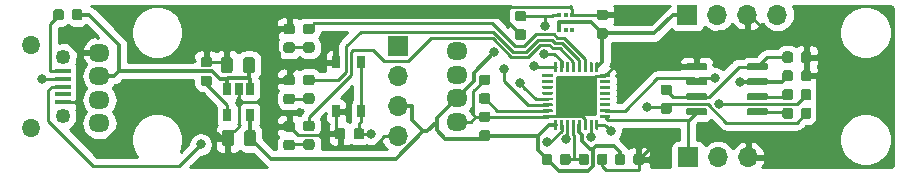
<source format=gtl>
G04 #@! TF.GenerationSoftware,KiCad,Pcbnew,(5.1.2)-1*
G04 #@! TF.CreationDate,2021-06-02T21:36:33+09:00*
G04 #@! TF.ProjectId,es,65732e6b-6963-4616-945f-706362585858,v1.3*
G04 #@! TF.SameCoordinates,Original*
G04 #@! TF.FileFunction,Copper,L1,Top*
G04 #@! TF.FilePolarity,Positive*
%FSLAX46Y46*%
G04 Gerber Fmt 4.6, Leading zero omitted, Abs format (unit mm)*
G04 Created by KiCad (PCBNEW (5.1.2)-1) date 2021-06-02 21:36:33*
%MOMM*%
%LPD*%
G04 APERTURE LIST*
%ADD10C,0.100000*%
%ADD11C,0.250000*%
%ADD12C,3.450000*%
%ADD13O,1.700000X1.700000*%
%ADD14R,1.700000X1.700000*%
%ADD15R,0.650000X1.060000*%
%ADD16O,1.800000X1.524000*%
%ADD17C,0.875000*%
%ADD18O,1.250000X1.250000*%
%ADD19O,1.550000X1.550000*%
%ADD20R,1.350000X0.400000*%
%ADD21R,0.650000X1.050000*%
%ADD22C,0.600000*%
%ADD23C,0.975000*%
%ADD24R,0.350000X0.350000*%
%ADD25R,0.300000X0.350000*%
%ADD26C,0.800000*%
%ADD27C,0.300000*%
%ADD28C,0.250000*%
%ADD29C,0.254000*%
G04 APERTURE END LIST*
D10*
G36*
X180443626Y-88925301D02*
G01*
X180449693Y-88926201D01*
X180455643Y-88927691D01*
X180461418Y-88929758D01*
X180466962Y-88932380D01*
X180472223Y-88935533D01*
X180477150Y-88939187D01*
X180481694Y-88943306D01*
X180485813Y-88947850D01*
X180489467Y-88952777D01*
X180492620Y-88958038D01*
X180495242Y-88963582D01*
X180497309Y-88969357D01*
X180498799Y-88975307D01*
X180499699Y-88981374D01*
X180500000Y-88987500D01*
X180500000Y-89112500D01*
X180499699Y-89118626D01*
X180498799Y-89124693D01*
X180497309Y-89130643D01*
X180495242Y-89136418D01*
X180492620Y-89141962D01*
X180489467Y-89147223D01*
X180485813Y-89152150D01*
X180481694Y-89156694D01*
X180477150Y-89160813D01*
X180472223Y-89164467D01*
X180466962Y-89167620D01*
X180461418Y-89170242D01*
X180455643Y-89172309D01*
X180449693Y-89173799D01*
X180443626Y-89174699D01*
X180437500Y-89175000D01*
X179687500Y-89175000D01*
X179681374Y-89174699D01*
X179675307Y-89173799D01*
X179669357Y-89172309D01*
X179663582Y-89170242D01*
X179658038Y-89167620D01*
X179652777Y-89164467D01*
X179647850Y-89160813D01*
X179643306Y-89156694D01*
X179639187Y-89152150D01*
X179635533Y-89147223D01*
X179632380Y-89141962D01*
X179629758Y-89136418D01*
X179627691Y-89130643D01*
X179626201Y-89124693D01*
X179625301Y-89118626D01*
X179625000Y-89112500D01*
X179625000Y-88987500D01*
X179625301Y-88981374D01*
X179626201Y-88975307D01*
X179627691Y-88969357D01*
X179629758Y-88963582D01*
X179632380Y-88958038D01*
X179635533Y-88952777D01*
X179639187Y-88947850D01*
X179643306Y-88943306D01*
X179647850Y-88939187D01*
X179652777Y-88935533D01*
X179658038Y-88932380D01*
X179663582Y-88929758D01*
X179669357Y-88927691D01*
X179675307Y-88926201D01*
X179681374Y-88925301D01*
X179687500Y-88925000D01*
X180437500Y-88925000D01*
X180443626Y-88925301D01*
X180443626Y-88925301D01*
G37*
D11*
X180062500Y-89050000D03*
D10*
G36*
X180443626Y-88425301D02*
G01*
X180449693Y-88426201D01*
X180455643Y-88427691D01*
X180461418Y-88429758D01*
X180466962Y-88432380D01*
X180472223Y-88435533D01*
X180477150Y-88439187D01*
X180481694Y-88443306D01*
X180485813Y-88447850D01*
X180489467Y-88452777D01*
X180492620Y-88458038D01*
X180495242Y-88463582D01*
X180497309Y-88469357D01*
X180498799Y-88475307D01*
X180499699Y-88481374D01*
X180500000Y-88487500D01*
X180500000Y-88612500D01*
X180499699Y-88618626D01*
X180498799Y-88624693D01*
X180497309Y-88630643D01*
X180495242Y-88636418D01*
X180492620Y-88641962D01*
X180489467Y-88647223D01*
X180485813Y-88652150D01*
X180481694Y-88656694D01*
X180477150Y-88660813D01*
X180472223Y-88664467D01*
X180466962Y-88667620D01*
X180461418Y-88670242D01*
X180455643Y-88672309D01*
X180449693Y-88673799D01*
X180443626Y-88674699D01*
X180437500Y-88675000D01*
X179687500Y-88675000D01*
X179681374Y-88674699D01*
X179675307Y-88673799D01*
X179669357Y-88672309D01*
X179663582Y-88670242D01*
X179658038Y-88667620D01*
X179652777Y-88664467D01*
X179647850Y-88660813D01*
X179643306Y-88656694D01*
X179639187Y-88652150D01*
X179635533Y-88647223D01*
X179632380Y-88641962D01*
X179629758Y-88636418D01*
X179627691Y-88630643D01*
X179626201Y-88624693D01*
X179625301Y-88618626D01*
X179625000Y-88612500D01*
X179625000Y-88487500D01*
X179625301Y-88481374D01*
X179626201Y-88475307D01*
X179627691Y-88469357D01*
X179629758Y-88463582D01*
X179632380Y-88458038D01*
X179635533Y-88452777D01*
X179639187Y-88447850D01*
X179643306Y-88443306D01*
X179647850Y-88439187D01*
X179652777Y-88435533D01*
X179658038Y-88432380D01*
X179663582Y-88429758D01*
X179669357Y-88427691D01*
X179675307Y-88426201D01*
X179681374Y-88425301D01*
X179687500Y-88425000D01*
X180437500Y-88425000D01*
X180443626Y-88425301D01*
X180443626Y-88425301D01*
G37*
D11*
X180062500Y-88550000D03*
D10*
G36*
X180443626Y-87925301D02*
G01*
X180449693Y-87926201D01*
X180455643Y-87927691D01*
X180461418Y-87929758D01*
X180466962Y-87932380D01*
X180472223Y-87935533D01*
X180477150Y-87939187D01*
X180481694Y-87943306D01*
X180485813Y-87947850D01*
X180489467Y-87952777D01*
X180492620Y-87958038D01*
X180495242Y-87963582D01*
X180497309Y-87969357D01*
X180498799Y-87975307D01*
X180499699Y-87981374D01*
X180500000Y-87987500D01*
X180500000Y-88112500D01*
X180499699Y-88118626D01*
X180498799Y-88124693D01*
X180497309Y-88130643D01*
X180495242Y-88136418D01*
X180492620Y-88141962D01*
X180489467Y-88147223D01*
X180485813Y-88152150D01*
X180481694Y-88156694D01*
X180477150Y-88160813D01*
X180472223Y-88164467D01*
X180466962Y-88167620D01*
X180461418Y-88170242D01*
X180455643Y-88172309D01*
X180449693Y-88173799D01*
X180443626Y-88174699D01*
X180437500Y-88175000D01*
X179687500Y-88175000D01*
X179681374Y-88174699D01*
X179675307Y-88173799D01*
X179669357Y-88172309D01*
X179663582Y-88170242D01*
X179658038Y-88167620D01*
X179652777Y-88164467D01*
X179647850Y-88160813D01*
X179643306Y-88156694D01*
X179639187Y-88152150D01*
X179635533Y-88147223D01*
X179632380Y-88141962D01*
X179629758Y-88136418D01*
X179627691Y-88130643D01*
X179626201Y-88124693D01*
X179625301Y-88118626D01*
X179625000Y-88112500D01*
X179625000Y-87987500D01*
X179625301Y-87981374D01*
X179626201Y-87975307D01*
X179627691Y-87969357D01*
X179629758Y-87963582D01*
X179632380Y-87958038D01*
X179635533Y-87952777D01*
X179639187Y-87947850D01*
X179643306Y-87943306D01*
X179647850Y-87939187D01*
X179652777Y-87935533D01*
X179658038Y-87932380D01*
X179663582Y-87929758D01*
X179669357Y-87927691D01*
X179675307Y-87926201D01*
X179681374Y-87925301D01*
X179687500Y-87925000D01*
X180437500Y-87925000D01*
X180443626Y-87925301D01*
X180443626Y-87925301D01*
G37*
D11*
X180062500Y-88050000D03*
D10*
G36*
X180443626Y-87425301D02*
G01*
X180449693Y-87426201D01*
X180455643Y-87427691D01*
X180461418Y-87429758D01*
X180466962Y-87432380D01*
X180472223Y-87435533D01*
X180477150Y-87439187D01*
X180481694Y-87443306D01*
X180485813Y-87447850D01*
X180489467Y-87452777D01*
X180492620Y-87458038D01*
X180495242Y-87463582D01*
X180497309Y-87469357D01*
X180498799Y-87475307D01*
X180499699Y-87481374D01*
X180500000Y-87487500D01*
X180500000Y-87612500D01*
X180499699Y-87618626D01*
X180498799Y-87624693D01*
X180497309Y-87630643D01*
X180495242Y-87636418D01*
X180492620Y-87641962D01*
X180489467Y-87647223D01*
X180485813Y-87652150D01*
X180481694Y-87656694D01*
X180477150Y-87660813D01*
X180472223Y-87664467D01*
X180466962Y-87667620D01*
X180461418Y-87670242D01*
X180455643Y-87672309D01*
X180449693Y-87673799D01*
X180443626Y-87674699D01*
X180437500Y-87675000D01*
X179687500Y-87675000D01*
X179681374Y-87674699D01*
X179675307Y-87673799D01*
X179669357Y-87672309D01*
X179663582Y-87670242D01*
X179658038Y-87667620D01*
X179652777Y-87664467D01*
X179647850Y-87660813D01*
X179643306Y-87656694D01*
X179639187Y-87652150D01*
X179635533Y-87647223D01*
X179632380Y-87641962D01*
X179629758Y-87636418D01*
X179627691Y-87630643D01*
X179626201Y-87624693D01*
X179625301Y-87618626D01*
X179625000Y-87612500D01*
X179625000Y-87487500D01*
X179625301Y-87481374D01*
X179626201Y-87475307D01*
X179627691Y-87469357D01*
X179629758Y-87463582D01*
X179632380Y-87458038D01*
X179635533Y-87452777D01*
X179639187Y-87447850D01*
X179643306Y-87443306D01*
X179647850Y-87439187D01*
X179652777Y-87435533D01*
X179658038Y-87432380D01*
X179663582Y-87429758D01*
X179669357Y-87427691D01*
X179675307Y-87426201D01*
X179681374Y-87425301D01*
X179687500Y-87425000D01*
X180437500Y-87425000D01*
X180443626Y-87425301D01*
X180443626Y-87425301D01*
G37*
D11*
X180062500Y-87550000D03*
D10*
G36*
X180443626Y-86925301D02*
G01*
X180449693Y-86926201D01*
X180455643Y-86927691D01*
X180461418Y-86929758D01*
X180466962Y-86932380D01*
X180472223Y-86935533D01*
X180477150Y-86939187D01*
X180481694Y-86943306D01*
X180485813Y-86947850D01*
X180489467Y-86952777D01*
X180492620Y-86958038D01*
X180495242Y-86963582D01*
X180497309Y-86969357D01*
X180498799Y-86975307D01*
X180499699Y-86981374D01*
X180500000Y-86987500D01*
X180500000Y-87112500D01*
X180499699Y-87118626D01*
X180498799Y-87124693D01*
X180497309Y-87130643D01*
X180495242Y-87136418D01*
X180492620Y-87141962D01*
X180489467Y-87147223D01*
X180485813Y-87152150D01*
X180481694Y-87156694D01*
X180477150Y-87160813D01*
X180472223Y-87164467D01*
X180466962Y-87167620D01*
X180461418Y-87170242D01*
X180455643Y-87172309D01*
X180449693Y-87173799D01*
X180443626Y-87174699D01*
X180437500Y-87175000D01*
X179687500Y-87175000D01*
X179681374Y-87174699D01*
X179675307Y-87173799D01*
X179669357Y-87172309D01*
X179663582Y-87170242D01*
X179658038Y-87167620D01*
X179652777Y-87164467D01*
X179647850Y-87160813D01*
X179643306Y-87156694D01*
X179639187Y-87152150D01*
X179635533Y-87147223D01*
X179632380Y-87141962D01*
X179629758Y-87136418D01*
X179627691Y-87130643D01*
X179626201Y-87124693D01*
X179625301Y-87118626D01*
X179625000Y-87112500D01*
X179625000Y-86987500D01*
X179625301Y-86981374D01*
X179626201Y-86975307D01*
X179627691Y-86969357D01*
X179629758Y-86963582D01*
X179632380Y-86958038D01*
X179635533Y-86952777D01*
X179639187Y-86947850D01*
X179643306Y-86943306D01*
X179647850Y-86939187D01*
X179652777Y-86935533D01*
X179658038Y-86932380D01*
X179663582Y-86929758D01*
X179669357Y-86927691D01*
X179675307Y-86926201D01*
X179681374Y-86925301D01*
X179687500Y-86925000D01*
X180437500Y-86925000D01*
X180443626Y-86925301D01*
X180443626Y-86925301D01*
G37*
D11*
X180062500Y-87050000D03*
D10*
G36*
X180443626Y-86425301D02*
G01*
X180449693Y-86426201D01*
X180455643Y-86427691D01*
X180461418Y-86429758D01*
X180466962Y-86432380D01*
X180472223Y-86435533D01*
X180477150Y-86439187D01*
X180481694Y-86443306D01*
X180485813Y-86447850D01*
X180489467Y-86452777D01*
X180492620Y-86458038D01*
X180495242Y-86463582D01*
X180497309Y-86469357D01*
X180498799Y-86475307D01*
X180499699Y-86481374D01*
X180500000Y-86487500D01*
X180500000Y-86612500D01*
X180499699Y-86618626D01*
X180498799Y-86624693D01*
X180497309Y-86630643D01*
X180495242Y-86636418D01*
X180492620Y-86641962D01*
X180489467Y-86647223D01*
X180485813Y-86652150D01*
X180481694Y-86656694D01*
X180477150Y-86660813D01*
X180472223Y-86664467D01*
X180466962Y-86667620D01*
X180461418Y-86670242D01*
X180455643Y-86672309D01*
X180449693Y-86673799D01*
X180443626Y-86674699D01*
X180437500Y-86675000D01*
X179687500Y-86675000D01*
X179681374Y-86674699D01*
X179675307Y-86673799D01*
X179669357Y-86672309D01*
X179663582Y-86670242D01*
X179658038Y-86667620D01*
X179652777Y-86664467D01*
X179647850Y-86660813D01*
X179643306Y-86656694D01*
X179639187Y-86652150D01*
X179635533Y-86647223D01*
X179632380Y-86641962D01*
X179629758Y-86636418D01*
X179627691Y-86630643D01*
X179626201Y-86624693D01*
X179625301Y-86618626D01*
X179625000Y-86612500D01*
X179625000Y-86487500D01*
X179625301Y-86481374D01*
X179626201Y-86475307D01*
X179627691Y-86469357D01*
X179629758Y-86463582D01*
X179632380Y-86458038D01*
X179635533Y-86452777D01*
X179639187Y-86447850D01*
X179643306Y-86443306D01*
X179647850Y-86439187D01*
X179652777Y-86435533D01*
X179658038Y-86432380D01*
X179663582Y-86429758D01*
X179669357Y-86427691D01*
X179675307Y-86426201D01*
X179681374Y-86425301D01*
X179687500Y-86425000D01*
X180437500Y-86425000D01*
X180443626Y-86425301D01*
X180443626Y-86425301D01*
G37*
D11*
X180062500Y-86550000D03*
D10*
G36*
X180443626Y-85925301D02*
G01*
X180449693Y-85926201D01*
X180455643Y-85927691D01*
X180461418Y-85929758D01*
X180466962Y-85932380D01*
X180472223Y-85935533D01*
X180477150Y-85939187D01*
X180481694Y-85943306D01*
X180485813Y-85947850D01*
X180489467Y-85952777D01*
X180492620Y-85958038D01*
X180495242Y-85963582D01*
X180497309Y-85969357D01*
X180498799Y-85975307D01*
X180499699Y-85981374D01*
X180500000Y-85987500D01*
X180500000Y-86112500D01*
X180499699Y-86118626D01*
X180498799Y-86124693D01*
X180497309Y-86130643D01*
X180495242Y-86136418D01*
X180492620Y-86141962D01*
X180489467Y-86147223D01*
X180485813Y-86152150D01*
X180481694Y-86156694D01*
X180477150Y-86160813D01*
X180472223Y-86164467D01*
X180466962Y-86167620D01*
X180461418Y-86170242D01*
X180455643Y-86172309D01*
X180449693Y-86173799D01*
X180443626Y-86174699D01*
X180437500Y-86175000D01*
X179687500Y-86175000D01*
X179681374Y-86174699D01*
X179675307Y-86173799D01*
X179669357Y-86172309D01*
X179663582Y-86170242D01*
X179658038Y-86167620D01*
X179652777Y-86164467D01*
X179647850Y-86160813D01*
X179643306Y-86156694D01*
X179639187Y-86152150D01*
X179635533Y-86147223D01*
X179632380Y-86141962D01*
X179629758Y-86136418D01*
X179627691Y-86130643D01*
X179626201Y-86124693D01*
X179625301Y-86118626D01*
X179625000Y-86112500D01*
X179625000Y-85987500D01*
X179625301Y-85981374D01*
X179626201Y-85975307D01*
X179627691Y-85969357D01*
X179629758Y-85963582D01*
X179632380Y-85958038D01*
X179635533Y-85952777D01*
X179639187Y-85947850D01*
X179643306Y-85943306D01*
X179647850Y-85939187D01*
X179652777Y-85935533D01*
X179658038Y-85932380D01*
X179663582Y-85929758D01*
X179669357Y-85927691D01*
X179675307Y-85926201D01*
X179681374Y-85925301D01*
X179687500Y-85925000D01*
X180437500Y-85925000D01*
X180443626Y-85925301D01*
X180443626Y-85925301D01*
G37*
D11*
X180062500Y-86050000D03*
D10*
G36*
X180443626Y-85425301D02*
G01*
X180449693Y-85426201D01*
X180455643Y-85427691D01*
X180461418Y-85429758D01*
X180466962Y-85432380D01*
X180472223Y-85435533D01*
X180477150Y-85439187D01*
X180481694Y-85443306D01*
X180485813Y-85447850D01*
X180489467Y-85452777D01*
X180492620Y-85458038D01*
X180495242Y-85463582D01*
X180497309Y-85469357D01*
X180498799Y-85475307D01*
X180499699Y-85481374D01*
X180500000Y-85487500D01*
X180500000Y-85612500D01*
X180499699Y-85618626D01*
X180498799Y-85624693D01*
X180497309Y-85630643D01*
X180495242Y-85636418D01*
X180492620Y-85641962D01*
X180489467Y-85647223D01*
X180485813Y-85652150D01*
X180481694Y-85656694D01*
X180477150Y-85660813D01*
X180472223Y-85664467D01*
X180466962Y-85667620D01*
X180461418Y-85670242D01*
X180455643Y-85672309D01*
X180449693Y-85673799D01*
X180443626Y-85674699D01*
X180437500Y-85675000D01*
X179687500Y-85675000D01*
X179681374Y-85674699D01*
X179675307Y-85673799D01*
X179669357Y-85672309D01*
X179663582Y-85670242D01*
X179658038Y-85667620D01*
X179652777Y-85664467D01*
X179647850Y-85660813D01*
X179643306Y-85656694D01*
X179639187Y-85652150D01*
X179635533Y-85647223D01*
X179632380Y-85641962D01*
X179629758Y-85636418D01*
X179627691Y-85630643D01*
X179626201Y-85624693D01*
X179625301Y-85618626D01*
X179625000Y-85612500D01*
X179625000Y-85487500D01*
X179625301Y-85481374D01*
X179626201Y-85475307D01*
X179627691Y-85469357D01*
X179629758Y-85463582D01*
X179632380Y-85458038D01*
X179635533Y-85452777D01*
X179639187Y-85447850D01*
X179643306Y-85443306D01*
X179647850Y-85439187D01*
X179652777Y-85435533D01*
X179658038Y-85432380D01*
X179663582Y-85429758D01*
X179669357Y-85427691D01*
X179675307Y-85426201D01*
X179681374Y-85425301D01*
X179687500Y-85425000D01*
X180437500Y-85425000D01*
X180443626Y-85425301D01*
X180443626Y-85425301D01*
G37*
D11*
X180062500Y-85550000D03*
D10*
G36*
X180818626Y-84425301D02*
G01*
X180824693Y-84426201D01*
X180830643Y-84427691D01*
X180836418Y-84429758D01*
X180841962Y-84432380D01*
X180847223Y-84435533D01*
X180852150Y-84439187D01*
X180856694Y-84443306D01*
X180860813Y-84447850D01*
X180864467Y-84452777D01*
X180867620Y-84458038D01*
X180870242Y-84463582D01*
X180872309Y-84469357D01*
X180873799Y-84475307D01*
X180874699Y-84481374D01*
X180875000Y-84487500D01*
X180875000Y-85237500D01*
X180874699Y-85243626D01*
X180873799Y-85249693D01*
X180872309Y-85255643D01*
X180870242Y-85261418D01*
X180867620Y-85266962D01*
X180864467Y-85272223D01*
X180860813Y-85277150D01*
X180856694Y-85281694D01*
X180852150Y-85285813D01*
X180847223Y-85289467D01*
X180841962Y-85292620D01*
X180836418Y-85295242D01*
X180830643Y-85297309D01*
X180824693Y-85298799D01*
X180818626Y-85299699D01*
X180812500Y-85300000D01*
X180687500Y-85300000D01*
X180681374Y-85299699D01*
X180675307Y-85298799D01*
X180669357Y-85297309D01*
X180663582Y-85295242D01*
X180658038Y-85292620D01*
X180652777Y-85289467D01*
X180647850Y-85285813D01*
X180643306Y-85281694D01*
X180639187Y-85277150D01*
X180635533Y-85272223D01*
X180632380Y-85266962D01*
X180629758Y-85261418D01*
X180627691Y-85255643D01*
X180626201Y-85249693D01*
X180625301Y-85243626D01*
X180625000Y-85237500D01*
X180625000Y-84487500D01*
X180625301Y-84481374D01*
X180626201Y-84475307D01*
X180627691Y-84469357D01*
X180629758Y-84463582D01*
X180632380Y-84458038D01*
X180635533Y-84452777D01*
X180639187Y-84447850D01*
X180643306Y-84443306D01*
X180647850Y-84439187D01*
X180652777Y-84435533D01*
X180658038Y-84432380D01*
X180663582Y-84429758D01*
X180669357Y-84427691D01*
X180675307Y-84426201D01*
X180681374Y-84425301D01*
X180687500Y-84425000D01*
X180812500Y-84425000D01*
X180818626Y-84425301D01*
X180818626Y-84425301D01*
G37*
D11*
X180750000Y-84862500D03*
D10*
G36*
X181318626Y-84425301D02*
G01*
X181324693Y-84426201D01*
X181330643Y-84427691D01*
X181336418Y-84429758D01*
X181341962Y-84432380D01*
X181347223Y-84435533D01*
X181352150Y-84439187D01*
X181356694Y-84443306D01*
X181360813Y-84447850D01*
X181364467Y-84452777D01*
X181367620Y-84458038D01*
X181370242Y-84463582D01*
X181372309Y-84469357D01*
X181373799Y-84475307D01*
X181374699Y-84481374D01*
X181375000Y-84487500D01*
X181375000Y-85237500D01*
X181374699Y-85243626D01*
X181373799Y-85249693D01*
X181372309Y-85255643D01*
X181370242Y-85261418D01*
X181367620Y-85266962D01*
X181364467Y-85272223D01*
X181360813Y-85277150D01*
X181356694Y-85281694D01*
X181352150Y-85285813D01*
X181347223Y-85289467D01*
X181341962Y-85292620D01*
X181336418Y-85295242D01*
X181330643Y-85297309D01*
X181324693Y-85298799D01*
X181318626Y-85299699D01*
X181312500Y-85300000D01*
X181187500Y-85300000D01*
X181181374Y-85299699D01*
X181175307Y-85298799D01*
X181169357Y-85297309D01*
X181163582Y-85295242D01*
X181158038Y-85292620D01*
X181152777Y-85289467D01*
X181147850Y-85285813D01*
X181143306Y-85281694D01*
X181139187Y-85277150D01*
X181135533Y-85272223D01*
X181132380Y-85266962D01*
X181129758Y-85261418D01*
X181127691Y-85255643D01*
X181126201Y-85249693D01*
X181125301Y-85243626D01*
X181125000Y-85237500D01*
X181125000Y-84487500D01*
X181125301Y-84481374D01*
X181126201Y-84475307D01*
X181127691Y-84469357D01*
X181129758Y-84463582D01*
X181132380Y-84458038D01*
X181135533Y-84452777D01*
X181139187Y-84447850D01*
X181143306Y-84443306D01*
X181147850Y-84439187D01*
X181152777Y-84435533D01*
X181158038Y-84432380D01*
X181163582Y-84429758D01*
X181169357Y-84427691D01*
X181175307Y-84426201D01*
X181181374Y-84425301D01*
X181187500Y-84425000D01*
X181312500Y-84425000D01*
X181318626Y-84425301D01*
X181318626Y-84425301D01*
G37*
D11*
X181250000Y-84862500D03*
D10*
G36*
X181818626Y-84425301D02*
G01*
X181824693Y-84426201D01*
X181830643Y-84427691D01*
X181836418Y-84429758D01*
X181841962Y-84432380D01*
X181847223Y-84435533D01*
X181852150Y-84439187D01*
X181856694Y-84443306D01*
X181860813Y-84447850D01*
X181864467Y-84452777D01*
X181867620Y-84458038D01*
X181870242Y-84463582D01*
X181872309Y-84469357D01*
X181873799Y-84475307D01*
X181874699Y-84481374D01*
X181875000Y-84487500D01*
X181875000Y-85237500D01*
X181874699Y-85243626D01*
X181873799Y-85249693D01*
X181872309Y-85255643D01*
X181870242Y-85261418D01*
X181867620Y-85266962D01*
X181864467Y-85272223D01*
X181860813Y-85277150D01*
X181856694Y-85281694D01*
X181852150Y-85285813D01*
X181847223Y-85289467D01*
X181841962Y-85292620D01*
X181836418Y-85295242D01*
X181830643Y-85297309D01*
X181824693Y-85298799D01*
X181818626Y-85299699D01*
X181812500Y-85300000D01*
X181687500Y-85300000D01*
X181681374Y-85299699D01*
X181675307Y-85298799D01*
X181669357Y-85297309D01*
X181663582Y-85295242D01*
X181658038Y-85292620D01*
X181652777Y-85289467D01*
X181647850Y-85285813D01*
X181643306Y-85281694D01*
X181639187Y-85277150D01*
X181635533Y-85272223D01*
X181632380Y-85266962D01*
X181629758Y-85261418D01*
X181627691Y-85255643D01*
X181626201Y-85249693D01*
X181625301Y-85243626D01*
X181625000Y-85237500D01*
X181625000Y-84487500D01*
X181625301Y-84481374D01*
X181626201Y-84475307D01*
X181627691Y-84469357D01*
X181629758Y-84463582D01*
X181632380Y-84458038D01*
X181635533Y-84452777D01*
X181639187Y-84447850D01*
X181643306Y-84443306D01*
X181647850Y-84439187D01*
X181652777Y-84435533D01*
X181658038Y-84432380D01*
X181663582Y-84429758D01*
X181669357Y-84427691D01*
X181675307Y-84426201D01*
X181681374Y-84425301D01*
X181687500Y-84425000D01*
X181812500Y-84425000D01*
X181818626Y-84425301D01*
X181818626Y-84425301D01*
G37*
D11*
X181750000Y-84862500D03*
D10*
G36*
X182318626Y-84425301D02*
G01*
X182324693Y-84426201D01*
X182330643Y-84427691D01*
X182336418Y-84429758D01*
X182341962Y-84432380D01*
X182347223Y-84435533D01*
X182352150Y-84439187D01*
X182356694Y-84443306D01*
X182360813Y-84447850D01*
X182364467Y-84452777D01*
X182367620Y-84458038D01*
X182370242Y-84463582D01*
X182372309Y-84469357D01*
X182373799Y-84475307D01*
X182374699Y-84481374D01*
X182375000Y-84487500D01*
X182375000Y-85237500D01*
X182374699Y-85243626D01*
X182373799Y-85249693D01*
X182372309Y-85255643D01*
X182370242Y-85261418D01*
X182367620Y-85266962D01*
X182364467Y-85272223D01*
X182360813Y-85277150D01*
X182356694Y-85281694D01*
X182352150Y-85285813D01*
X182347223Y-85289467D01*
X182341962Y-85292620D01*
X182336418Y-85295242D01*
X182330643Y-85297309D01*
X182324693Y-85298799D01*
X182318626Y-85299699D01*
X182312500Y-85300000D01*
X182187500Y-85300000D01*
X182181374Y-85299699D01*
X182175307Y-85298799D01*
X182169357Y-85297309D01*
X182163582Y-85295242D01*
X182158038Y-85292620D01*
X182152777Y-85289467D01*
X182147850Y-85285813D01*
X182143306Y-85281694D01*
X182139187Y-85277150D01*
X182135533Y-85272223D01*
X182132380Y-85266962D01*
X182129758Y-85261418D01*
X182127691Y-85255643D01*
X182126201Y-85249693D01*
X182125301Y-85243626D01*
X182125000Y-85237500D01*
X182125000Y-84487500D01*
X182125301Y-84481374D01*
X182126201Y-84475307D01*
X182127691Y-84469357D01*
X182129758Y-84463582D01*
X182132380Y-84458038D01*
X182135533Y-84452777D01*
X182139187Y-84447850D01*
X182143306Y-84443306D01*
X182147850Y-84439187D01*
X182152777Y-84435533D01*
X182158038Y-84432380D01*
X182163582Y-84429758D01*
X182169357Y-84427691D01*
X182175307Y-84426201D01*
X182181374Y-84425301D01*
X182187500Y-84425000D01*
X182312500Y-84425000D01*
X182318626Y-84425301D01*
X182318626Y-84425301D01*
G37*
D11*
X182250000Y-84862500D03*
D10*
G36*
X182818626Y-84425301D02*
G01*
X182824693Y-84426201D01*
X182830643Y-84427691D01*
X182836418Y-84429758D01*
X182841962Y-84432380D01*
X182847223Y-84435533D01*
X182852150Y-84439187D01*
X182856694Y-84443306D01*
X182860813Y-84447850D01*
X182864467Y-84452777D01*
X182867620Y-84458038D01*
X182870242Y-84463582D01*
X182872309Y-84469357D01*
X182873799Y-84475307D01*
X182874699Y-84481374D01*
X182875000Y-84487500D01*
X182875000Y-85237500D01*
X182874699Y-85243626D01*
X182873799Y-85249693D01*
X182872309Y-85255643D01*
X182870242Y-85261418D01*
X182867620Y-85266962D01*
X182864467Y-85272223D01*
X182860813Y-85277150D01*
X182856694Y-85281694D01*
X182852150Y-85285813D01*
X182847223Y-85289467D01*
X182841962Y-85292620D01*
X182836418Y-85295242D01*
X182830643Y-85297309D01*
X182824693Y-85298799D01*
X182818626Y-85299699D01*
X182812500Y-85300000D01*
X182687500Y-85300000D01*
X182681374Y-85299699D01*
X182675307Y-85298799D01*
X182669357Y-85297309D01*
X182663582Y-85295242D01*
X182658038Y-85292620D01*
X182652777Y-85289467D01*
X182647850Y-85285813D01*
X182643306Y-85281694D01*
X182639187Y-85277150D01*
X182635533Y-85272223D01*
X182632380Y-85266962D01*
X182629758Y-85261418D01*
X182627691Y-85255643D01*
X182626201Y-85249693D01*
X182625301Y-85243626D01*
X182625000Y-85237500D01*
X182625000Y-84487500D01*
X182625301Y-84481374D01*
X182626201Y-84475307D01*
X182627691Y-84469357D01*
X182629758Y-84463582D01*
X182632380Y-84458038D01*
X182635533Y-84452777D01*
X182639187Y-84447850D01*
X182643306Y-84443306D01*
X182647850Y-84439187D01*
X182652777Y-84435533D01*
X182658038Y-84432380D01*
X182663582Y-84429758D01*
X182669357Y-84427691D01*
X182675307Y-84426201D01*
X182681374Y-84425301D01*
X182687500Y-84425000D01*
X182812500Y-84425000D01*
X182818626Y-84425301D01*
X182818626Y-84425301D01*
G37*
D11*
X182750000Y-84862500D03*
D10*
G36*
X183318626Y-84425301D02*
G01*
X183324693Y-84426201D01*
X183330643Y-84427691D01*
X183336418Y-84429758D01*
X183341962Y-84432380D01*
X183347223Y-84435533D01*
X183352150Y-84439187D01*
X183356694Y-84443306D01*
X183360813Y-84447850D01*
X183364467Y-84452777D01*
X183367620Y-84458038D01*
X183370242Y-84463582D01*
X183372309Y-84469357D01*
X183373799Y-84475307D01*
X183374699Y-84481374D01*
X183375000Y-84487500D01*
X183375000Y-85237500D01*
X183374699Y-85243626D01*
X183373799Y-85249693D01*
X183372309Y-85255643D01*
X183370242Y-85261418D01*
X183367620Y-85266962D01*
X183364467Y-85272223D01*
X183360813Y-85277150D01*
X183356694Y-85281694D01*
X183352150Y-85285813D01*
X183347223Y-85289467D01*
X183341962Y-85292620D01*
X183336418Y-85295242D01*
X183330643Y-85297309D01*
X183324693Y-85298799D01*
X183318626Y-85299699D01*
X183312500Y-85300000D01*
X183187500Y-85300000D01*
X183181374Y-85299699D01*
X183175307Y-85298799D01*
X183169357Y-85297309D01*
X183163582Y-85295242D01*
X183158038Y-85292620D01*
X183152777Y-85289467D01*
X183147850Y-85285813D01*
X183143306Y-85281694D01*
X183139187Y-85277150D01*
X183135533Y-85272223D01*
X183132380Y-85266962D01*
X183129758Y-85261418D01*
X183127691Y-85255643D01*
X183126201Y-85249693D01*
X183125301Y-85243626D01*
X183125000Y-85237500D01*
X183125000Y-84487500D01*
X183125301Y-84481374D01*
X183126201Y-84475307D01*
X183127691Y-84469357D01*
X183129758Y-84463582D01*
X183132380Y-84458038D01*
X183135533Y-84452777D01*
X183139187Y-84447850D01*
X183143306Y-84443306D01*
X183147850Y-84439187D01*
X183152777Y-84435533D01*
X183158038Y-84432380D01*
X183163582Y-84429758D01*
X183169357Y-84427691D01*
X183175307Y-84426201D01*
X183181374Y-84425301D01*
X183187500Y-84425000D01*
X183312500Y-84425000D01*
X183318626Y-84425301D01*
X183318626Y-84425301D01*
G37*
D11*
X183250000Y-84862500D03*
D10*
G36*
X183818626Y-84425301D02*
G01*
X183824693Y-84426201D01*
X183830643Y-84427691D01*
X183836418Y-84429758D01*
X183841962Y-84432380D01*
X183847223Y-84435533D01*
X183852150Y-84439187D01*
X183856694Y-84443306D01*
X183860813Y-84447850D01*
X183864467Y-84452777D01*
X183867620Y-84458038D01*
X183870242Y-84463582D01*
X183872309Y-84469357D01*
X183873799Y-84475307D01*
X183874699Y-84481374D01*
X183875000Y-84487500D01*
X183875000Y-85237500D01*
X183874699Y-85243626D01*
X183873799Y-85249693D01*
X183872309Y-85255643D01*
X183870242Y-85261418D01*
X183867620Y-85266962D01*
X183864467Y-85272223D01*
X183860813Y-85277150D01*
X183856694Y-85281694D01*
X183852150Y-85285813D01*
X183847223Y-85289467D01*
X183841962Y-85292620D01*
X183836418Y-85295242D01*
X183830643Y-85297309D01*
X183824693Y-85298799D01*
X183818626Y-85299699D01*
X183812500Y-85300000D01*
X183687500Y-85300000D01*
X183681374Y-85299699D01*
X183675307Y-85298799D01*
X183669357Y-85297309D01*
X183663582Y-85295242D01*
X183658038Y-85292620D01*
X183652777Y-85289467D01*
X183647850Y-85285813D01*
X183643306Y-85281694D01*
X183639187Y-85277150D01*
X183635533Y-85272223D01*
X183632380Y-85266962D01*
X183629758Y-85261418D01*
X183627691Y-85255643D01*
X183626201Y-85249693D01*
X183625301Y-85243626D01*
X183625000Y-85237500D01*
X183625000Y-84487500D01*
X183625301Y-84481374D01*
X183626201Y-84475307D01*
X183627691Y-84469357D01*
X183629758Y-84463582D01*
X183632380Y-84458038D01*
X183635533Y-84452777D01*
X183639187Y-84447850D01*
X183643306Y-84443306D01*
X183647850Y-84439187D01*
X183652777Y-84435533D01*
X183658038Y-84432380D01*
X183663582Y-84429758D01*
X183669357Y-84427691D01*
X183675307Y-84426201D01*
X183681374Y-84425301D01*
X183687500Y-84425000D01*
X183812500Y-84425000D01*
X183818626Y-84425301D01*
X183818626Y-84425301D01*
G37*
D11*
X183750000Y-84862500D03*
D10*
G36*
X184318626Y-84425301D02*
G01*
X184324693Y-84426201D01*
X184330643Y-84427691D01*
X184336418Y-84429758D01*
X184341962Y-84432380D01*
X184347223Y-84435533D01*
X184352150Y-84439187D01*
X184356694Y-84443306D01*
X184360813Y-84447850D01*
X184364467Y-84452777D01*
X184367620Y-84458038D01*
X184370242Y-84463582D01*
X184372309Y-84469357D01*
X184373799Y-84475307D01*
X184374699Y-84481374D01*
X184375000Y-84487500D01*
X184375000Y-85237500D01*
X184374699Y-85243626D01*
X184373799Y-85249693D01*
X184372309Y-85255643D01*
X184370242Y-85261418D01*
X184367620Y-85266962D01*
X184364467Y-85272223D01*
X184360813Y-85277150D01*
X184356694Y-85281694D01*
X184352150Y-85285813D01*
X184347223Y-85289467D01*
X184341962Y-85292620D01*
X184336418Y-85295242D01*
X184330643Y-85297309D01*
X184324693Y-85298799D01*
X184318626Y-85299699D01*
X184312500Y-85300000D01*
X184187500Y-85300000D01*
X184181374Y-85299699D01*
X184175307Y-85298799D01*
X184169357Y-85297309D01*
X184163582Y-85295242D01*
X184158038Y-85292620D01*
X184152777Y-85289467D01*
X184147850Y-85285813D01*
X184143306Y-85281694D01*
X184139187Y-85277150D01*
X184135533Y-85272223D01*
X184132380Y-85266962D01*
X184129758Y-85261418D01*
X184127691Y-85255643D01*
X184126201Y-85249693D01*
X184125301Y-85243626D01*
X184125000Y-85237500D01*
X184125000Y-84487500D01*
X184125301Y-84481374D01*
X184126201Y-84475307D01*
X184127691Y-84469357D01*
X184129758Y-84463582D01*
X184132380Y-84458038D01*
X184135533Y-84452777D01*
X184139187Y-84447850D01*
X184143306Y-84443306D01*
X184147850Y-84439187D01*
X184152777Y-84435533D01*
X184158038Y-84432380D01*
X184163582Y-84429758D01*
X184169357Y-84427691D01*
X184175307Y-84426201D01*
X184181374Y-84425301D01*
X184187500Y-84425000D01*
X184312500Y-84425000D01*
X184318626Y-84425301D01*
X184318626Y-84425301D01*
G37*
D11*
X184250000Y-84862500D03*
D10*
G36*
X185318626Y-85425301D02*
G01*
X185324693Y-85426201D01*
X185330643Y-85427691D01*
X185336418Y-85429758D01*
X185341962Y-85432380D01*
X185347223Y-85435533D01*
X185352150Y-85439187D01*
X185356694Y-85443306D01*
X185360813Y-85447850D01*
X185364467Y-85452777D01*
X185367620Y-85458038D01*
X185370242Y-85463582D01*
X185372309Y-85469357D01*
X185373799Y-85475307D01*
X185374699Y-85481374D01*
X185375000Y-85487500D01*
X185375000Y-85612500D01*
X185374699Y-85618626D01*
X185373799Y-85624693D01*
X185372309Y-85630643D01*
X185370242Y-85636418D01*
X185367620Y-85641962D01*
X185364467Y-85647223D01*
X185360813Y-85652150D01*
X185356694Y-85656694D01*
X185352150Y-85660813D01*
X185347223Y-85664467D01*
X185341962Y-85667620D01*
X185336418Y-85670242D01*
X185330643Y-85672309D01*
X185324693Y-85673799D01*
X185318626Y-85674699D01*
X185312500Y-85675000D01*
X184562500Y-85675000D01*
X184556374Y-85674699D01*
X184550307Y-85673799D01*
X184544357Y-85672309D01*
X184538582Y-85670242D01*
X184533038Y-85667620D01*
X184527777Y-85664467D01*
X184522850Y-85660813D01*
X184518306Y-85656694D01*
X184514187Y-85652150D01*
X184510533Y-85647223D01*
X184507380Y-85641962D01*
X184504758Y-85636418D01*
X184502691Y-85630643D01*
X184501201Y-85624693D01*
X184500301Y-85618626D01*
X184500000Y-85612500D01*
X184500000Y-85487500D01*
X184500301Y-85481374D01*
X184501201Y-85475307D01*
X184502691Y-85469357D01*
X184504758Y-85463582D01*
X184507380Y-85458038D01*
X184510533Y-85452777D01*
X184514187Y-85447850D01*
X184518306Y-85443306D01*
X184522850Y-85439187D01*
X184527777Y-85435533D01*
X184533038Y-85432380D01*
X184538582Y-85429758D01*
X184544357Y-85427691D01*
X184550307Y-85426201D01*
X184556374Y-85425301D01*
X184562500Y-85425000D01*
X185312500Y-85425000D01*
X185318626Y-85425301D01*
X185318626Y-85425301D01*
G37*
D11*
X184937500Y-85550000D03*
D10*
G36*
X185318626Y-85925301D02*
G01*
X185324693Y-85926201D01*
X185330643Y-85927691D01*
X185336418Y-85929758D01*
X185341962Y-85932380D01*
X185347223Y-85935533D01*
X185352150Y-85939187D01*
X185356694Y-85943306D01*
X185360813Y-85947850D01*
X185364467Y-85952777D01*
X185367620Y-85958038D01*
X185370242Y-85963582D01*
X185372309Y-85969357D01*
X185373799Y-85975307D01*
X185374699Y-85981374D01*
X185375000Y-85987500D01*
X185375000Y-86112500D01*
X185374699Y-86118626D01*
X185373799Y-86124693D01*
X185372309Y-86130643D01*
X185370242Y-86136418D01*
X185367620Y-86141962D01*
X185364467Y-86147223D01*
X185360813Y-86152150D01*
X185356694Y-86156694D01*
X185352150Y-86160813D01*
X185347223Y-86164467D01*
X185341962Y-86167620D01*
X185336418Y-86170242D01*
X185330643Y-86172309D01*
X185324693Y-86173799D01*
X185318626Y-86174699D01*
X185312500Y-86175000D01*
X184562500Y-86175000D01*
X184556374Y-86174699D01*
X184550307Y-86173799D01*
X184544357Y-86172309D01*
X184538582Y-86170242D01*
X184533038Y-86167620D01*
X184527777Y-86164467D01*
X184522850Y-86160813D01*
X184518306Y-86156694D01*
X184514187Y-86152150D01*
X184510533Y-86147223D01*
X184507380Y-86141962D01*
X184504758Y-86136418D01*
X184502691Y-86130643D01*
X184501201Y-86124693D01*
X184500301Y-86118626D01*
X184500000Y-86112500D01*
X184500000Y-85987500D01*
X184500301Y-85981374D01*
X184501201Y-85975307D01*
X184502691Y-85969357D01*
X184504758Y-85963582D01*
X184507380Y-85958038D01*
X184510533Y-85952777D01*
X184514187Y-85947850D01*
X184518306Y-85943306D01*
X184522850Y-85939187D01*
X184527777Y-85935533D01*
X184533038Y-85932380D01*
X184538582Y-85929758D01*
X184544357Y-85927691D01*
X184550307Y-85926201D01*
X184556374Y-85925301D01*
X184562500Y-85925000D01*
X185312500Y-85925000D01*
X185318626Y-85925301D01*
X185318626Y-85925301D01*
G37*
D11*
X184937500Y-86050000D03*
D10*
G36*
X185318626Y-86425301D02*
G01*
X185324693Y-86426201D01*
X185330643Y-86427691D01*
X185336418Y-86429758D01*
X185341962Y-86432380D01*
X185347223Y-86435533D01*
X185352150Y-86439187D01*
X185356694Y-86443306D01*
X185360813Y-86447850D01*
X185364467Y-86452777D01*
X185367620Y-86458038D01*
X185370242Y-86463582D01*
X185372309Y-86469357D01*
X185373799Y-86475307D01*
X185374699Y-86481374D01*
X185375000Y-86487500D01*
X185375000Y-86612500D01*
X185374699Y-86618626D01*
X185373799Y-86624693D01*
X185372309Y-86630643D01*
X185370242Y-86636418D01*
X185367620Y-86641962D01*
X185364467Y-86647223D01*
X185360813Y-86652150D01*
X185356694Y-86656694D01*
X185352150Y-86660813D01*
X185347223Y-86664467D01*
X185341962Y-86667620D01*
X185336418Y-86670242D01*
X185330643Y-86672309D01*
X185324693Y-86673799D01*
X185318626Y-86674699D01*
X185312500Y-86675000D01*
X184562500Y-86675000D01*
X184556374Y-86674699D01*
X184550307Y-86673799D01*
X184544357Y-86672309D01*
X184538582Y-86670242D01*
X184533038Y-86667620D01*
X184527777Y-86664467D01*
X184522850Y-86660813D01*
X184518306Y-86656694D01*
X184514187Y-86652150D01*
X184510533Y-86647223D01*
X184507380Y-86641962D01*
X184504758Y-86636418D01*
X184502691Y-86630643D01*
X184501201Y-86624693D01*
X184500301Y-86618626D01*
X184500000Y-86612500D01*
X184500000Y-86487500D01*
X184500301Y-86481374D01*
X184501201Y-86475307D01*
X184502691Y-86469357D01*
X184504758Y-86463582D01*
X184507380Y-86458038D01*
X184510533Y-86452777D01*
X184514187Y-86447850D01*
X184518306Y-86443306D01*
X184522850Y-86439187D01*
X184527777Y-86435533D01*
X184533038Y-86432380D01*
X184538582Y-86429758D01*
X184544357Y-86427691D01*
X184550307Y-86426201D01*
X184556374Y-86425301D01*
X184562500Y-86425000D01*
X185312500Y-86425000D01*
X185318626Y-86425301D01*
X185318626Y-86425301D01*
G37*
D11*
X184937500Y-86550000D03*
D10*
G36*
X185318626Y-86925301D02*
G01*
X185324693Y-86926201D01*
X185330643Y-86927691D01*
X185336418Y-86929758D01*
X185341962Y-86932380D01*
X185347223Y-86935533D01*
X185352150Y-86939187D01*
X185356694Y-86943306D01*
X185360813Y-86947850D01*
X185364467Y-86952777D01*
X185367620Y-86958038D01*
X185370242Y-86963582D01*
X185372309Y-86969357D01*
X185373799Y-86975307D01*
X185374699Y-86981374D01*
X185375000Y-86987500D01*
X185375000Y-87112500D01*
X185374699Y-87118626D01*
X185373799Y-87124693D01*
X185372309Y-87130643D01*
X185370242Y-87136418D01*
X185367620Y-87141962D01*
X185364467Y-87147223D01*
X185360813Y-87152150D01*
X185356694Y-87156694D01*
X185352150Y-87160813D01*
X185347223Y-87164467D01*
X185341962Y-87167620D01*
X185336418Y-87170242D01*
X185330643Y-87172309D01*
X185324693Y-87173799D01*
X185318626Y-87174699D01*
X185312500Y-87175000D01*
X184562500Y-87175000D01*
X184556374Y-87174699D01*
X184550307Y-87173799D01*
X184544357Y-87172309D01*
X184538582Y-87170242D01*
X184533038Y-87167620D01*
X184527777Y-87164467D01*
X184522850Y-87160813D01*
X184518306Y-87156694D01*
X184514187Y-87152150D01*
X184510533Y-87147223D01*
X184507380Y-87141962D01*
X184504758Y-87136418D01*
X184502691Y-87130643D01*
X184501201Y-87124693D01*
X184500301Y-87118626D01*
X184500000Y-87112500D01*
X184500000Y-86987500D01*
X184500301Y-86981374D01*
X184501201Y-86975307D01*
X184502691Y-86969357D01*
X184504758Y-86963582D01*
X184507380Y-86958038D01*
X184510533Y-86952777D01*
X184514187Y-86947850D01*
X184518306Y-86943306D01*
X184522850Y-86939187D01*
X184527777Y-86935533D01*
X184533038Y-86932380D01*
X184538582Y-86929758D01*
X184544357Y-86927691D01*
X184550307Y-86926201D01*
X184556374Y-86925301D01*
X184562500Y-86925000D01*
X185312500Y-86925000D01*
X185318626Y-86925301D01*
X185318626Y-86925301D01*
G37*
D11*
X184937500Y-87050000D03*
D10*
G36*
X185318626Y-87425301D02*
G01*
X185324693Y-87426201D01*
X185330643Y-87427691D01*
X185336418Y-87429758D01*
X185341962Y-87432380D01*
X185347223Y-87435533D01*
X185352150Y-87439187D01*
X185356694Y-87443306D01*
X185360813Y-87447850D01*
X185364467Y-87452777D01*
X185367620Y-87458038D01*
X185370242Y-87463582D01*
X185372309Y-87469357D01*
X185373799Y-87475307D01*
X185374699Y-87481374D01*
X185375000Y-87487500D01*
X185375000Y-87612500D01*
X185374699Y-87618626D01*
X185373799Y-87624693D01*
X185372309Y-87630643D01*
X185370242Y-87636418D01*
X185367620Y-87641962D01*
X185364467Y-87647223D01*
X185360813Y-87652150D01*
X185356694Y-87656694D01*
X185352150Y-87660813D01*
X185347223Y-87664467D01*
X185341962Y-87667620D01*
X185336418Y-87670242D01*
X185330643Y-87672309D01*
X185324693Y-87673799D01*
X185318626Y-87674699D01*
X185312500Y-87675000D01*
X184562500Y-87675000D01*
X184556374Y-87674699D01*
X184550307Y-87673799D01*
X184544357Y-87672309D01*
X184538582Y-87670242D01*
X184533038Y-87667620D01*
X184527777Y-87664467D01*
X184522850Y-87660813D01*
X184518306Y-87656694D01*
X184514187Y-87652150D01*
X184510533Y-87647223D01*
X184507380Y-87641962D01*
X184504758Y-87636418D01*
X184502691Y-87630643D01*
X184501201Y-87624693D01*
X184500301Y-87618626D01*
X184500000Y-87612500D01*
X184500000Y-87487500D01*
X184500301Y-87481374D01*
X184501201Y-87475307D01*
X184502691Y-87469357D01*
X184504758Y-87463582D01*
X184507380Y-87458038D01*
X184510533Y-87452777D01*
X184514187Y-87447850D01*
X184518306Y-87443306D01*
X184522850Y-87439187D01*
X184527777Y-87435533D01*
X184533038Y-87432380D01*
X184538582Y-87429758D01*
X184544357Y-87427691D01*
X184550307Y-87426201D01*
X184556374Y-87425301D01*
X184562500Y-87425000D01*
X185312500Y-87425000D01*
X185318626Y-87425301D01*
X185318626Y-87425301D01*
G37*
D11*
X184937500Y-87550000D03*
D10*
G36*
X185318626Y-87925301D02*
G01*
X185324693Y-87926201D01*
X185330643Y-87927691D01*
X185336418Y-87929758D01*
X185341962Y-87932380D01*
X185347223Y-87935533D01*
X185352150Y-87939187D01*
X185356694Y-87943306D01*
X185360813Y-87947850D01*
X185364467Y-87952777D01*
X185367620Y-87958038D01*
X185370242Y-87963582D01*
X185372309Y-87969357D01*
X185373799Y-87975307D01*
X185374699Y-87981374D01*
X185375000Y-87987500D01*
X185375000Y-88112500D01*
X185374699Y-88118626D01*
X185373799Y-88124693D01*
X185372309Y-88130643D01*
X185370242Y-88136418D01*
X185367620Y-88141962D01*
X185364467Y-88147223D01*
X185360813Y-88152150D01*
X185356694Y-88156694D01*
X185352150Y-88160813D01*
X185347223Y-88164467D01*
X185341962Y-88167620D01*
X185336418Y-88170242D01*
X185330643Y-88172309D01*
X185324693Y-88173799D01*
X185318626Y-88174699D01*
X185312500Y-88175000D01*
X184562500Y-88175000D01*
X184556374Y-88174699D01*
X184550307Y-88173799D01*
X184544357Y-88172309D01*
X184538582Y-88170242D01*
X184533038Y-88167620D01*
X184527777Y-88164467D01*
X184522850Y-88160813D01*
X184518306Y-88156694D01*
X184514187Y-88152150D01*
X184510533Y-88147223D01*
X184507380Y-88141962D01*
X184504758Y-88136418D01*
X184502691Y-88130643D01*
X184501201Y-88124693D01*
X184500301Y-88118626D01*
X184500000Y-88112500D01*
X184500000Y-87987500D01*
X184500301Y-87981374D01*
X184501201Y-87975307D01*
X184502691Y-87969357D01*
X184504758Y-87963582D01*
X184507380Y-87958038D01*
X184510533Y-87952777D01*
X184514187Y-87947850D01*
X184518306Y-87943306D01*
X184522850Y-87939187D01*
X184527777Y-87935533D01*
X184533038Y-87932380D01*
X184538582Y-87929758D01*
X184544357Y-87927691D01*
X184550307Y-87926201D01*
X184556374Y-87925301D01*
X184562500Y-87925000D01*
X185312500Y-87925000D01*
X185318626Y-87925301D01*
X185318626Y-87925301D01*
G37*
D11*
X184937500Y-88050000D03*
D10*
G36*
X185318626Y-88425301D02*
G01*
X185324693Y-88426201D01*
X185330643Y-88427691D01*
X185336418Y-88429758D01*
X185341962Y-88432380D01*
X185347223Y-88435533D01*
X185352150Y-88439187D01*
X185356694Y-88443306D01*
X185360813Y-88447850D01*
X185364467Y-88452777D01*
X185367620Y-88458038D01*
X185370242Y-88463582D01*
X185372309Y-88469357D01*
X185373799Y-88475307D01*
X185374699Y-88481374D01*
X185375000Y-88487500D01*
X185375000Y-88612500D01*
X185374699Y-88618626D01*
X185373799Y-88624693D01*
X185372309Y-88630643D01*
X185370242Y-88636418D01*
X185367620Y-88641962D01*
X185364467Y-88647223D01*
X185360813Y-88652150D01*
X185356694Y-88656694D01*
X185352150Y-88660813D01*
X185347223Y-88664467D01*
X185341962Y-88667620D01*
X185336418Y-88670242D01*
X185330643Y-88672309D01*
X185324693Y-88673799D01*
X185318626Y-88674699D01*
X185312500Y-88675000D01*
X184562500Y-88675000D01*
X184556374Y-88674699D01*
X184550307Y-88673799D01*
X184544357Y-88672309D01*
X184538582Y-88670242D01*
X184533038Y-88667620D01*
X184527777Y-88664467D01*
X184522850Y-88660813D01*
X184518306Y-88656694D01*
X184514187Y-88652150D01*
X184510533Y-88647223D01*
X184507380Y-88641962D01*
X184504758Y-88636418D01*
X184502691Y-88630643D01*
X184501201Y-88624693D01*
X184500301Y-88618626D01*
X184500000Y-88612500D01*
X184500000Y-88487500D01*
X184500301Y-88481374D01*
X184501201Y-88475307D01*
X184502691Y-88469357D01*
X184504758Y-88463582D01*
X184507380Y-88458038D01*
X184510533Y-88452777D01*
X184514187Y-88447850D01*
X184518306Y-88443306D01*
X184522850Y-88439187D01*
X184527777Y-88435533D01*
X184533038Y-88432380D01*
X184538582Y-88429758D01*
X184544357Y-88427691D01*
X184550307Y-88426201D01*
X184556374Y-88425301D01*
X184562500Y-88425000D01*
X185312500Y-88425000D01*
X185318626Y-88425301D01*
X185318626Y-88425301D01*
G37*
D11*
X184937500Y-88550000D03*
D10*
G36*
X185318626Y-88925301D02*
G01*
X185324693Y-88926201D01*
X185330643Y-88927691D01*
X185336418Y-88929758D01*
X185341962Y-88932380D01*
X185347223Y-88935533D01*
X185352150Y-88939187D01*
X185356694Y-88943306D01*
X185360813Y-88947850D01*
X185364467Y-88952777D01*
X185367620Y-88958038D01*
X185370242Y-88963582D01*
X185372309Y-88969357D01*
X185373799Y-88975307D01*
X185374699Y-88981374D01*
X185375000Y-88987500D01*
X185375000Y-89112500D01*
X185374699Y-89118626D01*
X185373799Y-89124693D01*
X185372309Y-89130643D01*
X185370242Y-89136418D01*
X185367620Y-89141962D01*
X185364467Y-89147223D01*
X185360813Y-89152150D01*
X185356694Y-89156694D01*
X185352150Y-89160813D01*
X185347223Y-89164467D01*
X185341962Y-89167620D01*
X185336418Y-89170242D01*
X185330643Y-89172309D01*
X185324693Y-89173799D01*
X185318626Y-89174699D01*
X185312500Y-89175000D01*
X184562500Y-89175000D01*
X184556374Y-89174699D01*
X184550307Y-89173799D01*
X184544357Y-89172309D01*
X184538582Y-89170242D01*
X184533038Y-89167620D01*
X184527777Y-89164467D01*
X184522850Y-89160813D01*
X184518306Y-89156694D01*
X184514187Y-89152150D01*
X184510533Y-89147223D01*
X184507380Y-89141962D01*
X184504758Y-89136418D01*
X184502691Y-89130643D01*
X184501201Y-89124693D01*
X184500301Y-89118626D01*
X184500000Y-89112500D01*
X184500000Y-88987500D01*
X184500301Y-88981374D01*
X184501201Y-88975307D01*
X184502691Y-88969357D01*
X184504758Y-88963582D01*
X184507380Y-88958038D01*
X184510533Y-88952777D01*
X184514187Y-88947850D01*
X184518306Y-88943306D01*
X184522850Y-88939187D01*
X184527777Y-88935533D01*
X184533038Y-88932380D01*
X184538582Y-88929758D01*
X184544357Y-88927691D01*
X184550307Y-88926201D01*
X184556374Y-88925301D01*
X184562500Y-88925000D01*
X185312500Y-88925000D01*
X185318626Y-88925301D01*
X185318626Y-88925301D01*
G37*
D11*
X184937500Y-89050000D03*
D10*
G36*
X184318626Y-89300301D02*
G01*
X184324693Y-89301201D01*
X184330643Y-89302691D01*
X184336418Y-89304758D01*
X184341962Y-89307380D01*
X184347223Y-89310533D01*
X184352150Y-89314187D01*
X184356694Y-89318306D01*
X184360813Y-89322850D01*
X184364467Y-89327777D01*
X184367620Y-89333038D01*
X184370242Y-89338582D01*
X184372309Y-89344357D01*
X184373799Y-89350307D01*
X184374699Y-89356374D01*
X184375000Y-89362500D01*
X184375000Y-90112500D01*
X184374699Y-90118626D01*
X184373799Y-90124693D01*
X184372309Y-90130643D01*
X184370242Y-90136418D01*
X184367620Y-90141962D01*
X184364467Y-90147223D01*
X184360813Y-90152150D01*
X184356694Y-90156694D01*
X184352150Y-90160813D01*
X184347223Y-90164467D01*
X184341962Y-90167620D01*
X184336418Y-90170242D01*
X184330643Y-90172309D01*
X184324693Y-90173799D01*
X184318626Y-90174699D01*
X184312500Y-90175000D01*
X184187500Y-90175000D01*
X184181374Y-90174699D01*
X184175307Y-90173799D01*
X184169357Y-90172309D01*
X184163582Y-90170242D01*
X184158038Y-90167620D01*
X184152777Y-90164467D01*
X184147850Y-90160813D01*
X184143306Y-90156694D01*
X184139187Y-90152150D01*
X184135533Y-90147223D01*
X184132380Y-90141962D01*
X184129758Y-90136418D01*
X184127691Y-90130643D01*
X184126201Y-90124693D01*
X184125301Y-90118626D01*
X184125000Y-90112500D01*
X184125000Y-89362500D01*
X184125301Y-89356374D01*
X184126201Y-89350307D01*
X184127691Y-89344357D01*
X184129758Y-89338582D01*
X184132380Y-89333038D01*
X184135533Y-89327777D01*
X184139187Y-89322850D01*
X184143306Y-89318306D01*
X184147850Y-89314187D01*
X184152777Y-89310533D01*
X184158038Y-89307380D01*
X184163582Y-89304758D01*
X184169357Y-89302691D01*
X184175307Y-89301201D01*
X184181374Y-89300301D01*
X184187500Y-89300000D01*
X184312500Y-89300000D01*
X184318626Y-89300301D01*
X184318626Y-89300301D01*
G37*
D11*
X184250000Y-89737500D03*
D10*
G36*
X183818626Y-89300301D02*
G01*
X183824693Y-89301201D01*
X183830643Y-89302691D01*
X183836418Y-89304758D01*
X183841962Y-89307380D01*
X183847223Y-89310533D01*
X183852150Y-89314187D01*
X183856694Y-89318306D01*
X183860813Y-89322850D01*
X183864467Y-89327777D01*
X183867620Y-89333038D01*
X183870242Y-89338582D01*
X183872309Y-89344357D01*
X183873799Y-89350307D01*
X183874699Y-89356374D01*
X183875000Y-89362500D01*
X183875000Y-90112500D01*
X183874699Y-90118626D01*
X183873799Y-90124693D01*
X183872309Y-90130643D01*
X183870242Y-90136418D01*
X183867620Y-90141962D01*
X183864467Y-90147223D01*
X183860813Y-90152150D01*
X183856694Y-90156694D01*
X183852150Y-90160813D01*
X183847223Y-90164467D01*
X183841962Y-90167620D01*
X183836418Y-90170242D01*
X183830643Y-90172309D01*
X183824693Y-90173799D01*
X183818626Y-90174699D01*
X183812500Y-90175000D01*
X183687500Y-90175000D01*
X183681374Y-90174699D01*
X183675307Y-90173799D01*
X183669357Y-90172309D01*
X183663582Y-90170242D01*
X183658038Y-90167620D01*
X183652777Y-90164467D01*
X183647850Y-90160813D01*
X183643306Y-90156694D01*
X183639187Y-90152150D01*
X183635533Y-90147223D01*
X183632380Y-90141962D01*
X183629758Y-90136418D01*
X183627691Y-90130643D01*
X183626201Y-90124693D01*
X183625301Y-90118626D01*
X183625000Y-90112500D01*
X183625000Y-89362500D01*
X183625301Y-89356374D01*
X183626201Y-89350307D01*
X183627691Y-89344357D01*
X183629758Y-89338582D01*
X183632380Y-89333038D01*
X183635533Y-89327777D01*
X183639187Y-89322850D01*
X183643306Y-89318306D01*
X183647850Y-89314187D01*
X183652777Y-89310533D01*
X183658038Y-89307380D01*
X183663582Y-89304758D01*
X183669357Y-89302691D01*
X183675307Y-89301201D01*
X183681374Y-89300301D01*
X183687500Y-89300000D01*
X183812500Y-89300000D01*
X183818626Y-89300301D01*
X183818626Y-89300301D01*
G37*
D11*
X183750000Y-89737500D03*
D10*
G36*
X183318626Y-89300301D02*
G01*
X183324693Y-89301201D01*
X183330643Y-89302691D01*
X183336418Y-89304758D01*
X183341962Y-89307380D01*
X183347223Y-89310533D01*
X183352150Y-89314187D01*
X183356694Y-89318306D01*
X183360813Y-89322850D01*
X183364467Y-89327777D01*
X183367620Y-89333038D01*
X183370242Y-89338582D01*
X183372309Y-89344357D01*
X183373799Y-89350307D01*
X183374699Y-89356374D01*
X183375000Y-89362500D01*
X183375000Y-90112500D01*
X183374699Y-90118626D01*
X183373799Y-90124693D01*
X183372309Y-90130643D01*
X183370242Y-90136418D01*
X183367620Y-90141962D01*
X183364467Y-90147223D01*
X183360813Y-90152150D01*
X183356694Y-90156694D01*
X183352150Y-90160813D01*
X183347223Y-90164467D01*
X183341962Y-90167620D01*
X183336418Y-90170242D01*
X183330643Y-90172309D01*
X183324693Y-90173799D01*
X183318626Y-90174699D01*
X183312500Y-90175000D01*
X183187500Y-90175000D01*
X183181374Y-90174699D01*
X183175307Y-90173799D01*
X183169357Y-90172309D01*
X183163582Y-90170242D01*
X183158038Y-90167620D01*
X183152777Y-90164467D01*
X183147850Y-90160813D01*
X183143306Y-90156694D01*
X183139187Y-90152150D01*
X183135533Y-90147223D01*
X183132380Y-90141962D01*
X183129758Y-90136418D01*
X183127691Y-90130643D01*
X183126201Y-90124693D01*
X183125301Y-90118626D01*
X183125000Y-90112500D01*
X183125000Y-89362500D01*
X183125301Y-89356374D01*
X183126201Y-89350307D01*
X183127691Y-89344357D01*
X183129758Y-89338582D01*
X183132380Y-89333038D01*
X183135533Y-89327777D01*
X183139187Y-89322850D01*
X183143306Y-89318306D01*
X183147850Y-89314187D01*
X183152777Y-89310533D01*
X183158038Y-89307380D01*
X183163582Y-89304758D01*
X183169357Y-89302691D01*
X183175307Y-89301201D01*
X183181374Y-89300301D01*
X183187500Y-89300000D01*
X183312500Y-89300000D01*
X183318626Y-89300301D01*
X183318626Y-89300301D01*
G37*
D11*
X183250000Y-89737500D03*
D10*
G36*
X182818626Y-89300301D02*
G01*
X182824693Y-89301201D01*
X182830643Y-89302691D01*
X182836418Y-89304758D01*
X182841962Y-89307380D01*
X182847223Y-89310533D01*
X182852150Y-89314187D01*
X182856694Y-89318306D01*
X182860813Y-89322850D01*
X182864467Y-89327777D01*
X182867620Y-89333038D01*
X182870242Y-89338582D01*
X182872309Y-89344357D01*
X182873799Y-89350307D01*
X182874699Y-89356374D01*
X182875000Y-89362500D01*
X182875000Y-90112500D01*
X182874699Y-90118626D01*
X182873799Y-90124693D01*
X182872309Y-90130643D01*
X182870242Y-90136418D01*
X182867620Y-90141962D01*
X182864467Y-90147223D01*
X182860813Y-90152150D01*
X182856694Y-90156694D01*
X182852150Y-90160813D01*
X182847223Y-90164467D01*
X182841962Y-90167620D01*
X182836418Y-90170242D01*
X182830643Y-90172309D01*
X182824693Y-90173799D01*
X182818626Y-90174699D01*
X182812500Y-90175000D01*
X182687500Y-90175000D01*
X182681374Y-90174699D01*
X182675307Y-90173799D01*
X182669357Y-90172309D01*
X182663582Y-90170242D01*
X182658038Y-90167620D01*
X182652777Y-90164467D01*
X182647850Y-90160813D01*
X182643306Y-90156694D01*
X182639187Y-90152150D01*
X182635533Y-90147223D01*
X182632380Y-90141962D01*
X182629758Y-90136418D01*
X182627691Y-90130643D01*
X182626201Y-90124693D01*
X182625301Y-90118626D01*
X182625000Y-90112500D01*
X182625000Y-89362500D01*
X182625301Y-89356374D01*
X182626201Y-89350307D01*
X182627691Y-89344357D01*
X182629758Y-89338582D01*
X182632380Y-89333038D01*
X182635533Y-89327777D01*
X182639187Y-89322850D01*
X182643306Y-89318306D01*
X182647850Y-89314187D01*
X182652777Y-89310533D01*
X182658038Y-89307380D01*
X182663582Y-89304758D01*
X182669357Y-89302691D01*
X182675307Y-89301201D01*
X182681374Y-89300301D01*
X182687500Y-89300000D01*
X182812500Y-89300000D01*
X182818626Y-89300301D01*
X182818626Y-89300301D01*
G37*
D11*
X182750000Y-89737500D03*
D10*
G36*
X182318626Y-89300301D02*
G01*
X182324693Y-89301201D01*
X182330643Y-89302691D01*
X182336418Y-89304758D01*
X182341962Y-89307380D01*
X182347223Y-89310533D01*
X182352150Y-89314187D01*
X182356694Y-89318306D01*
X182360813Y-89322850D01*
X182364467Y-89327777D01*
X182367620Y-89333038D01*
X182370242Y-89338582D01*
X182372309Y-89344357D01*
X182373799Y-89350307D01*
X182374699Y-89356374D01*
X182375000Y-89362500D01*
X182375000Y-90112500D01*
X182374699Y-90118626D01*
X182373799Y-90124693D01*
X182372309Y-90130643D01*
X182370242Y-90136418D01*
X182367620Y-90141962D01*
X182364467Y-90147223D01*
X182360813Y-90152150D01*
X182356694Y-90156694D01*
X182352150Y-90160813D01*
X182347223Y-90164467D01*
X182341962Y-90167620D01*
X182336418Y-90170242D01*
X182330643Y-90172309D01*
X182324693Y-90173799D01*
X182318626Y-90174699D01*
X182312500Y-90175000D01*
X182187500Y-90175000D01*
X182181374Y-90174699D01*
X182175307Y-90173799D01*
X182169357Y-90172309D01*
X182163582Y-90170242D01*
X182158038Y-90167620D01*
X182152777Y-90164467D01*
X182147850Y-90160813D01*
X182143306Y-90156694D01*
X182139187Y-90152150D01*
X182135533Y-90147223D01*
X182132380Y-90141962D01*
X182129758Y-90136418D01*
X182127691Y-90130643D01*
X182126201Y-90124693D01*
X182125301Y-90118626D01*
X182125000Y-90112500D01*
X182125000Y-89362500D01*
X182125301Y-89356374D01*
X182126201Y-89350307D01*
X182127691Y-89344357D01*
X182129758Y-89338582D01*
X182132380Y-89333038D01*
X182135533Y-89327777D01*
X182139187Y-89322850D01*
X182143306Y-89318306D01*
X182147850Y-89314187D01*
X182152777Y-89310533D01*
X182158038Y-89307380D01*
X182163582Y-89304758D01*
X182169357Y-89302691D01*
X182175307Y-89301201D01*
X182181374Y-89300301D01*
X182187500Y-89300000D01*
X182312500Y-89300000D01*
X182318626Y-89300301D01*
X182318626Y-89300301D01*
G37*
D11*
X182250000Y-89737500D03*
D10*
G36*
X181818626Y-89300301D02*
G01*
X181824693Y-89301201D01*
X181830643Y-89302691D01*
X181836418Y-89304758D01*
X181841962Y-89307380D01*
X181847223Y-89310533D01*
X181852150Y-89314187D01*
X181856694Y-89318306D01*
X181860813Y-89322850D01*
X181864467Y-89327777D01*
X181867620Y-89333038D01*
X181870242Y-89338582D01*
X181872309Y-89344357D01*
X181873799Y-89350307D01*
X181874699Y-89356374D01*
X181875000Y-89362500D01*
X181875000Y-90112500D01*
X181874699Y-90118626D01*
X181873799Y-90124693D01*
X181872309Y-90130643D01*
X181870242Y-90136418D01*
X181867620Y-90141962D01*
X181864467Y-90147223D01*
X181860813Y-90152150D01*
X181856694Y-90156694D01*
X181852150Y-90160813D01*
X181847223Y-90164467D01*
X181841962Y-90167620D01*
X181836418Y-90170242D01*
X181830643Y-90172309D01*
X181824693Y-90173799D01*
X181818626Y-90174699D01*
X181812500Y-90175000D01*
X181687500Y-90175000D01*
X181681374Y-90174699D01*
X181675307Y-90173799D01*
X181669357Y-90172309D01*
X181663582Y-90170242D01*
X181658038Y-90167620D01*
X181652777Y-90164467D01*
X181647850Y-90160813D01*
X181643306Y-90156694D01*
X181639187Y-90152150D01*
X181635533Y-90147223D01*
X181632380Y-90141962D01*
X181629758Y-90136418D01*
X181627691Y-90130643D01*
X181626201Y-90124693D01*
X181625301Y-90118626D01*
X181625000Y-90112500D01*
X181625000Y-89362500D01*
X181625301Y-89356374D01*
X181626201Y-89350307D01*
X181627691Y-89344357D01*
X181629758Y-89338582D01*
X181632380Y-89333038D01*
X181635533Y-89327777D01*
X181639187Y-89322850D01*
X181643306Y-89318306D01*
X181647850Y-89314187D01*
X181652777Y-89310533D01*
X181658038Y-89307380D01*
X181663582Y-89304758D01*
X181669357Y-89302691D01*
X181675307Y-89301201D01*
X181681374Y-89300301D01*
X181687500Y-89300000D01*
X181812500Y-89300000D01*
X181818626Y-89300301D01*
X181818626Y-89300301D01*
G37*
D11*
X181750000Y-89737500D03*
D10*
G36*
X181318626Y-89300301D02*
G01*
X181324693Y-89301201D01*
X181330643Y-89302691D01*
X181336418Y-89304758D01*
X181341962Y-89307380D01*
X181347223Y-89310533D01*
X181352150Y-89314187D01*
X181356694Y-89318306D01*
X181360813Y-89322850D01*
X181364467Y-89327777D01*
X181367620Y-89333038D01*
X181370242Y-89338582D01*
X181372309Y-89344357D01*
X181373799Y-89350307D01*
X181374699Y-89356374D01*
X181375000Y-89362500D01*
X181375000Y-90112500D01*
X181374699Y-90118626D01*
X181373799Y-90124693D01*
X181372309Y-90130643D01*
X181370242Y-90136418D01*
X181367620Y-90141962D01*
X181364467Y-90147223D01*
X181360813Y-90152150D01*
X181356694Y-90156694D01*
X181352150Y-90160813D01*
X181347223Y-90164467D01*
X181341962Y-90167620D01*
X181336418Y-90170242D01*
X181330643Y-90172309D01*
X181324693Y-90173799D01*
X181318626Y-90174699D01*
X181312500Y-90175000D01*
X181187500Y-90175000D01*
X181181374Y-90174699D01*
X181175307Y-90173799D01*
X181169357Y-90172309D01*
X181163582Y-90170242D01*
X181158038Y-90167620D01*
X181152777Y-90164467D01*
X181147850Y-90160813D01*
X181143306Y-90156694D01*
X181139187Y-90152150D01*
X181135533Y-90147223D01*
X181132380Y-90141962D01*
X181129758Y-90136418D01*
X181127691Y-90130643D01*
X181126201Y-90124693D01*
X181125301Y-90118626D01*
X181125000Y-90112500D01*
X181125000Y-89362500D01*
X181125301Y-89356374D01*
X181126201Y-89350307D01*
X181127691Y-89344357D01*
X181129758Y-89338582D01*
X181132380Y-89333038D01*
X181135533Y-89327777D01*
X181139187Y-89322850D01*
X181143306Y-89318306D01*
X181147850Y-89314187D01*
X181152777Y-89310533D01*
X181158038Y-89307380D01*
X181163582Y-89304758D01*
X181169357Y-89302691D01*
X181175307Y-89301201D01*
X181181374Y-89300301D01*
X181187500Y-89300000D01*
X181312500Y-89300000D01*
X181318626Y-89300301D01*
X181318626Y-89300301D01*
G37*
D11*
X181250000Y-89737500D03*
D10*
G36*
X180818626Y-89300301D02*
G01*
X180824693Y-89301201D01*
X180830643Y-89302691D01*
X180836418Y-89304758D01*
X180841962Y-89307380D01*
X180847223Y-89310533D01*
X180852150Y-89314187D01*
X180856694Y-89318306D01*
X180860813Y-89322850D01*
X180864467Y-89327777D01*
X180867620Y-89333038D01*
X180870242Y-89338582D01*
X180872309Y-89344357D01*
X180873799Y-89350307D01*
X180874699Y-89356374D01*
X180875000Y-89362500D01*
X180875000Y-90112500D01*
X180874699Y-90118626D01*
X180873799Y-90124693D01*
X180872309Y-90130643D01*
X180870242Y-90136418D01*
X180867620Y-90141962D01*
X180864467Y-90147223D01*
X180860813Y-90152150D01*
X180856694Y-90156694D01*
X180852150Y-90160813D01*
X180847223Y-90164467D01*
X180841962Y-90167620D01*
X180836418Y-90170242D01*
X180830643Y-90172309D01*
X180824693Y-90173799D01*
X180818626Y-90174699D01*
X180812500Y-90175000D01*
X180687500Y-90175000D01*
X180681374Y-90174699D01*
X180675307Y-90173799D01*
X180669357Y-90172309D01*
X180663582Y-90170242D01*
X180658038Y-90167620D01*
X180652777Y-90164467D01*
X180647850Y-90160813D01*
X180643306Y-90156694D01*
X180639187Y-90152150D01*
X180635533Y-90147223D01*
X180632380Y-90141962D01*
X180629758Y-90136418D01*
X180627691Y-90130643D01*
X180626201Y-90124693D01*
X180625301Y-90118626D01*
X180625000Y-90112500D01*
X180625000Y-89362500D01*
X180625301Y-89356374D01*
X180626201Y-89350307D01*
X180627691Y-89344357D01*
X180629758Y-89338582D01*
X180632380Y-89333038D01*
X180635533Y-89327777D01*
X180639187Y-89322850D01*
X180643306Y-89318306D01*
X180647850Y-89314187D01*
X180652777Y-89310533D01*
X180658038Y-89307380D01*
X180663582Y-89304758D01*
X180669357Y-89302691D01*
X180675307Y-89301201D01*
X180681374Y-89300301D01*
X180687500Y-89300000D01*
X180812500Y-89300000D01*
X180818626Y-89300301D01*
X180818626Y-89300301D01*
G37*
D11*
X180750000Y-89737500D03*
D10*
G36*
X183999504Y-85576204D02*
G01*
X184023773Y-85579804D01*
X184047571Y-85585765D01*
X184070671Y-85594030D01*
X184092849Y-85604520D01*
X184113893Y-85617133D01*
X184133598Y-85631747D01*
X184151777Y-85648223D01*
X184168253Y-85666402D01*
X184182867Y-85686107D01*
X184195480Y-85707151D01*
X184205970Y-85729329D01*
X184214235Y-85752429D01*
X184220196Y-85776227D01*
X184223796Y-85800496D01*
X184225000Y-85825000D01*
X184225000Y-88775000D01*
X184223796Y-88799504D01*
X184220196Y-88823773D01*
X184214235Y-88847571D01*
X184205970Y-88870671D01*
X184195480Y-88892849D01*
X184182867Y-88913893D01*
X184168253Y-88933598D01*
X184151777Y-88951777D01*
X184133598Y-88968253D01*
X184113893Y-88982867D01*
X184092849Y-88995480D01*
X184070671Y-89005970D01*
X184047571Y-89014235D01*
X184023773Y-89020196D01*
X183999504Y-89023796D01*
X183975000Y-89025000D01*
X181025000Y-89025000D01*
X181000496Y-89023796D01*
X180976227Y-89020196D01*
X180952429Y-89014235D01*
X180929329Y-89005970D01*
X180907151Y-88995480D01*
X180886107Y-88982867D01*
X180866402Y-88968253D01*
X180848223Y-88951777D01*
X180831747Y-88933598D01*
X180817133Y-88913893D01*
X180804520Y-88892849D01*
X180794030Y-88870671D01*
X180785765Y-88847571D01*
X180779804Y-88823773D01*
X180776204Y-88799504D01*
X180775000Y-88775000D01*
X180775000Y-85825000D01*
X180776204Y-85800496D01*
X180779804Y-85776227D01*
X180785765Y-85752429D01*
X180794030Y-85729329D01*
X180804520Y-85707151D01*
X180817133Y-85686107D01*
X180831747Y-85666402D01*
X180848223Y-85648223D01*
X180866402Y-85631747D01*
X180886107Y-85617133D01*
X180907151Y-85604520D01*
X180929329Y-85594030D01*
X180952429Y-85585765D01*
X180976227Y-85579804D01*
X181000496Y-85576204D01*
X181025000Y-85575000D01*
X183975000Y-85575000D01*
X183999504Y-85576204D01*
X183999504Y-85576204D01*
G37*
D12*
X182500000Y-87300000D03*
D13*
X199520000Y-80400000D03*
X196980000Y-80400000D03*
X194440000Y-80400000D03*
D14*
X191900000Y-80400000D03*
D15*
X154850000Y-88890000D03*
X152950000Y-88890000D03*
X152950000Y-86690000D03*
X153900000Y-86690000D03*
X154850000Y-86690000D03*
D16*
X172360000Y-89500000D03*
X172360000Y-87500000D03*
X172360000Y-85500000D03*
X172360000Y-83500000D03*
D10*
G36*
X151447691Y-83986053D02*
G01*
X151468926Y-83989203D01*
X151489750Y-83994419D01*
X151509962Y-84001651D01*
X151529368Y-84010830D01*
X151547781Y-84021866D01*
X151565024Y-84034654D01*
X151580930Y-84049070D01*
X151595346Y-84064976D01*
X151608134Y-84082219D01*
X151619170Y-84100632D01*
X151628349Y-84120038D01*
X151635581Y-84140250D01*
X151640797Y-84161074D01*
X151643947Y-84182309D01*
X151645000Y-84203750D01*
X151645000Y-84641250D01*
X151643947Y-84662691D01*
X151640797Y-84683926D01*
X151635581Y-84704750D01*
X151628349Y-84724962D01*
X151619170Y-84744368D01*
X151608134Y-84762781D01*
X151595346Y-84780024D01*
X151580930Y-84795930D01*
X151565024Y-84810346D01*
X151547781Y-84823134D01*
X151529368Y-84834170D01*
X151509962Y-84843349D01*
X151489750Y-84850581D01*
X151468926Y-84855797D01*
X151447691Y-84858947D01*
X151426250Y-84860000D01*
X150913750Y-84860000D01*
X150892309Y-84858947D01*
X150871074Y-84855797D01*
X150850250Y-84850581D01*
X150830038Y-84843349D01*
X150810632Y-84834170D01*
X150792219Y-84823134D01*
X150774976Y-84810346D01*
X150759070Y-84795930D01*
X150744654Y-84780024D01*
X150731866Y-84762781D01*
X150720830Y-84744368D01*
X150711651Y-84724962D01*
X150704419Y-84704750D01*
X150699203Y-84683926D01*
X150696053Y-84662691D01*
X150695000Y-84641250D01*
X150695000Y-84203750D01*
X150696053Y-84182309D01*
X150699203Y-84161074D01*
X150704419Y-84140250D01*
X150711651Y-84120038D01*
X150720830Y-84100632D01*
X150731866Y-84082219D01*
X150744654Y-84064976D01*
X150759070Y-84049070D01*
X150774976Y-84034654D01*
X150792219Y-84021866D01*
X150810632Y-84010830D01*
X150830038Y-84001651D01*
X150850250Y-83994419D01*
X150871074Y-83989203D01*
X150892309Y-83986053D01*
X150913750Y-83985000D01*
X151426250Y-83985000D01*
X151447691Y-83986053D01*
X151447691Y-83986053D01*
G37*
D17*
X151170000Y-84422500D03*
D10*
G36*
X151447691Y-85561053D02*
G01*
X151468926Y-85564203D01*
X151489750Y-85569419D01*
X151509962Y-85576651D01*
X151529368Y-85585830D01*
X151547781Y-85596866D01*
X151565024Y-85609654D01*
X151580930Y-85624070D01*
X151595346Y-85639976D01*
X151608134Y-85657219D01*
X151619170Y-85675632D01*
X151628349Y-85695038D01*
X151635581Y-85715250D01*
X151640797Y-85736074D01*
X151643947Y-85757309D01*
X151645000Y-85778750D01*
X151645000Y-86216250D01*
X151643947Y-86237691D01*
X151640797Y-86258926D01*
X151635581Y-86279750D01*
X151628349Y-86299962D01*
X151619170Y-86319368D01*
X151608134Y-86337781D01*
X151595346Y-86355024D01*
X151580930Y-86370930D01*
X151565024Y-86385346D01*
X151547781Y-86398134D01*
X151529368Y-86409170D01*
X151509962Y-86418349D01*
X151489750Y-86425581D01*
X151468926Y-86430797D01*
X151447691Y-86433947D01*
X151426250Y-86435000D01*
X150913750Y-86435000D01*
X150892309Y-86433947D01*
X150871074Y-86430797D01*
X150850250Y-86425581D01*
X150830038Y-86418349D01*
X150810632Y-86409170D01*
X150792219Y-86398134D01*
X150774976Y-86385346D01*
X150759070Y-86370930D01*
X150744654Y-86355024D01*
X150731866Y-86337781D01*
X150720830Y-86319368D01*
X150711651Y-86299962D01*
X150704419Y-86279750D01*
X150699203Y-86258926D01*
X150696053Y-86237691D01*
X150695000Y-86216250D01*
X150695000Y-85778750D01*
X150696053Y-85757309D01*
X150699203Y-85736074D01*
X150704419Y-85715250D01*
X150711651Y-85695038D01*
X150720830Y-85675632D01*
X150731866Y-85657219D01*
X150744654Y-85639976D01*
X150759070Y-85624070D01*
X150774976Y-85609654D01*
X150792219Y-85596866D01*
X150810632Y-85585830D01*
X150830038Y-85576651D01*
X150850250Y-85569419D01*
X150871074Y-85564203D01*
X150892309Y-85561053D01*
X150913750Y-85560000D01*
X151426250Y-85560000D01*
X151447691Y-85561053D01*
X151447691Y-85561053D01*
G37*
D17*
X151170000Y-85997500D03*
D10*
G36*
X184939691Y-92176053D02*
G01*
X184960926Y-92179203D01*
X184981750Y-92184419D01*
X185001962Y-92191651D01*
X185021368Y-92200830D01*
X185039781Y-92211866D01*
X185057024Y-92224654D01*
X185072930Y-92239070D01*
X185087346Y-92254976D01*
X185100134Y-92272219D01*
X185111170Y-92290632D01*
X185120349Y-92310038D01*
X185127581Y-92330250D01*
X185132797Y-92351074D01*
X185135947Y-92372309D01*
X185137000Y-92393750D01*
X185137000Y-92906250D01*
X185135947Y-92927691D01*
X185132797Y-92948926D01*
X185127581Y-92969750D01*
X185120349Y-92989962D01*
X185111170Y-93009368D01*
X185100134Y-93027781D01*
X185087346Y-93045024D01*
X185072930Y-93060930D01*
X185057024Y-93075346D01*
X185039781Y-93088134D01*
X185021368Y-93099170D01*
X185001962Y-93108349D01*
X184981750Y-93115581D01*
X184960926Y-93120797D01*
X184939691Y-93123947D01*
X184918250Y-93125000D01*
X184480750Y-93125000D01*
X184459309Y-93123947D01*
X184438074Y-93120797D01*
X184417250Y-93115581D01*
X184397038Y-93108349D01*
X184377632Y-93099170D01*
X184359219Y-93088134D01*
X184341976Y-93075346D01*
X184326070Y-93060930D01*
X184311654Y-93045024D01*
X184298866Y-93027781D01*
X184287830Y-93009368D01*
X184278651Y-92989962D01*
X184271419Y-92969750D01*
X184266203Y-92948926D01*
X184263053Y-92927691D01*
X184262000Y-92906250D01*
X184262000Y-92393750D01*
X184263053Y-92372309D01*
X184266203Y-92351074D01*
X184271419Y-92330250D01*
X184278651Y-92310038D01*
X184287830Y-92290632D01*
X184298866Y-92272219D01*
X184311654Y-92254976D01*
X184326070Y-92239070D01*
X184341976Y-92224654D01*
X184359219Y-92211866D01*
X184377632Y-92200830D01*
X184397038Y-92191651D01*
X184417250Y-92184419D01*
X184438074Y-92179203D01*
X184459309Y-92176053D01*
X184480750Y-92175000D01*
X184918250Y-92175000D01*
X184939691Y-92176053D01*
X184939691Y-92176053D01*
G37*
D17*
X184699500Y-92650000D03*
D10*
G36*
X183364691Y-92176053D02*
G01*
X183385926Y-92179203D01*
X183406750Y-92184419D01*
X183426962Y-92191651D01*
X183446368Y-92200830D01*
X183464781Y-92211866D01*
X183482024Y-92224654D01*
X183497930Y-92239070D01*
X183512346Y-92254976D01*
X183525134Y-92272219D01*
X183536170Y-92290632D01*
X183545349Y-92310038D01*
X183552581Y-92330250D01*
X183557797Y-92351074D01*
X183560947Y-92372309D01*
X183562000Y-92393750D01*
X183562000Y-92906250D01*
X183560947Y-92927691D01*
X183557797Y-92948926D01*
X183552581Y-92969750D01*
X183545349Y-92989962D01*
X183536170Y-93009368D01*
X183525134Y-93027781D01*
X183512346Y-93045024D01*
X183497930Y-93060930D01*
X183482024Y-93075346D01*
X183464781Y-93088134D01*
X183446368Y-93099170D01*
X183426962Y-93108349D01*
X183406750Y-93115581D01*
X183385926Y-93120797D01*
X183364691Y-93123947D01*
X183343250Y-93125000D01*
X182905750Y-93125000D01*
X182884309Y-93123947D01*
X182863074Y-93120797D01*
X182842250Y-93115581D01*
X182822038Y-93108349D01*
X182802632Y-93099170D01*
X182784219Y-93088134D01*
X182766976Y-93075346D01*
X182751070Y-93060930D01*
X182736654Y-93045024D01*
X182723866Y-93027781D01*
X182712830Y-93009368D01*
X182703651Y-92989962D01*
X182696419Y-92969750D01*
X182691203Y-92948926D01*
X182688053Y-92927691D01*
X182687000Y-92906250D01*
X182687000Y-92393750D01*
X182688053Y-92372309D01*
X182691203Y-92351074D01*
X182696419Y-92330250D01*
X182703651Y-92310038D01*
X182712830Y-92290632D01*
X182723866Y-92272219D01*
X182736654Y-92254976D01*
X182751070Y-92239070D01*
X182766976Y-92224654D01*
X182784219Y-92211866D01*
X182802632Y-92200830D01*
X182822038Y-92191651D01*
X182842250Y-92184419D01*
X182863074Y-92179203D01*
X182884309Y-92176053D01*
X182905750Y-92175000D01*
X183343250Y-92175000D01*
X183364691Y-92176053D01*
X183364691Y-92176053D01*
G37*
D17*
X183124500Y-92650000D03*
D10*
G36*
X184977691Y-81563553D02*
G01*
X184998926Y-81566703D01*
X185019750Y-81571919D01*
X185039962Y-81579151D01*
X185059368Y-81588330D01*
X185077781Y-81599366D01*
X185095024Y-81612154D01*
X185110930Y-81626570D01*
X185125346Y-81642476D01*
X185138134Y-81659719D01*
X185149170Y-81678132D01*
X185158349Y-81697538D01*
X185165581Y-81717750D01*
X185170797Y-81738574D01*
X185173947Y-81759809D01*
X185175000Y-81781250D01*
X185175000Y-82218750D01*
X185173947Y-82240191D01*
X185170797Y-82261426D01*
X185165581Y-82282250D01*
X185158349Y-82302462D01*
X185149170Y-82321868D01*
X185138134Y-82340281D01*
X185125346Y-82357524D01*
X185110930Y-82373430D01*
X185095024Y-82387846D01*
X185077781Y-82400634D01*
X185059368Y-82411670D01*
X185039962Y-82420849D01*
X185019750Y-82428081D01*
X184998926Y-82433297D01*
X184977691Y-82436447D01*
X184956250Y-82437500D01*
X184443750Y-82437500D01*
X184422309Y-82436447D01*
X184401074Y-82433297D01*
X184380250Y-82428081D01*
X184360038Y-82420849D01*
X184340632Y-82411670D01*
X184322219Y-82400634D01*
X184304976Y-82387846D01*
X184289070Y-82373430D01*
X184274654Y-82357524D01*
X184261866Y-82340281D01*
X184250830Y-82321868D01*
X184241651Y-82302462D01*
X184234419Y-82282250D01*
X184229203Y-82261426D01*
X184226053Y-82240191D01*
X184225000Y-82218750D01*
X184225000Y-81781250D01*
X184226053Y-81759809D01*
X184229203Y-81738574D01*
X184234419Y-81717750D01*
X184241651Y-81697538D01*
X184250830Y-81678132D01*
X184261866Y-81659719D01*
X184274654Y-81642476D01*
X184289070Y-81626570D01*
X184304976Y-81612154D01*
X184322219Y-81599366D01*
X184340632Y-81588330D01*
X184360038Y-81579151D01*
X184380250Y-81571919D01*
X184401074Y-81566703D01*
X184422309Y-81563553D01*
X184443750Y-81562500D01*
X184956250Y-81562500D01*
X184977691Y-81563553D01*
X184977691Y-81563553D01*
G37*
D17*
X184700000Y-82000000D03*
D10*
G36*
X184977691Y-79988553D02*
G01*
X184998926Y-79991703D01*
X185019750Y-79996919D01*
X185039962Y-80004151D01*
X185059368Y-80013330D01*
X185077781Y-80024366D01*
X185095024Y-80037154D01*
X185110930Y-80051570D01*
X185125346Y-80067476D01*
X185138134Y-80084719D01*
X185149170Y-80103132D01*
X185158349Y-80122538D01*
X185165581Y-80142750D01*
X185170797Y-80163574D01*
X185173947Y-80184809D01*
X185175000Y-80206250D01*
X185175000Y-80643750D01*
X185173947Y-80665191D01*
X185170797Y-80686426D01*
X185165581Y-80707250D01*
X185158349Y-80727462D01*
X185149170Y-80746868D01*
X185138134Y-80765281D01*
X185125346Y-80782524D01*
X185110930Y-80798430D01*
X185095024Y-80812846D01*
X185077781Y-80825634D01*
X185059368Y-80836670D01*
X185039962Y-80845849D01*
X185019750Y-80853081D01*
X184998926Y-80858297D01*
X184977691Y-80861447D01*
X184956250Y-80862500D01*
X184443750Y-80862500D01*
X184422309Y-80861447D01*
X184401074Y-80858297D01*
X184380250Y-80853081D01*
X184360038Y-80845849D01*
X184340632Y-80836670D01*
X184322219Y-80825634D01*
X184304976Y-80812846D01*
X184289070Y-80798430D01*
X184274654Y-80782524D01*
X184261866Y-80765281D01*
X184250830Y-80746868D01*
X184241651Y-80727462D01*
X184234419Y-80707250D01*
X184229203Y-80686426D01*
X184226053Y-80665191D01*
X184225000Y-80643750D01*
X184225000Y-80206250D01*
X184226053Y-80184809D01*
X184229203Y-80163574D01*
X184234419Y-80142750D01*
X184241651Y-80122538D01*
X184250830Y-80103132D01*
X184261866Y-80084719D01*
X184274654Y-80067476D01*
X184289070Y-80051570D01*
X184304976Y-80037154D01*
X184322219Y-80024366D01*
X184340632Y-80013330D01*
X184360038Y-80004151D01*
X184380250Y-79996919D01*
X184401074Y-79991703D01*
X184422309Y-79988553D01*
X184443750Y-79987500D01*
X184956250Y-79987500D01*
X184977691Y-79988553D01*
X184977691Y-79988553D01*
G37*
D17*
X184700000Y-80425000D03*
D10*
G36*
X188015691Y-92176053D02*
G01*
X188036926Y-92179203D01*
X188057750Y-92184419D01*
X188077962Y-92191651D01*
X188097368Y-92200830D01*
X188115781Y-92211866D01*
X188133024Y-92224654D01*
X188148930Y-92239070D01*
X188163346Y-92254976D01*
X188176134Y-92272219D01*
X188187170Y-92290632D01*
X188196349Y-92310038D01*
X188203581Y-92330250D01*
X188208797Y-92351074D01*
X188211947Y-92372309D01*
X188213000Y-92393750D01*
X188213000Y-92906250D01*
X188211947Y-92927691D01*
X188208797Y-92948926D01*
X188203581Y-92969750D01*
X188196349Y-92989962D01*
X188187170Y-93009368D01*
X188176134Y-93027781D01*
X188163346Y-93045024D01*
X188148930Y-93060930D01*
X188133024Y-93075346D01*
X188115781Y-93088134D01*
X188097368Y-93099170D01*
X188077962Y-93108349D01*
X188057750Y-93115581D01*
X188036926Y-93120797D01*
X188015691Y-93123947D01*
X187994250Y-93125000D01*
X187556750Y-93125000D01*
X187535309Y-93123947D01*
X187514074Y-93120797D01*
X187493250Y-93115581D01*
X187473038Y-93108349D01*
X187453632Y-93099170D01*
X187435219Y-93088134D01*
X187417976Y-93075346D01*
X187402070Y-93060930D01*
X187387654Y-93045024D01*
X187374866Y-93027781D01*
X187363830Y-93009368D01*
X187354651Y-92989962D01*
X187347419Y-92969750D01*
X187342203Y-92948926D01*
X187339053Y-92927691D01*
X187338000Y-92906250D01*
X187338000Y-92393750D01*
X187339053Y-92372309D01*
X187342203Y-92351074D01*
X187347419Y-92330250D01*
X187354651Y-92310038D01*
X187363830Y-92290632D01*
X187374866Y-92272219D01*
X187387654Y-92254976D01*
X187402070Y-92239070D01*
X187417976Y-92224654D01*
X187435219Y-92211866D01*
X187453632Y-92200830D01*
X187473038Y-92191651D01*
X187493250Y-92184419D01*
X187514074Y-92179203D01*
X187535309Y-92176053D01*
X187556750Y-92175000D01*
X187994250Y-92175000D01*
X188015691Y-92176053D01*
X188015691Y-92176053D01*
G37*
D17*
X187775500Y-92650000D03*
D10*
G36*
X186440691Y-92176053D02*
G01*
X186461926Y-92179203D01*
X186482750Y-92184419D01*
X186502962Y-92191651D01*
X186522368Y-92200830D01*
X186540781Y-92211866D01*
X186558024Y-92224654D01*
X186573930Y-92239070D01*
X186588346Y-92254976D01*
X186601134Y-92272219D01*
X186612170Y-92290632D01*
X186621349Y-92310038D01*
X186628581Y-92330250D01*
X186633797Y-92351074D01*
X186636947Y-92372309D01*
X186638000Y-92393750D01*
X186638000Y-92906250D01*
X186636947Y-92927691D01*
X186633797Y-92948926D01*
X186628581Y-92969750D01*
X186621349Y-92989962D01*
X186612170Y-93009368D01*
X186601134Y-93027781D01*
X186588346Y-93045024D01*
X186573930Y-93060930D01*
X186558024Y-93075346D01*
X186540781Y-93088134D01*
X186522368Y-93099170D01*
X186502962Y-93108349D01*
X186482750Y-93115581D01*
X186461926Y-93120797D01*
X186440691Y-93123947D01*
X186419250Y-93125000D01*
X185981750Y-93125000D01*
X185960309Y-93123947D01*
X185939074Y-93120797D01*
X185918250Y-93115581D01*
X185898038Y-93108349D01*
X185878632Y-93099170D01*
X185860219Y-93088134D01*
X185842976Y-93075346D01*
X185827070Y-93060930D01*
X185812654Y-93045024D01*
X185799866Y-93027781D01*
X185788830Y-93009368D01*
X185779651Y-92989962D01*
X185772419Y-92969750D01*
X185767203Y-92948926D01*
X185764053Y-92927691D01*
X185763000Y-92906250D01*
X185763000Y-92393750D01*
X185764053Y-92372309D01*
X185767203Y-92351074D01*
X185772419Y-92330250D01*
X185779651Y-92310038D01*
X185788830Y-92290632D01*
X185799866Y-92272219D01*
X185812654Y-92254976D01*
X185827070Y-92239070D01*
X185842976Y-92224654D01*
X185860219Y-92211866D01*
X185878632Y-92200830D01*
X185898038Y-92191651D01*
X185918250Y-92184419D01*
X185939074Y-92179203D01*
X185960309Y-92176053D01*
X185981750Y-92175000D01*
X186419250Y-92175000D01*
X186440691Y-92176053D01*
X186440691Y-92176053D01*
G37*
D17*
X186200500Y-92650000D03*
D10*
G36*
X175027691Y-90193553D02*
G01*
X175048926Y-90196703D01*
X175069750Y-90201919D01*
X175089962Y-90209151D01*
X175109368Y-90218330D01*
X175127781Y-90229366D01*
X175145024Y-90242154D01*
X175160930Y-90256570D01*
X175175346Y-90272476D01*
X175188134Y-90289719D01*
X175199170Y-90308132D01*
X175208349Y-90327538D01*
X175215581Y-90347750D01*
X175220797Y-90368574D01*
X175223947Y-90389809D01*
X175225000Y-90411250D01*
X175225000Y-90848750D01*
X175223947Y-90870191D01*
X175220797Y-90891426D01*
X175215581Y-90912250D01*
X175208349Y-90932462D01*
X175199170Y-90951868D01*
X175188134Y-90970281D01*
X175175346Y-90987524D01*
X175160930Y-91003430D01*
X175145024Y-91017846D01*
X175127781Y-91030634D01*
X175109368Y-91041670D01*
X175089962Y-91050849D01*
X175069750Y-91058081D01*
X175048926Y-91063297D01*
X175027691Y-91066447D01*
X175006250Y-91067500D01*
X174493750Y-91067500D01*
X174472309Y-91066447D01*
X174451074Y-91063297D01*
X174430250Y-91058081D01*
X174410038Y-91050849D01*
X174390632Y-91041670D01*
X174372219Y-91030634D01*
X174354976Y-91017846D01*
X174339070Y-91003430D01*
X174324654Y-90987524D01*
X174311866Y-90970281D01*
X174300830Y-90951868D01*
X174291651Y-90932462D01*
X174284419Y-90912250D01*
X174279203Y-90891426D01*
X174276053Y-90870191D01*
X174275000Y-90848750D01*
X174275000Y-90411250D01*
X174276053Y-90389809D01*
X174279203Y-90368574D01*
X174284419Y-90347750D01*
X174291651Y-90327538D01*
X174300830Y-90308132D01*
X174311866Y-90289719D01*
X174324654Y-90272476D01*
X174339070Y-90256570D01*
X174354976Y-90242154D01*
X174372219Y-90229366D01*
X174390632Y-90218330D01*
X174410038Y-90209151D01*
X174430250Y-90201919D01*
X174451074Y-90196703D01*
X174472309Y-90193553D01*
X174493750Y-90192500D01*
X175006250Y-90192500D01*
X175027691Y-90193553D01*
X175027691Y-90193553D01*
G37*
D17*
X174750000Y-90630000D03*
D10*
G36*
X175027691Y-88618553D02*
G01*
X175048926Y-88621703D01*
X175069750Y-88626919D01*
X175089962Y-88634151D01*
X175109368Y-88643330D01*
X175127781Y-88654366D01*
X175145024Y-88667154D01*
X175160930Y-88681570D01*
X175175346Y-88697476D01*
X175188134Y-88714719D01*
X175199170Y-88733132D01*
X175208349Y-88752538D01*
X175215581Y-88772750D01*
X175220797Y-88793574D01*
X175223947Y-88814809D01*
X175225000Y-88836250D01*
X175225000Y-89273750D01*
X175223947Y-89295191D01*
X175220797Y-89316426D01*
X175215581Y-89337250D01*
X175208349Y-89357462D01*
X175199170Y-89376868D01*
X175188134Y-89395281D01*
X175175346Y-89412524D01*
X175160930Y-89428430D01*
X175145024Y-89442846D01*
X175127781Y-89455634D01*
X175109368Y-89466670D01*
X175089962Y-89475849D01*
X175069750Y-89483081D01*
X175048926Y-89488297D01*
X175027691Y-89491447D01*
X175006250Y-89492500D01*
X174493750Y-89492500D01*
X174472309Y-89491447D01*
X174451074Y-89488297D01*
X174430250Y-89483081D01*
X174410038Y-89475849D01*
X174390632Y-89466670D01*
X174372219Y-89455634D01*
X174354976Y-89442846D01*
X174339070Y-89428430D01*
X174324654Y-89412524D01*
X174311866Y-89395281D01*
X174300830Y-89376868D01*
X174291651Y-89357462D01*
X174284419Y-89337250D01*
X174279203Y-89316426D01*
X174276053Y-89295191D01*
X174275000Y-89273750D01*
X174275000Y-88836250D01*
X174276053Y-88814809D01*
X174279203Y-88793574D01*
X174284419Y-88772750D01*
X174291651Y-88752538D01*
X174300830Y-88733132D01*
X174311866Y-88714719D01*
X174324654Y-88697476D01*
X174339070Y-88681570D01*
X174354976Y-88667154D01*
X174372219Y-88654366D01*
X174390632Y-88643330D01*
X174410038Y-88634151D01*
X174430250Y-88626919D01*
X174451074Y-88621703D01*
X174472309Y-88618553D01*
X174493750Y-88617500D01*
X175006250Y-88617500D01*
X175027691Y-88618553D01*
X175027691Y-88618553D01*
G37*
D17*
X174750000Y-89055000D03*
D10*
G36*
X160137691Y-82739053D02*
G01*
X160158926Y-82742203D01*
X160179750Y-82747419D01*
X160199962Y-82754651D01*
X160219368Y-82763830D01*
X160237781Y-82774866D01*
X160255024Y-82787654D01*
X160270930Y-82802070D01*
X160285346Y-82817976D01*
X160298134Y-82835219D01*
X160309170Y-82853632D01*
X160318349Y-82873038D01*
X160325581Y-82893250D01*
X160330797Y-82914074D01*
X160333947Y-82935309D01*
X160335000Y-82956750D01*
X160335000Y-83394250D01*
X160333947Y-83415691D01*
X160330797Y-83436926D01*
X160325581Y-83457750D01*
X160318349Y-83477962D01*
X160309170Y-83497368D01*
X160298134Y-83515781D01*
X160285346Y-83533024D01*
X160270930Y-83548930D01*
X160255024Y-83563346D01*
X160237781Y-83576134D01*
X160219368Y-83587170D01*
X160199962Y-83596349D01*
X160179750Y-83603581D01*
X160158926Y-83608797D01*
X160137691Y-83611947D01*
X160116250Y-83613000D01*
X159603750Y-83613000D01*
X159582309Y-83611947D01*
X159561074Y-83608797D01*
X159540250Y-83603581D01*
X159520038Y-83596349D01*
X159500632Y-83587170D01*
X159482219Y-83576134D01*
X159464976Y-83563346D01*
X159449070Y-83548930D01*
X159434654Y-83533024D01*
X159421866Y-83515781D01*
X159410830Y-83497368D01*
X159401651Y-83477962D01*
X159394419Y-83457750D01*
X159389203Y-83436926D01*
X159386053Y-83415691D01*
X159385000Y-83394250D01*
X159385000Y-82956750D01*
X159386053Y-82935309D01*
X159389203Y-82914074D01*
X159394419Y-82893250D01*
X159401651Y-82873038D01*
X159410830Y-82853632D01*
X159421866Y-82835219D01*
X159434654Y-82817976D01*
X159449070Y-82802070D01*
X159464976Y-82787654D01*
X159482219Y-82774866D01*
X159500632Y-82763830D01*
X159520038Y-82754651D01*
X159540250Y-82747419D01*
X159561074Y-82742203D01*
X159582309Y-82739053D01*
X159603750Y-82738000D01*
X160116250Y-82738000D01*
X160137691Y-82739053D01*
X160137691Y-82739053D01*
G37*
D17*
X159860000Y-83175500D03*
D10*
G36*
X160137691Y-81164053D02*
G01*
X160158926Y-81167203D01*
X160179750Y-81172419D01*
X160199962Y-81179651D01*
X160219368Y-81188830D01*
X160237781Y-81199866D01*
X160255024Y-81212654D01*
X160270930Y-81227070D01*
X160285346Y-81242976D01*
X160298134Y-81260219D01*
X160309170Y-81278632D01*
X160318349Y-81298038D01*
X160325581Y-81318250D01*
X160330797Y-81339074D01*
X160333947Y-81360309D01*
X160335000Y-81381750D01*
X160335000Y-81819250D01*
X160333947Y-81840691D01*
X160330797Y-81861926D01*
X160325581Y-81882750D01*
X160318349Y-81902962D01*
X160309170Y-81922368D01*
X160298134Y-81940781D01*
X160285346Y-81958024D01*
X160270930Y-81973930D01*
X160255024Y-81988346D01*
X160237781Y-82001134D01*
X160219368Y-82012170D01*
X160199962Y-82021349D01*
X160179750Y-82028581D01*
X160158926Y-82033797D01*
X160137691Y-82036947D01*
X160116250Y-82038000D01*
X159603750Y-82038000D01*
X159582309Y-82036947D01*
X159561074Y-82033797D01*
X159540250Y-82028581D01*
X159520038Y-82021349D01*
X159500632Y-82012170D01*
X159482219Y-82001134D01*
X159464976Y-81988346D01*
X159449070Y-81973930D01*
X159434654Y-81958024D01*
X159421866Y-81940781D01*
X159410830Y-81922368D01*
X159401651Y-81902962D01*
X159394419Y-81882750D01*
X159389203Y-81861926D01*
X159386053Y-81840691D01*
X159385000Y-81819250D01*
X159385000Y-81381750D01*
X159386053Y-81360309D01*
X159389203Y-81339074D01*
X159394419Y-81318250D01*
X159401651Y-81298038D01*
X159410830Y-81278632D01*
X159421866Y-81260219D01*
X159434654Y-81242976D01*
X159449070Y-81227070D01*
X159464976Y-81212654D01*
X159482219Y-81199866D01*
X159500632Y-81188830D01*
X159520038Y-81179651D01*
X159540250Y-81172419D01*
X159561074Y-81167203D01*
X159582309Y-81164053D01*
X159603750Y-81163000D01*
X160116250Y-81163000D01*
X160137691Y-81164053D01*
X160137691Y-81164053D01*
G37*
D17*
X159860000Y-81600500D03*
D14*
X191960000Y-92500000D03*
D13*
X194500000Y-92500000D03*
X197040000Y-92500000D03*
D10*
G36*
X180240691Y-92176053D02*
G01*
X180261926Y-92179203D01*
X180282750Y-92184419D01*
X180302962Y-92191651D01*
X180322368Y-92200830D01*
X180340781Y-92211866D01*
X180358024Y-92224654D01*
X180373930Y-92239070D01*
X180388346Y-92254976D01*
X180401134Y-92272219D01*
X180412170Y-92290632D01*
X180421349Y-92310038D01*
X180428581Y-92330250D01*
X180433797Y-92351074D01*
X180436947Y-92372309D01*
X180438000Y-92393750D01*
X180438000Y-92906250D01*
X180436947Y-92927691D01*
X180433797Y-92948926D01*
X180428581Y-92969750D01*
X180421349Y-92989962D01*
X180412170Y-93009368D01*
X180401134Y-93027781D01*
X180388346Y-93045024D01*
X180373930Y-93060930D01*
X180358024Y-93075346D01*
X180340781Y-93088134D01*
X180322368Y-93099170D01*
X180302962Y-93108349D01*
X180282750Y-93115581D01*
X180261926Y-93120797D01*
X180240691Y-93123947D01*
X180219250Y-93125000D01*
X179781750Y-93125000D01*
X179760309Y-93123947D01*
X179739074Y-93120797D01*
X179718250Y-93115581D01*
X179698038Y-93108349D01*
X179678632Y-93099170D01*
X179660219Y-93088134D01*
X179642976Y-93075346D01*
X179627070Y-93060930D01*
X179612654Y-93045024D01*
X179599866Y-93027781D01*
X179588830Y-93009368D01*
X179579651Y-92989962D01*
X179572419Y-92969750D01*
X179567203Y-92948926D01*
X179564053Y-92927691D01*
X179563000Y-92906250D01*
X179563000Y-92393750D01*
X179564053Y-92372309D01*
X179567203Y-92351074D01*
X179572419Y-92330250D01*
X179579651Y-92310038D01*
X179588830Y-92290632D01*
X179599866Y-92272219D01*
X179612654Y-92254976D01*
X179627070Y-92239070D01*
X179642976Y-92224654D01*
X179660219Y-92211866D01*
X179678632Y-92200830D01*
X179698038Y-92191651D01*
X179718250Y-92184419D01*
X179739074Y-92179203D01*
X179760309Y-92176053D01*
X179781750Y-92175000D01*
X180219250Y-92175000D01*
X180240691Y-92176053D01*
X180240691Y-92176053D01*
G37*
D17*
X180000500Y-92650000D03*
D10*
G36*
X181815691Y-92176053D02*
G01*
X181836926Y-92179203D01*
X181857750Y-92184419D01*
X181877962Y-92191651D01*
X181897368Y-92200830D01*
X181915781Y-92211866D01*
X181933024Y-92224654D01*
X181948930Y-92239070D01*
X181963346Y-92254976D01*
X181976134Y-92272219D01*
X181987170Y-92290632D01*
X181996349Y-92310038D01*
X182003581Y-92330250D01*
X182008797Y-92351074D01*
X182011947Y-92372309D01*
X182013000Y-92393750D01*
X182013000Y-92906250D01*
X182011947Y-92927691D01*
X182008797Y-92948926D01*
X182003581Y-92969750D01*
X181996349Y-92989962D01*
X181987170Y-93009368D01*
X181976134Y-93027781D01*
X181963346Y-93045024D01*
X181948930Y-93060930D01*
X181933024Y-93075346D01*
X181915781Y-93088134D01*
X181897368Y-93099170D01*
X181877962Y-93108349D01*
X181857750Y-93115581D01*
X181836926Y-93120797D01*
X181815691Y-93123947D01*
X181794250Y-93125000D01*
X181356750Y-93125000D01*
X181335309Y-93123947D01*
X181314074Y-93120797D01*
X181293250Y-93115581D01*
X181273038Y-93108349D01*
X181253632Y-93099170D01*
X181235219Y-93088134D01*
X181217976Y-93075346D01*
X181202070Y-93060930D01*
X181187654Y-93045024D01*
X181174866Y-93027781D01*
X181163830Y-93009368D01*
X181154651Y-92989962D01*
X181147419Y-92969750D01*
X181142203Y-92948926D01*
X181139053Y-92927691D01*
X181138000Y-92906250D01*
X181138000Y-92393750D01*
X181139053Y-92372309D01*
X181142203Y-92351074D01*
X181147419Y-92330250D01*
X181154651Y-92310038D01*
X181163830Y-92290632D01*
X181174866Y-92272219D01*
X181187654Y-92254976D01*
X181202070Y-92239070D01*
X181217976Y-92224654D01*
X181235219Y-92211866D01*
X181253632Y-92200830D01*
X181273038Y-92191651D01*
X181293250Y-92184419D01*
X181314074Y-92179203D01*
X181335309Y-92176053D01*
X181356750Y-92175000D01*
X181794250Y-92175000D01*
X181815691Y-92176053D01*
X181815691Y-92176053D01*
G37*
D17*
X181575500Y-92650000D03*
D10*
G36*
X175017691Y-85486053D02*
G01*
X175038926Y-85489203D01*
X175059750Y-85494419D01*
X175079962Y-85501651D01*
X175099368Y-85510830D01*
X175117781Y-85521866D01*
X175135024Y-85534654D01*
X175150930Y-85549070D01*
X175165346Y-85564976D01*
X175178134Y-85582219D01*
X175189170Y-85600632D01*
X175198349Y-85620038D01*
X175205581Y-85640250D01*
X175210797Y-85661074D01*
X175213947Y-85682309D01*
X175215000Y-85703750D01*
X175215000Y-86141250D01*
X175213947Y-86162691D01*
X175210797Y-86183926D01*
X175205581Y-86204750D01*
X175198349Y-86224962D01*
X175189170Y-86244368D01*
X175178134Y-86262781D01*
X175165346Y-86280024D01*
X175150930Y-86295930D01*
X175135024Y-86310346D01*
X175117781Y-86323134D01*
X175099368Y-86334170D01*
X175079962Y-86343349D01*
X175059750Y-86350581D01*
X175038926Y-86355797D01*
X175017691Y-86358947D01*
X174996250Y-86360000D01*
X174483750Y-86360000D01*
X174462309Y-86358947D01*
X174441074Y-86355797D01*
X174420250Y-86350581D01*
X174400038Y-86343349D01*
X174380632Y-86334170D01*
X174362219Y-86323134D01*
X174344976Y-86310346D01*
X174329070Y-86295930D01*
X174314654Y-86280024D01*
X174301866Y-86262781D01*
X174290830Y-86244368D01*
X174281651Y-86224962D01*
X174274419Y-86204750D01*
X174269203Y-86183926D01*
X174266053Y-86162691D01*
X174265000Y-86141250D01*
X174265000Y-85703750D01*
X174266053Y-85682309D01*
X174269203Y-85661074D01*
X174274419Y-85640250D01*
X174281651Y-85620038D01*
X174290830Y-85600632D01*
X174301866Y-85582219D01*
X174314654Y-85564976D01*
X174329070Y-85549070D01*
X174344976Y-85534654D01*
X174362219Y-85521866D01*
X174380632Y-85510830D01*
X174400038Y-85501651D01*
X174420250Y-85494419D01*
X174441074Y-85489203D01*
X174462309Y-85486053D01*
X174483750Y-85485000D01*
X174996250Y-85485000D01*
X175017691Y-85486053D01*
X175017691Y-85486053D01*
G37*
D17*
X174740000Y-85922500D03*
D10*
G36*
X175017691Y-87061053D02*
G01*
X175038926Y-87064203D01*
X175059750Y-87069419D01*
X175079962Y-87076651D01*
X175099368Y-87085830D01*
X175117781Y-87096866D01*
X175135024Y-87109654D01*
X175150930Y-87124070D01*
X175165346Y-87139976D01*
X175178134Y-87157219D01*
X175189170Y-87175632D01*
X175198349Y-87195038D01*
X175205581Y-87215250D01*
X175210797Y-87236074D01*
X175213947Y-87257309D01*
X175215000Y-87278750D01*
X175215000Y-87716250D01*
X175213947Y-87737691D01*
X175210797Y-87758926D01*
X175205581Y-87779750D01*
X175198349Y-87799962D01*
X175189170Y-87819368D01*
X175178134Y-87837781D01*
X175165346Y-87855024D01*
X175150930Y-87870930D01*
X175135024Y-87885346D01*
X175117781Y-87898134D01*
X175099368Y-87909170D01*
X175079962Y-87918349D01*
X175059750Y-87925581D01*
X175038926Y-87930797D01*
X175017691Y-87933947D01*
X174996250Y-87935000D01*
X174483750Y-87935000D01*
X174462309Y-87933947D01*
X174441074Y-87930797D01*
X174420250Y-87925581D01*
X174400038Y-87918349D01*
X174380632Y-87909170D01*
X174362219Y-87898134D01*
X174344976Y-87885346D01*
X174329070Y-87870930D01*
X174314654Y-87855024D01*
X174301866Y-87837781D01*
X174290830Y-87819368D01*
X174281651Y-87799962D01*
X174274419Y-87779750D01*
X174269203Y-87758926D01*
X174266053Y-87737691D01*
X174265000Y-87716250D01*
X174265000Y-87278750D01*
X174266053Y-87257309D01*
X174269203Y-87236074D01*
X174274419Y-87215250D01*
X174281651Y-87195038D01*
X174290830Y-87175632D01*
X174301866Y-87157219D01*
X174314654Y-87139976D01*
X174329070Y-87124070D01*
X174344976Y-87109654D01*
X174362219Y-87096866D01*
X174380632Y-87085830D01*
X174400038Y-87076651D01*
X174420250Y-87069419D01*
X174441074Y-87064203D01*
X174462309Y-87061053D01*
X174483750Y-87060000D01*
X174996250Y-87060000D01*
X175017691Y-87061053D01*
X175017691Y-87061053D01*
G37*
D17*
X174740000Y-87497500D03*
D10*
G36*
X158457691Y-82759053D02*
G01*
X158478926Y-82762203D01*
X158499750Y-82767419D01*
X158519962Y-82774651D01*
X158539368Y-82783830D01*
X158557781Y-82794866D01*
X158575024Y-82807654D01*
X158590930Y-82822070D01*
X158605346Y-82837976D01*
X158618134Y-82855219D01*
X158629170Y-82873632D01*
X158638349Y-82893038D01*
X158645581Y-82913250D01*
X158650797Y-82934074D01*
X158653947Y-82955309D01*
X158655000Y-82976750D01*
X158655000Y-83414250D01*
X158653947Y-83435691D01*
X158650797Y-83456926D01*
X158645581Y-83477750D01*
X158638349Y-83497962D01*
X158629170Y-83517368D01*
X158618134Y-83535781D01*
X158605346Y-83553024D01*
X158590930Y-83568930D01*
X158575024Y-83583346D01*
X158557781Y-83596134D01*
X158539368Y-83607170D01*
X158519962Y-83616349D01*
X158499750Y-83623581D01*
X158478926Y-83628797D01*
X158457691Y-83631947D01*
X158436250Y-83633000D01*
X157923750Y-83633000D01*
X157902309Y-83631947D01*
X157881074Y-83628797D01*
X157860250Y-83623581D01*
X157840038Y-83616349D01*
X157820632Y-83607170D01*
X157802219Y-83596134D01*
X157784976Y-83583346D01*
X157769070Y-83568930D01*
X157754654Y-83553024D01*
X157741866Y-83535781D01*
X157730830Y-83517368D01*
X157721651Y-83497962D01*
X157714419Y-83477750D01*
X157709203Y-83456926D01*
X157706053Y-83435691D01*
X157705000Y-83414250D01*
X157705000Y-82976750D01*
X157706053Y-82955309D01*
X157709203Y-82934074D01*
X157714419Y-82913250D01*
X157721651Y-82893038D01*
X157730830Y-82873632D01*
X157741866Y-82855219D01*
X157754654Y-82837976D01*
X157769070Y-82822070D01*
X157784976Y-82807654D01*
X157802219Y-82794866D01*
X157820632Y-82783830D01*
X157840038Y-82774651D01*
X157860250Y-82767419D01*
X157881074Y-82762203D01*
X157902309Y-82759053D01*
X157923750Y-82758000D01*
X158436250Y-82758000D01*
X158457691Y-82759053D01*
X158457691Y-82759053D01*
G37*
D17*
X158180000Y-83195500D03*
D10*
G36*
X158457691Y-81184053D02*
G01*
X158478926Y-81187203D01*
X158499750Y-81192419D01*
X158519962Y-81199651D01*
X158539368Y-81208830D01*
X158557781Y-81219866D01*
X158575024Y-81232654D01*
X158590930Y-81247070D01*
X158605346Y-81262976D01*
X158618134Y-81280219D01*
X158629170Y-81298632D01*
X158638349Y-81318038D01*
X158645581Y-81338250D01*
X158650797Y-81359074D01*
X158653947Y-81380309D01*
X158655000Y-81401750D01*
X158655000Y-81839250D01*
X158653947Y-81860691D01*
X158650797Y-81881926D01*
X158645581Y-81902750D01*
X158638349Y-81922962D01*
X158629170Y-81942368D01*
X158618134Y-81960781D01*
X158605346Y-81978024D01*
X158590930Y-81993930D01*
X158575024Y-82008346D01*
X158557781Y-82021134D01*
X158539368Y-82032170D01*
X158519962Y-82041349D01*
X158499750Y-82048581D01*
X158478926Y-82053797D01*
X158457691Y-82056947D01*
X158436250Y-82058000D01*
X157923750Y-82058000D01*
X157902309Y-82056947D01*
X157881074Y-82053797D01*
X157860250Y-82048581D01*
X157840038Y-82041349D01*
X157820632Y-82032170D01*
X157802219Y-82021134D01*
X157784976Y-82008346D01*
X157769070Y-81993930D01*
X157754654Y-81978024D01*
X157741866Y-81960781D01*
X157730830Y-81942368D01*
X157721651Y-81922962D01*
X157714419Y-81902750D01*
X157709203Y-81881926D01*
X157706053Y-81860691D01*
X157705000Y-81839250D01*
X157705000Y-81401750D01*
X157706053Y-81380309D01*
X157709203Y-81359074D01*
X157714419Y-81338250D01*
X157721651Y-81318038D01*
X157730830Y-81298632D01*
X157741866Y-81280219D01*
X157754654Y-81262976D01*
X157769070Y-81247070D01*
X157784976Y-81232654D01*
X157802219Y-81219866D01*
X157820632Y-81208830D01*
X157840038Y-81199651D01*
X157860250Y-81192419D01*
X157881074Y-81187203D01*
X157902309Y-81184053D01*
X157923750Y-81183000D01*
X158436250Y-81183000D01*
X158457691Y-81184053D01*
X158457691Y-81184053D01*
G37*
D17*
X158180000Y-81620500D03*
D10*
G36*
X160137691Y-87073053D02*
G01*
X160158926Y-87076203D01*
X160179750Y-87081419D01*
X160199962Y-87088651D01*
X160219368Y-87097830D01*
X160237781Y-87108866D01*
X160255024Y-87121654D01*
X160270930Y-87136070D01*
X160285346Y-87151976D01*
X160298134Y-87169219D01*
X160309170Y-87187632D01*
X160318349Y-87207038D01*
X160325581Y-87227250D01*
X160330797Y-87248074D01*
X160333947Y-87269309D01*
X160335000Y-87290750D01*
X160335000Y-87728250D01*
X160333947Y-87749691D01*
X160330797Y-87770926D01*
X160325581Y-87791750D01*
X160318349Y-87811962D01*
X160309170Y-87831368D01*
X160298134Y-87849781D01*
X160285346Y-87867024D01*
X160270930Y-87882930D01*
X160255024Y-87897346D01*
X160237781Y-87910134D01*
X160219368Y-87921170D01*
X160199962Y-87930349D01*
X160179750Y-87937581D01*
X160158926Y-87942797D01*
X160137691Y-87945947D01*
X160116250Y-87947000D01*
X159603750Y-87947000D01*
X159582309Y-87945947D01*
X159561074Y-87942797D01*
X159540250Y-87937581D01*
X159520038Y-87930349D01*
X159500632Y-87921170D01*
X159482219Y-87910134D01*
X159464976Y-87897346D01*
X159449070Y-87882930D01*
X159434654Y-87867024D01*
X159421866Y-87849781D01*
X159410830Y-87831368D01*
X159401651Y-87811962D01*
X159394419Y-87791750D01*
X159389203Y-87770926D01*
X159386053Y-87749691D01*
X159385000Y-87728250D01*
X159385000Y-87290750D01*
X159386053Y-87269309D01*
X159389203Y-87248074D01*
X159394419Y-87227250D01*
X159401651Y-87207038D01*
X159410830Y-87187632D01*
X159421866Y-87169219D01*
X159434654Y-87151976D01*
X159449070Y-87136070D01*
X159464976Y-87121654D01*
X159482219Y-87108866D01*
X159500632Y-87097830D01*
X159520038Y-87088651D01*
X159540250Y-87081419D01*
X159561074Y-87076203D01*
X159582309Y-87073053D01*
X159603750Y-87072000D01*
X160116250Y-87072000D01*
X160137691Y-87073053D01*
X160137691Y-87073053D01*
G37*
D17*
X159860000Y-87509500D03*
D10*
G36*
X160137691Y-85498053D02*
G01*
X160158926Y-85501203D01*
X160179750Y-85506419D01*
X160199962Y-85513651D01*
X160219368Y-85522830D01*
X160237781Y-85533866D01*
X160255024Y-85546654D01*
X160270930Y-85561070D01*
X160285346Y-85576976D01*
X160298134Y-85594219D01*
X160309170Y-85612632D01*
X160318349Y-85632038D01*
X160325581Y-85652250D01*
X160330797Y-85673074D01*
X160333947Y-85694309D01*
X160335000Y-85715750D01*
X160335000Y-86153250D01*
X160333947Y-86174691D01*
X160330797Y-86195926D01*
X160325581Y-86216750D01*
X160318349Y-86236962D01*
X160309170Y-86256368D01*
X160298134Y-86274781D01*
X160285346Y-86292024D01*
X160270930Y-86307930D01*
X160255024Y-86322346D01*
X160237781Y-86335134D01*
X160219368Y-86346170D01*
X160199962Y-86355349D01*
X160179750Y-86362581D01*
X160158926Y-86367797D01*
X160137691Y-86370947D01*
X160116250Y-86372000D01*
X159603750Y-86372000D01*
X159582309Y-86370947D01*
X159561074Y-86367797D01*
X159540250Y-86362581D01*
X159520038Y-86355349D01*
X159500632Y-86346170D01*
X159482219Y-86335134D01*
X159464976Y-86322346D01*
X159449070Y-86307930D01*
X159434654Y-86292024D01*
X159421866Y-86274781D01*
X159410830Y-86256368D01*
X159401651Y-86236962D01*
X159394419Y-86216750D01*
X159389203Y-86195926D01*
X159386053Y-86174691D01*
X159385000Y-86153250D01*
X159385000Y-85715750D01*
X159386053Y-85694309D01*
X159389203Y-85673074D01*
X159394419Y-85652250D01*
X159401651Y-85632038D01*
X159410830Y-85612632D01*
X159421866Y-85594219D01*
X159434654Y-85576976D01*
X159449070Y-85561070D01*
X159464976Y-85546654D01*
X159482219Y-85533866D01*
X159500632Y-85522830D01*
X159520038Y-85513651D01*
X159540250Y-85506419D01*
X159561074Y-85501203D01*
X159582309Y-85498053D01*
X159603750Y-85497000D01*
X160116250Y-85497000D01*
X160137691Y-85498053D01*
X160137691Y-85498053D01*
G37*
D17*
X159860000Y-85934500D03*
D10*
G36*
X160137691Y-89384053D02*
G01*
X160158926Y-89387203D01*
X160179750Y-89392419D01*
X160199962Y-89399651D01*
X160219368Y-89408830D01*
X160237781Y-89419866D01*
X160255024Y-89432654D01*
X160270930Y-89447070D01*
X160285346Y-89462976D01*
X160298134Y-89480219D01*
X160309170Y-89498632D01*
X160318349Y-89518038D01*
X160325581Y-89538250D01*
X160330797Y-89559074D01*
X160333947Y-89580309D01*
X160335000Y-89601750D01*
X160335000Y-90039250D01*
X160333947Y-90060691D01*
X160330797Y-90081926D01*
X160325581Y-90102750D01*
X160318349Y-90122962D01*
X160309170Y-90142368D01*
X160298134Y-90160781D01*
X160285346Y-90178024D01*
X160270930Y-90193930D01*
X160255024Y-90208346D01*
X160237781Y-90221134D01*
X160219368Y-90232170D01*
X160199962Y-90241349D01*
X160179750Y-90248581D01*
X160158926Y-90253797D01*
X160137691Y-90256947D01*
X160116250Y-90258000D01*
X159603750Y-90258000D01*
X159582309Y-90256947D01*
X159561074Y-90253797D01*
X159540250Y-90248581D01*
X159520038Y-90241349D01*
X159500632Y-90232170D01*
X159482219Y-90221134D01*
X159464976Y-90208346D01*
X159449070Y-90193930D01*
X159434654Y-90178024D01*
X159421866Y-90160781D01*
X159410830Y-90142368D01*
X159401651Y-90122962D01*
X159394419Y-90102750D01*
X159389203Y-90081926D01*
X159386053Y-90060691D01*
X159385000Y-90039250D01*
X159385000Y-89601750D01*
X159386053Y-89580309D01*
X159389203Y-89559074D01*
X159394419Y-89538250D01*
X159401651Y-89518038D01*
X159410830Y-89498632D01*
X159421866Y-89480219D01*
X159434654Y-89462976D01*
X159449070Y-89447070D01*
X159464976Y-89432654D01*
X159482219Y-89419866D01*
X159500632Y-89408830D01*
X159520038Y-89399651D01*
X159540250Y-89392419D01*
X159561074Y-89387203D01*
X159582309Y-89384053D01*
X159603750Y-89383000D01*
X160116250Y-89383000D01*
X160137691Y-89384053D01*
X160137691Y-89384053D01*
G37*
D17*
X159860000Y-89820500D03*
D10*
G36*
X160137691Y-90959053D02*
G01*
X160158926Y-90962203D01*
X160179750Y-90967419D01*
X160199962Y-90974651D01*
X160219368Y-90983830D01*
X160237781Y-90994866D01*
X160255024Y-91007654D01*
X160270930Y-91022070D01*
X160285346Y-91037976D01*
X160298134Y-91055219D01*
X160309170Y-91073632D01*
X160318349Y-91093038D01*
X160325581Y-91113250D01*
X160330797Y-91134074D01*
X160333947Y-91155309D01*
X160335000Y-91176750D01*
X160335000Y-91614250D01*
X160333947Y-91635691D01*
X160330797Y-91656926D01*
X160325581Y-91677750D01*
X160318349Y-91697962D01*
X160309170Y-91717368D01*
X160298134Y-91735781D01*
X160285346Y-91753024D01*
X160270930Y-91768930D01*
X160255024Y-91783346D01*
X160237781Y-91796134D01*
X160219368Y-91807170D01*
X160199962Y-91816349D01*
X160179750Y-91823581D01*
X160158926Y-91828797D01*
X160137691Y-91831947D01*
X160116250Y-91833000D01*
X159603750Y-91833000D01*
X159582309Y-91831947D01*
X159561074Y-91828797D01*
X159540250Y-91823581D01*
X159520038Y-91816349D01*
X159500632Y-91807170D01*
X159482219Y-91796134D01*
X159464976Y-91783346D01*
X159449070Y-91768930D01*
X159434654Y-91753024D01*
X159421866Y-91735781D01*
X159410830Y-91717368D01*
X159401651Y-91697962D01*
X159394419Y-91677750D01*
X159389203Y-91656926D01*
X159386053Y-91635691D01*
X159385000Y-91614250D01*
X159385000Y-91176750D01*
X159386053Y-91155309D01*
X159389203Y-91134074D01*
X159394419Y-91113250D01*
X159401651Y-91093038D01*
X159410830Y-91073632D01*
X159421866Y-91055219D01*
X159434654Y-91037976D01*
X159449070Y-91022070D01*
X159464976Y-91007654D01*
X159482219Y-90994866D01*
X159500632Y-90983830D01*
X159520038Y-90974651D01*
X159540250Y-90967419D01*
X159561074Y-90962203D01*
X159582309Y-90959053D01*
X159603750Y-90958000D01*
X160116250Y-90958000D01*
X160137691Y-90959053D01*
X160137691Y-90959053D01*
G37*
D17*
X159860000Y-91395500D03*
D10*
G36*
X158457691Y-85518053D02*
G01*
X158478926Y-85521203D01*
X158499750Y-85526419D01*
X158519962Y-85533651D01*
X158539368Y-85542830D01*
X158557781Y-85553866D01*
X158575024Y-85566654D01*
X158590930Y-85581070D01*
X158605346Y-85596976D01*
X158618134Y-85614219D01*
X158629170Y-85632632D01*
X158638349Y-85652038D01*
X158645581Y-85672250D01*
X158650797Y-85693074D01*
X158653947Y-85714309D01*
X158655000Y-85735750D01*
X158655000Y-86173250D01*
X158653947Y-86194691D01*
X158650797Y-86215926D01*
X158645581Y-86236750D01*
X158638349Y-86256962D01*
X158629170Y-86276368D01*
X158618134Y-86294781D01*
X158605346Y-86312024D01*
X158590930Y-86327930D01*
X158575024Y-86342346D01*
X158557781Y-86355134D01*
X158539368Y-86366170D01*
X158519962Y-86375349D01*
X158499750Y-86382581D01*
X158478926Y-86387797D01*
X158457691Y-86390947D01*
X158436250Y-86392000D01*
X157923750Y-86392000D01*
X157902309Y-86390947D01*
X157881074Y-86387797D01*
X157860250Y-86382581D01*
X157840038Y-86375349D01*
X157820632Y-86366170D01*
X157802219Y-86355134D01*
X157784976Y-86342346D01*
X157769070Y-86327930D01*
X157754654Y-86312024D01*
X157741866Y-86294781D01*
X157730830Y-86276368D01*
X157721651Y-86256962D01*
X157714419Y-86236750D01*
X157709203Y-86215926D01*
X157706053Y-86194691D01*
X157705000Y-86173250D01*
X157705000Y-85735750D01*
X157706053Y-85714309D01*
X157709203Y-85693074D01*
X157714419Y-85672250D01*
X157721651Y-85652038D01*
X157730830Y-85632632D01*
X157741866Y-85614219D01*
X157754654Y-85596976D01*
X157769070Y-85581070D01*
X157784976Y-85566654D01*
X157802219Y-85553866D01*
X157820632Y-85542830D01*
X157840038Y-85533651D01*
X157860250Y-85526419D01*
X157881074Y-85521203D01*
X157902309Y-85518053D01*
X157923750Y-85517000D01*
X158436250Y-85517000D01*
X158457691Y-85518053D01*
X158457691Y-85518053D01*
G37*
D17*
X158180000Y-85954500D03*
D10*
G36*
X158457691Y-87093053D02*
G01*
X158478926Y-87096203D01*
X158499750Y-87101419D01*
X158519962Y-87108651D01*
X158539368Y-87117830D01*
X158557781Y-87128866D01*
X158575024Y-87141654D01*
X158590930Y-87156070D01*
X158605346Y-87171976D01*
X158618134Y-87189219D01*
X158629170Y-87207632D01*
X158638349Y-87227038D01*
X158645581Y-87247250D01*
X158650797Y-87268074D01*
X158653947Y-87289309D01*
X158655000Y-87310750D01*
X158655000Y-87748250D01*
X158653947Y-87769691D01*
X158650797Y-87790926D01*
X158645581Y-87811750D01*
X158638349Y-87831962D01*
X158629170Y-87851368D01*
X158618134Y-87869781D01*
X158605346Y-87887024D01*
X158590930Y-87902930D01*
X158575024Y-87917346D01*
X158557781Y-87930134D01*
X158539368Y-87941170D01*
X158519962Y-87950349D01*
X158499750Y-87957581D01*
X158478926Y-87962797D01*
X158457691Y-87965947D01*
X158436250Y-87967000D01*
X157923750Y-87967000D01*
X157902309Y-87965947D01*
X157881074Y-87962797D01*
X157860250Y-87957581D01*
X157840038Y-87950349D01*
X157820632Y-87941170D01*
X157802219Y-87930134D01*
X157784976Y-87917346D01*
X157769070Y-87902930D01*
X157754654Y-87887024D01*
X157741866Y-87869781D01*
X157730830Y-87851368D01*
X157721651Y-87831962D01*
X157714419Y-87811750D01*
X157709203Y-87790926D01*
X157706053Y-87769691D01*
X157705000Y-87748250D01*
X157705000Y-87310750D01*
X157706053Y-87289309D01*
X157709203Y-87268074D01*
X157714419Y-87247250D01*
X157721651Y-87227038D01*
X157730830Y-87207632D01*
X157741866Y-87189219D01*
X157754654Y-87171976D01*
X157769070Y-87156070D01*
X157784976Y-87141654D01*
X157802219Y-87128866D01*
X157820632Y-87117830D01*
X157840038Y-87108651D01*
X157860250Y-87101419D01*
X157881074Y-87096203D01*
X157902309Y-87093053D01*
X157923750Y-87092000D01*
X158436250Y-87092000D01*
X158457691Y-87093053D01*
X158457691Y-87093053D01*
G37*
D17*
X158180000Y-87529500D03*
D10*
G36*
X158457691Y-91003053D02*
G01*
X158478926Y-91006203D01*
X158499750Y-91011419D01*
X158519962Y-91018651D01*
X158539368Y-91027830D01*
X158557781Y-91038866D01*
X158575024Y-91051654D01*
X158590930Y-91066070D01*
X158605346Y-91081976D01*
X158618134Y-91099219D01*
X158629170Y-91117632D01*
X158638349Y-91137038D01*
X158645581Y-91157250D01*
X158650797Y-91178074D01*
X158653947Y-91199309D01*
X158655000Y-91220750D01*
X158655000Y-91658250D01*
X158653947Y-91679691D01*
X158650797Y-91700926D01*
X158645581Y-91721750D01*
X158638349Y-91741962D01*
X158629170Y-91761368D01*
X158618134Y-91779781D01*
X158605346Y-91797024D01*
X158590930Y-91812930D01*
X158575024Y-91827346D01*
X158557781Y-91840134D01*
X158539368Y-91851170D01*
X158519962Y-91860349D01*
X158499750Y-91867581D01*
X158478926Y-91872797D01*
X158457691Y-91875947D01*
X158436250Y-91877000D01*
X157923750Y-91877000D01*
X157902309Y-91875947D01*
X157881074Y-91872797D01*
X157860250Y-91867581D01*
X157840038Y-91860349D01*
X157820632Y-91851170D01*
X157802219Y-91840134D01*
X157784976Y-91827346D01*
X157769070Y-91812930D01*
X157754654Y-91797024D01*
X157741866Y-91779781D01*
X157730830Y-91761368D01*
X157721651Y-91741962D01*
X157714419Y-91721750D01*
X157709203Y-91700926D01*
X157706053Y-91679691D01*
X157705000Y-91658250D01*
X157705000Y-91220750D01*
X157706053Y-91199309D01*
X157709203Y-91178074D01*
X157714419Y-91157250D01*
X157721651Y-91137038D01*
X157730830Y-91117632D01*
X157741866Y-91099219D01*
X157754654Y-91081976D01*
X157769070Y-91066070D01*
X157784976Y-91051654D01*
X157802219Y-91038866D01*
X157820632Y-91027830D01*
X157840038Y-91018651D01*
X157860250Y-91011419D01*
X157881074Y-91006203D01*
X157902309Y-91003053D01*
X157923750Y-91002000D01*
X158436250Y-91002000D01*
X158457691Y-91003053D01*
X158457691Y-91003053D01*
G37*
D17*
X158180000Y-91439500D03*
D10*
G36*
X158457691Y-89428053D02*
G01*
X158478926Y-89431203D01*
X158499750Y-89436419D01*
X158519962Y-89443651D01*
X158539368Y-89452830D01*
X158557781Y-89463866D01*
X158575024Y-89476654D01*
X158590930Y-89491070D01*
X158605346Y-89506976D01*
X158618134Y-89524219D01*
X158629170Y-89542632D01*
X158638349Y-89562038D01*
X158645581Y-89582250D01*
X158650797Y-89603074D01*
X158653947Y-89624309D01*
X158655000Y-89645750D01*
X158655000Y-90083250D01*
X158653947Y-90104691D01*
X158650797Y-90125926D01*
X158645581Y-90146750D01*
X158638349Y-90166962D01*
X158629170Y-90186368D01*
X158618134Y-90204781D01*
X158605346Y-90222024D01*
X158590930Y-90237930D01*
X158575024Y-90252346D01*
X158557781Y-90265134D01*
X158539368Y-90276170D01*
X158519962Y-90285349D01*
X158499750Y-90292581D01*
X158478926Y-90297797D01*
X158457691Y-90300947D01*
X158436250Y-90302000D01*
X157923750Y-90302000D01*
X157902309Y-90300947D01*
X157881074Y-90297797D01*
X157860250Y-90292581D01*
X157840038Y-90285349D01*
X157820632Y-90276170D01*
X157802219Y-90265134D01*
X157784976Y-90252346D01*
X157769070Y-90237930D01*
X157754654Y-90222024D01*
X157741866Y-90204781D01*
X157730830Y-90186368D01*
X157721651Y-90166962D01*
X157714419Y-90146750D01*
X157709203Y-90125926D01*
X157706053Y-90104691D01*
X157705000Y-90083250D01*
X157705000Y-89645750D01*
X157706053Y-89624309D01*
X157709203Y-89603074D01*
X157714419Y-89582250D01*
X157721651Y-89562038D01*
X157730830Y-89542632D01*
X157741866Y-89524219D01*
X157754654Y-89506976D01*
X157769070Y-89491070D01*
X157784976Y-89476654D01*
X157802219Y-89463866D01*
X157820632Y-89452830D01*
X157840038Y-89443651D01*
X157860250Y-89436419D01*
X157881074Y-89431203D01*
X157902309Y-89428053D01*
X157923750Y-89427000D01*
X158436250Y-89427000D01*
X158457691Y-89428053D01*
X158457691Y-89428053D01*
G37*
D17*
X158180000Y-89864500D03*
D10*
G36*
X202209691Y-85113053D02*
G01*
X202230926Y-85116203D01*
X202251750Y-85121419D01*
X202271962Y-85128651D01*
X202291368Y-85137830D01*
X202309781Y-85148866D01*
X202327024Y-85161654D01*
X202342930Y-85176070D01*
X202357346Y-85191976D01*
X202370134Y-85209219D01*
X202381170Y-85227632D01*
X202390349Y-85247038D01*
X202397581Y-85267250D01*
X202402797Y-85288074D01*
X202405947Y-85309309D01*
X202407000Y-85330750D01*
X202407000Y-85843250D01*
X202405947Y-85864691D01*
X202402797Y-85885926D01*
X202397581Y-85906750D01*
X202390349Y-85926962D01*
X202381170Y-85946368D01*
X202370134Y-85964781D01*
X202357346Y-85982024D01*
X202342930Y-85997930D01*
X202327024Y-86012346D01*
X202309781Y-86025134D01*
X202291368Y-86036170D01*
X202271962Y-86045349D01*
X202251750Y-86052581D01*
X202230926Y-86057797D01*
X202209691Y-86060947D01*
X202188250Y-86062000D01*
X201750750Y-86062000D01*
X201729309Y-86060947D01*
X201708074Y-86057797D01*
X201687250Y-86052581D01*
X201667038Y-86045349D01*
X201647632Y-86036170D01*
X201629219Y-86025134D01*
X201611976Y-86012346D01*
X201596070Y-85997930D01*
X201581654Y-85982024D01*
X201568866Y-85964781D01*
X201557830Y-85946368D01*
X201548651Y-85926962D01*
X201541419Y-85906750D01*
X201536203Y-85885926D01*
X201533053Y-85864691D01*
X201532000Y-85843250D01*
X201532000Y-85330750D01*
X201533053Y-85309309D01*
X201536203Y-85288074D01*
X201541419Y-85267250D01*
X201548651Y-85247038D01*
X201557830Y-85227632D01*
X201568866Y-85209219D01*
X201581654Y-85191976D01*
X201596070Y-85176070D01*
X201611976Y-85161654D01*
X201629219Y-85148866D01*
X201647632Y-85137830D01*
X201667038Y-85128651D01*
X201687250Y-85121419D01*
X201708074Y-85116203D01*
X201729309Y-85113053D01*
X201750750Y-85112000D01*
X202188250Y-85112000D01*
X202209691Y-85113053D01*
X202209691Y-85113053D01*
G37*
D17*
X201969500Y-85587000D03*
D10*
G36*
X200634691Y-85113053D02*
G01*
X200655926Y-85116203D01*
X200676750Y-85121419D01*
X200696962Y-85128651D01*
X200716368Y-85137830D01*
X200734781Y-85148866D01*
X200752024Y-85161654D01*
X200767930Y-85176070D01*
X200782346Y-85191976D01*
X200795134Y-85209219D01*
X200806170Y-85227632D01*
X200815349Y-85247038D01*
X200822581Y-85267250D01*
X200827797Y-85288074D01*
X200830947Y-85309309D01*
X200832000Y-85330750D01*
X200832000Y-85843250D01*
X200830947Y-85864691D01*
X200827797Y-85885926D01*
X200822581Y-85906750D01*
X200815349Y-85926962D01*
X200806170Y-85946368D01*
X200795134Y-85964781D01*
X200782346Y-85982024D01*
X200767930Y-85997930D01*
X200752024Y-86012346D01*
X200734781Y-86025134D01*
X200716368Y-86036170D01*
X200696962Y-86045349D01*
X200676750Y-86052581D01*
X200655926Y-86057797D01*
X200634691Y-86060947D01*
X200613250Y-86062000D01*
X200175750Y-86062000D01*
X200154309Y-86060947D01*
X200133074Y-86057797D01*
X200112250Y-86052581D01*
X200092038Y-86045349D01*
X200072632Y-86036170D01*
X200054219Y-86025134D01*
X200036976Y-86012346D01*
X200021070Y-85997930D01*
X200006654Y-85982024D01*
X199993866Y-85964781D01*
X199982830Y-85946368D01*
X199973651Y-85926962D01*
X199966419Y-85906750D01*
X199961203Y-85885926D01*
X199958053Y-85864691D01*
X199957000Y-85843250D01*
X199957000Y-85330750D01*
X199958053Y-85309309D01*
X199961203Y-85288074D01*
X199966419Y-85267250D01*
X199973651Y-85247038D01*
X199982830Y-85227632D01*
X199993866Y-85209219D01*
X200006654Y-85191976D01*
X200021070Y-85176070D01*
X200036976Y-85161654D01*
X200054219Y-85148866D01*
X200072632Y-85137830D01*
X200092038Y-85128651D01*
X200112250Y-85121419D01*
X200133074Y-85116203D01*
X200154309Y-85113053D01*
X200175750Y-85112000D01*
X200613250Y-85112000D01*
X200634691Y-85113053D01*
X200634691Y-85113053D01*
G37*
D17*
X200394500Y-85587000D03*
D10*
G36*
X200634691Y-83526053D02*
G01*
X200655926Y-83529203D01*
X200676750Y-83534419D01*
X200696962Y-83541651D01*
X200716368Y-83550830D01*
X200734781Y-83561866D01*
X200752024Y-83574654D01*
X200767930Y-83589070D01*
X200782346Y-83604976D01*
X200795134Y-83622219D01*
X200806170Y-83640632D01*
X200815349Y-83660038D01*
X200822581Y-83680250D01*
X200827797Y-83701074D01*
X200830947Y-83722309D01*
X200832000Y-83743750D01*
X200832000Y-84256250D01*
X200830947Y-84277691D01*
X200827797Y-84298926D01*
X200822581Y-84319750D01*
X200815349Y-84339962D01*
X200806170Y-84359368D01*
X200795134Y-84377781D01*
X200782346Y-84395024D01*
X200767930Y-84410930D01*
X200752024Y-84425346D01*
X200734781Y-84438134D01*
X200716368Y-84449170D01*
X200696962Y-84458349D01*
X200676750Y-84465581D01*
X200655926Y-84470797D01*
X200634691Y-84473947D01*
X200613250Y-84475000D01*
X200175750Y-84475000D01*
X200154309Y-84473947D01*
X200133074Y-84470797D01*
X200112250Y-84465581D01*
X200092038Y-84458349D01*
X200072632Y-84449170D01*
X200054219Y-84438134D01*
X200036976Y-84425346D01*
X200021070Y-84410930D01*
X200006654Y-84395024D01*
X199993866Y-84377781D01*
X199982830Y-84359368D01*
X199973651Y-84339962D01*
X199966419Y-84319750D01*
X199961203Y-84298926D01*
X199958053Y-84277691D01*
X199957000Y-84256250D01*
X199957000Y-83743750D01*
X199958053Y-83722309D01*
X199961203Y-83701074D01*
X199966419Y-83680250D01*
X199973651Y-83660038D01*
X199982830Y-83640632D01*
X199993866Y-83622219D01*
X200006654Y-83604976D01*
X200021070Y-83589070D01*
X200036976Y-83574654D01*
X200054219Y-83561866D01*
X200072632Y-83550830D01*
X200092038Y-83541651D01*
X200112250Y-83534419D01*
X200133074Y-83529203D01*
X200154309Y-83526053D01*
X200175750Y-83525000D01*
X200613250Y-83525000D01*
X200634691Y-83526053D01*
X200634691Y-83526053D01*
G37*
D17*
X200394500Y-84000000D03*
D10*
G36*
X202209691Y-83526053D02*
G01*
X202230926Y-83529203D01*
X202251750Y-83534419D01*
X202271962Y-83541651D01*
X202291368Y-83550830D01*
X202309781Y-83561866D01*
X202327024Y-83574654D01*
X202342930Y-83589070D01*
X202357346Y-83604976D01*
X202370134Y-83622219D01*
X202381170Y-83640632D01*
X202390349Y-83660038D01*
X202397581Y-83680250D01*
X202402797Y-83701074D01*
X202405947Y-83722309D01*
X202407000Y-83743750D01*
X202407000Y-84256250D01*
X202405947Y-84277691D01*
X202402797Y-84298926D01*
X202397581Y-84319750D01*
X202390349Y-84339962D01*
X202381170Y-84359368D01*
X202370134Y-84377781D01*
X202357346Y-84395024D01*
X202342930Y-84410930D01*
X202327024Y-84425346D01*
X202309781Y-84438134D01*
X202291368Y-84449170D01*
X202271962Y-84458349D01*
X202251750Y-84465581D01*
X202230926Y-84470797D01*
X202209691Y-84473947D01*
X202188250Y-84475000D01*
X201750750Y-84475000D01*
X201729309Y-84473947D01*
X201708074Y-84470797D01*
X201687250Y-84465581D01*
X201667038Y-84458349D01*
X201647632Y-84449170D01*
X201629219Y-84438134D01*
X201611976Y-84425346D01*
X201596070Y-84410930D01*
X201581654Y-84395024D01*
X201568866Y-84377781D01*
X201557830Y-84359368D01*
X201548651Y-84339962D01*
X201541419Y-84319750D01*
X201536203Y-84298926D01*
X201533053Y-84277691D01*
X201532000Y-84256250D01*
X201532000Y-83743750D01*
X201533053Y-83722309D01*
X201536203Y-83701074D01*
X201541419Y-83680250D01*
X201548651Y-83660038D01*
X201557830Y-83640632D01*
X201568866Y-83622219D01*
X201581654Y-83604976D01*
X201596070Y-83589070D01*
X201611976Y-83574654D01*
X201629219Y-83561866D01*
X201647632Y-83550830D01*
X201667038Y-83541651D01*
X201687250Y-83534419D01*
X201708074Y-83529203D01*
X201729309Y-83526053D01*
X201750750Y-83525000D01*
X202188250Y-83525000D01*
X202209691Y-83526053D01*
X202209691Y-83526053D01*
G37*
D17*
X201969500Y-84000000D03*
D10*
G36*
X164327691Y-90026053D02*
G01*
X164348926Y-90029203D01*
X164369750Y-90034419D01*
X164389962Y-90041651D01*
X164409368Y-90050830D01*
X164427781Y-90061866D01*
X164445024Y-90074654D01*
X164460930Y-90089070D01*
X164475346Y-90104976D01*
X164488134Y-90122219D01*
X164499170Y-90140632D01*
X164508349Y-90160038D01*
X164515581Y-90180250D01*
X164520797Y-90201074D01*
X164523947Y-90222309D01*
X164525000Y-90243750D01*
X164525000Y-90756250D01*
X164523947Y-90777691D01*
X164520797Y-90798926D01*
X164515581Y-90819750D01*
X164508349Y-90839962D01*
X164499170Y-90859368D01*
X164488134Y-90877781D01*
X164475346Y-90895024D01*
X164460930Y-90910930D01*
X164445024Y-90925346D01*
X164427781Y-90938134D01*
X164409368Y-90949170D01*
X164389962Y-90958349D01*
X164369750Y-90965581D01*
X164348926Y-90970797D01*
X164327691Y-90973947D01*
X164306250Y-90975000D01*
X163868750Y-90975000D01*
X163847309Y-90973947D01*
X163826074Y-90970797D01*
X163805250Y-90965581D01*
X163785038Y-90958349D01*
X163765632Y-90949170D01*
X163747219Y-90938134D01*
X163729976Y-90925346D01*
X163714070Y-90910930D01*
X163699654Y-90895024D01*
X163686866Y-90877781D01*
X163675830Y-90859368D01*
X163666651Y-90839962D01*
X163659419Y-90819750D01*
X163654203Y-90798926D01*
X163651053Y-90777691D01*
X163650000Y-90756250D01*
X163650000Y-90243750D01*
X163651053Y-90222309D01*
X163654203Y-90201074D01*
X163659419Y-90180250D01*
X163666651Y-90160038D01*
X163675830Y-90140632D01*
X163686866Y-90122219D01*
X163699654Y-90104976D01*
X163714070Y-90089070D01*
X163729976Y-90074654D01*
X163747219Y-90061866D01*
X163765632Y-90050830D01*
X163785038Y-90041651D01*
X163805250Y-90034419D01*
X163826074Y-90029203D01*
X163847309Y-90026053D01*
X163868750Y-90025000D01*
X164306250Y-90025000D01*
X164327691Y-90026053D01*
X164327691Y-90026053D01*
G37*
D17*
X164087500Y-90500000D03*
D10*
G36*
X162752691Y-90026053D02*
G01*
X162773926Y-90029203D01*
X162794750Y-90034419D01*
X162814962Y-90041651D01*
X162834368Y-90050830D01*
X162852781Y-90061866D01*
X162870024Y-90074654D01*
X162885930Y-90089070D01*
X162900346Y-90104976D01*
X162913134Y-90122219D01*
X162924170Y-90140632D01*
X162933349Y-90160038D01*
X162940581Y-90180250D01*
X162945797Y-90201074D01*
X162948947Y-90222309D01*
X162950000Y-90243750D01*
X162950000Y-90756250D01*
X162948947Y-90777691D01*
X162945797Y-90798926D01*
X162940581Y-90819750D01*
X162933349Y-90839962D01*
X162924170Y-90859368D01*
X162913134Y-90877781D01*
X162900346Y-90895024D01*
X162885930Y-90910930D01*
X162870024Y-90925346D01*
X162852781Y-90938134D01*
X162834368Y-90949170D01*
X162814962Y-90958349D01*
X162794750Y-90965581D01*
X162773926Y-90970797D01*
X162752691Y-90973947D01*
X162731250Y-90975000D01*
X162293750Y-90975000D01*
X162272309Y-90973947D01*
X162251074Y-90970797D01*
X162230250Y-90965581D01*
X162210038Y-90958349D01*
X162190632Y-90949170D01*
X162172219Y-90938134D01*
X162154976Y-90925346D01*
X162139070Y-90910930D01*
X162124654Y-90895024D01*
X162111866Y-90877781D01*
X162100830Y-90859368D01*
X162091651Y-90839962D01*
X162084419Y-90819750D01*
X162079203Y-90798926D01*
X162076053Y-90777691D01*
X162075000Y-90756250D01*
X162075000Y-90243750D01*
X162076053Y-90222309D01*
X162079203Y-90201074D01*
X162084419Y-90180250D01*
X162091651Y-90160038D01*
X162100830Y-90140632D01*
X162111866Y-90122219D01*
X162124654Y-90104976D01*
X162139070Y-90089070D01*
X162154976Y-90074654D01*
X162172219Y-90061866D01*
X162190632Y-90050830D01*
X162210038Y-90041651D01*
X162230250Y-90034419D01*
X162251074Y-90029203D01*
X162272309Y-90026053D01*
X162293750Y-90025000D01*
X162731250Y-90025000D01*
X162752691Y-90026053D01*
X162752691Y-90026053D01*
G37*
D17*
X162512500Y-90500000D03*
D10*
G36*
X140477691Y-79936053D02*
G01*
X140498926Y-79939203D01*
X140519750Y-79944419D01*
X140539962Y-79951651D01*
X140559368Y-79960830D01*
X140577781Y-79971866D01*
X140595024Y-79984654D01*
X140610930Y-79999070D01*
X140625346Y-80014976D01*
X140638134Y-80032219D01*
X140649170Y-80050632D01*
X140658349Y-80070038D01*
X140665581Y-80090250D01*
X140670797Y-80111074D01*
X140673947Y-80132309D01*
X140675000Y-80153750D01*
X140675000Y-80666250D01*
X140673947Y-80687691D01*
X140670797Y-80708926D01*
X140665581Y-80729750D01*
X140658349Y-80749962D01*
X140649170Y-80769368D01*
X140638134Y-80787781D01*
X140625346Y-80805024D01*
X140610930Y-80820930D01*
X140595024Y-80835346D01*
X140577781Y-80848134D01*
X140559368Y-80859170D01*
X140539962Y-80868349D01*
X140519750Y-80875581D01*
X140498926Y-80880797D01*
X140477691Y-80883947D01*
X140456250Y-80885000D01*
X140018750Y-80885000D01*
X139997309Y-80883947D01*
X139976074Y-80880797D01*
X139955250Y-80875581D01*
X139935038Y-80868349D01*
X139915632Y-80859170D01*
X139897219Y-80848134D01*
X139879976Y-80835346D01*
X139864070Y-80820930D01*
X139849654Y-80805024D01*
X139836866Y-80787781D01*
X139825830Y-80769368D01*
X139816651Y-80749962D01*
X139809419Y-80729750D01*
X139804203Y-80708926D01*
X139801053Y-80687691D01*
X139800000Y-80666250D01*
X139800000Y-80153750D01*
X139801053Y-80132309D01*
X139804203Y-80111074D01*
X139809419Y-80090250D01*
X139816651Y-80070038D01*
X139825830Y-80050632D01*
X139836866Y-80032219D01*
X139849654Y-80014976D01*
X139864070Y-79999070D01*
X139879976Y-79984654D01*
X139897219Y-79971866D01*
X139915632Y-79960830D01*
X139935038Y-79951651D01*
X139955250Y-79944419D01*
X139976074Y-79939203D01*
X139997309Y-79936053D01*
X140018750Y-79935000D01*
X140456250Y-79935000D01*
X140477691Y-79936053D01*
X140477691Y-79936053D01*
G37*
D17*
X140237500Y-80410000D03*
D10*
G36*
X138902691Y-79936053D02*
G01*
X138923926Y-79939203D01*
X138944750Y-79944419D01*
X138964962Y-79951651D01*
X138984368Y-79960830D01*
X139002781Y-79971866D01*
X139020024Y-79984654D01*
X139035930Y-79999070D01*
X139050346Y-80014976D01*
X139063134Y-80032219D01*
X139074170Y-80050632D01*
X139083349Y-80070038D01*
X139090581Y-80090250D01*
X139095797Y-80111074D01*
X139098947Y-80132309D01*
X139100000Y-80153750D01*
X139100000Y-80666250D01*
X139098947Y-80687691D01*
X139095797Y-80708926D01*
X139090581Y-80729750D01*
X139083349Y-80749962D01*
X139074170Y-80769368D01*
X139063134Y-80787781D01*
X139050346Y-80805024D01*
X139035930Y-80820930D01*
X139020024Y-80835346D01*
X139002781Y-80848134D01*
X138984368Y-80859170D01*
X138964962Y-80868349D01*
X138944750Y-80875581D01*
X138923926Y-80880797D01*
X138902691Y-80883947D01*
X138881250Y-80885000D01*
X138443750Y-80885000D01*
X138422309Y-80883947D01*
X138401074Y-80880797D01*
X138380250Y-80875581D01*
X138360038Y-80868349D01*
X138340632Y-80859170D01*
X138322219Y-80848134D01*
X138304976Y-80835346D01*
X138289070Y-80820930D01*
X138274654Y-80805024D01*
X138261866Y-80787781D01*
X138250830Y-80769368D01*
X138241651Y-80749962D01*
X138234419Y-80729750D01*
X138229203Y-80708926D01*
X138226053Y-80687691D01*
X138225000Y-80666250D01*
X138225000Y-80153750D01*
X138226053Y-80132309D01*
X138229203Y-80111074D01*
X138234419Y-80090250D01*
X138241651Y-80070038D01*
X138250830Y-80050632D01*
X138261866Y-80032219D01*
X138274654Y-80014976D01*
X138289070Y-79999070D01*
X138304976Y-79984654D01*
X138322219Y-79971866D01*
X138340632Y-79960830D01*
X138360038Y-79951651D01*
X138380250Y-79944419D01*
X138401074Y-79939203D01*
X138422309Y-79936053D01*
X138443750Y-79935000D01*
X138881250Y-79935000D01*
X138902691Y-79936053D01*
X138902691Y-79936053D01*
G37*
D17*
X138662500Y-80410000D03*
D16*
X142130000Y-83620000D03*
X142130000Y-85620000D03*
X142130000Y-87620000D03*
X142130000Y-89620000D03*
D18*
X139030000Y-89000000D03*
X139030000Y-84000000D03*
D19*
X136330000Y-90000000D03*
X136330000Y-83000000D03*
D20*
X139030000Y-87800000D03*
X139030000Y-87150000D03*
X139030000Y-86500000D03*
X139030000Y-85850000D03*
X139030000Y-85200000D03*
D10*
G36*
X202209691Y-86699053D02*
G01*
X202230926Y-86702203D01*
X202251750Y-86707419D01*
X202271962Y-86714651D01*
X202291368Y-86723830D01*
X202309781Y-86734866D01*
X202327024Y-86747654D01*
X202342930Y-86762070D01*
X202357346Y-86777976D01*
X202370134Y-86795219D01*
X202381170Y-86813632D01*
X202390349Y-86833038D01*
X202397581Y-86853250D01*
X202402797Y-86874074D01*
X202405947Y-86895309D01*
X202407000Y-86916750D01*
X202407000Y-87429250D01*
X202405947Y-87450691D01*
X202402797Y-87471926D01*
X202397581Y-87492750D01*
X202390349Y-87512962D01*
X202381170Y-87532368D01*
X202370134Y-87550781D01*
X202357346Y-87568024D01*
X202342930Y-87583930D01*
X202327024Y-87598346D01*
X202309781Y-87611134D01*
X202291368Y-87622170D01*
X202271962Y-87631349D01*
X202251750Y-87638581D01*
X202230926Y-87643797D01*
X202209691Y-87646947D01*
X202188250Y-87648000D01*
X201750750Y-87648000D01*
X201729309Y-87646947D01*
X201708074Y-87643797D01*
X201687250Y-87638581D01*
X201667038Y-87631349D01*
X201647632Y-87622170D01*
X201629219Y-87611134D01*
X201611976Y-87598346D01*
X201596070Y-87583930D01*
X201581654Y-87568024D01*
X201568866Y-87550781D01*
X201557830Y-87532368D01*
X201548651Y-87512962D01*
X201541419Y-87492750D01*
X201536203Y-87471926D01*
X201533053Y-87450691D01*
X201532000Y-87429250D01*
X201532000Y-86916750D01*
X201533053Y-86895309D01*
X201536203Y-86874074D01*
X201541419Y-86853250D01*
X201548651Y-86833038D01*
X201557830Y-86813632D01*
X201568866Y-86795219D01*
X201581654Y-86777976D01*
X201596070Y-86762070D01*
X201611976Y-86747654D01*
X201629219Y-86734866D01*
X201647632Y-86723830D01*
X201667038Y-86714651D01*
X201687250Y-86707419D01*
X201708074Y-86702203D01*
X201729309Y-86699053D01*
X201750750Y-86698000D01*
X202188250Y-86698000D01*
X202209691Y-86699053D01*
X202209691Y-86699053D01*
G37*
D17*
X201969500Y-87173000D03*
D10*
G36*
X200634691Y-86699053D02*
G01*
X200655926Y-86702203D01*
X200676750Y-86707419D01*
X200696962Y-86714651D01*
X200716368Y-86723830D01*
X200734781Y-86734866D01*
X200752024Y-86747654D01*
X200767930Y-86762070D01*
X200782346Y-86777976D01*
X200795134Y-86795219D01*
X200806170Y-86813632D01*
X200815349Y-86833038D01*
X200822581Y-86853250D01*
X200827797Y-86874074D01*
X200830947Y-86895309D01*
X200832000Y-86916750D01*
X200832000Y-87429250D01*
X200830947Y-87450691D01*
X200827797Y-87471926D01*
X200822581Y-87492750D01*
X200815349Y-87512962D01*
X200806170Y-87532368D01*
X200795134Y-87550781D01*
X200782346Y-87568024D01*
X200767930Y-87583930D01*
X200752024Y-87598346D01*
X200734781Y-87611134D01*
X200716368Y-87622170D01*
X200696962Y-87631349D01*
X200676750Y-87638581D01*
X200655926Y-87643797D01*
X200634691Y-87646947D01*
X200613250Y-87648000D01*
X200175750Y-87648000D01*
X200154309Y-87646947D01*
X200133074Y-87643797D01*
X200112250Y-87638581D01*
X200092038Y-87631349D01*
X200072632Y-87622170D01*
X200054219Y-87611134D01*
X200036976Y-87598346D01*
X200021070Y-87583930D01*
X200006654Y-87568024D01*
X199993866Y-87550781D01*
X199982830Y-87532368D01*
X199973651Y-87512962D01*
X199966419Y-87492750D01*
X199961203Y-87471926D01*
X199958053Y-87450691D01*
X199957000Y-87429250D01*
X199957000Y-86916750D01*
X199958053Y-86895309D01*
X199961203Y-86874074D01*
X199966419Y-86853250D01*
X199973651Y-86833038D01*
X199982830Y-86813632D01*
X199993866Y-86795219D01*
X200006654Y-86777976D01*
X200021070Y-86762070D01*
X200036976Y-86747654D01*
X200054219Y-86734866D01*
X200072632Y-86723830D01*
X200092038Y-86714651D01*
X200112250Y-86707419D01*
X200133074Y-86702203D01*
X200154309Y-86699053D01*
X200175750Y-86698000D01*
X200613250Y-86698000D01*
X200634691Y-86699053D01*
X200634691Y-86699053D01*
G37*
D17*
X200394500Y-87173000D03*
D10*
G36*
X200634691Y-88286053D02*
G01*
X200655926Y-88289203D01*
X200676750Y-88294419D01*
X200696962Y-88301651D01*
X200716368Y-88310830D01*
X200734781Y-88321866D01*
X200752024Y-88334654D01*
X200767930Y-88349070D01*
X200782346Y-88364976D01*
X200795134Y-88382219D01*
X200806170Y-88400632D01*
X200815349Y-88420038D01*
X200822581Y-88440250D01*
X200827797Y-88461074D01*
X200830947Y-88482309D01*
X200832000Y-88503750D01*
X200832000Y-89016250D01*
X200830947Y-89037691D01*
X200827797Y-89058926D01*
X200822581Y-89079750D01*
X200815349Y-89099962D01*
X200806170Y-89119368D01*
X200795134Y-89137781D01*
X200782346Y-89155024D01*
X200767930Y-89170930D01*
X200752024Y-89185346D01*
X200734781Y-89198134D01*
X200716368Y-89209170D01*
X200696962Y-89218349D01*
X200676750Y-89225581D01*
X200655926Y-89230797D01*
X200634691Y-89233947D01*
X200613250Y-89235000D01*
X200175750Y-89235000D01*
X200154309Y-89233947D01*
X200133074Y-89230797D01*
X200112250Y-89225581D01*
X200092038Y-89218349D01*
X200072632Y-89209170D01*
X200054219Y-89198134D01*
X200036976Y-89185346D01*
X200021070Y-89170930D01*
X200006654Y-89155024D01*
X199993866Y-89137781D01*
X199982830Y-89119368D01*
X199973651Y-89099962D01*
X199966419Y-89079750D01*
X199961203Y-89058926D01*
X199958053Y-89037691D01*
X199957000Y-89016250D01*
X199957000Y-88503750D01*
X199958053Y-88482309D01*
X199961203Y-88461074D01*
X199966419Y-88440250D01*
X199973651Y-88420038D01*
X199982830Y-88400632D01*
X199993866Y-88382219D01*
X200006654Y-88364976D01*
X200021070Y-88349070D01*
X200036976Y-88334654D01*
X200054219Y-88321866D01*
X200072632Y-88310830D01*
X200092038Y-88301651D01*
X200112250Y-88294419D01*
X200133074Y-88289203D01*
X200154309Y-88286053D01*
X200175750Y-88285000D01*
X200613250Y-88285000D01*
X200634691Y-88286053D01*
X200634691Y-88286053D01*
G37*
D17*
X200394500Y-88760000D03*
D10*
G36*
X202209691Y-88286053D02*
G01*
X202230926Y-88289203D01*
X202251750Y-88294419D01*
X202271962Y-88301651D01*
X202291368Y-88310830D01*
X202309781Y-88321866D01*
X202327024Y-88334654D01*
X202342930Y-88349070D01*
X202357346Y-88364976D01*
X202370134Y-88382219D01*
X202381170Y-88400632D01*
X202390349Y-88420038D01*
X202397581Y-88440250D01*
X202402797Y-88461074D01*
X202405947Y-88482309D01*
X202407000Y-88503750D01*
X202407000Y-89016250D01*
X202405947Y-89037691D01*
X202402797Y-89058926D01*
X202397581Y-89079750D01*
X202390349Y-89099962D01*
X202381170Y-89119368D01*
X202370134Y-89137781D01*
X202357346Y-89155024D01*
X202342930Y-89170930D01*
X202327024Y-89185346D01*
X202309781Y-89198134D01*
X202291368Y-89209170D01*
X202271962Y-89218349D01*
X202251750Y-89225581D01*
X202230926Y-89230797D01*
X202209691Y-89233947D01*
X202188250Y-89235000D01*
X201750750Y-89235000D01*
X201729309Y-89233947D01*
X201708074Y-89230797D01*
X201687250Y-89225581D01*
X201667038Y-89218349D01*
X201647632Y-89209170D01*
X201629219Y-89198134D01*
X201611976Y-89185346D01*
X201596070Y-89170930D01*
X201581654Y-89155024D01*
X201568866Y-89137781D01*
X201557830Y-89119368D01*
X201548651Y-89099962D01*
X201541419Y-89079750D01*
X201536203Y-89058926D01*
X201533053Y-89037691D01*
X201532000Y-89016250D01*
X201532000Y-88503750D01*
X201533053Y-88482309D01*
X201536203Y-88461074D01*
X201541419Y-88440250D01*
X201548651Y-88420038D01*
X201557830Y-88400632D01*
X201568866Y-88382219D01*
X201581654Y-88364976D01*
X201596070Y-88349070D01*
X201611976Y-88334654D01*
X201629219Y-88321866D01*
X201647632Y-88310830D01*
X201667038Y-88301651D01*
X201687250Y-88294419D01*
X201708074Y-88289203D01*
X201729309Y-88286053D01*
X201750750Y-88285000D01*
X202188250Y-88285000D01*
X202209691Y-88286053D01*
X202209691Y-88286053D01*
G37*
D17*
X201969500Y-88760000D03*
D10*
G36*
X190387691Y-87909053D02*
G01*
X190408926Y-87912203D01*
X190429750Y-87917419D01*
X190449962Y-87924651D01*
X190469368Y-87933830D01*
X190487781Y-87944866D01*
X190505024Y-87957654D01*
X190520930Y-87972070D01*
X190535346Y-87987976D01*
X190548134Y-88005219D01*
X190559170Y-88023632D01*
X190568349Y-88043038D01*
X190575581Y-88063250D01*
X190580797Y-88084074D01*
X190583947Y-88105309D01*
X190585000Y-88126750D01*
X190585000Y-88564250D01*
X190583947Y-88585691D01*
X190580797Y-88606926D01*
X190575581Y-88627750D01*
X190568349Y-88647962D01*
X190559170Y-88667368D01*
X190548134Y-88685781D01*
X190535346Y-88703024D01*
X190520930Y-88718930D01*
X190505024Y-88733346D01*
X190487781Y-88746134D01*
X190469368Y-88757170D01*
X190449962Y-88766349D01*
X190429750Y-88773581D01*
X190408926Y-88778797D01*
X190387691Y-88781947D01*
X190366250Y-88783000D01*
X189853750Y-88783000D01*
X189832309Y-88781947D01*
X189811074Y-88778797D01*
X189790250Y-88773581D01*
X189770038Y-88766349D01*
X189750632Y-88757170D01*
X189732219Y-88746134D01*
X189714976Y-88733346D01*
X189699070Y-88718930D01*
X189684654Y-88703024D01*
X189671866Y-88685781D01*
X189660830Y-88667368D01*
X189651651Y-88647962D01*
X189644419Y-88627750D01*
X189639203Y-88606926D01*
X189636053Y-88585691D01*
X189635000Y-88564250D01*
X189635000Y-88126750D01*
X189636053Y-88105309D01*
X189639203Y-88084074D01*
X189644419Y-88063250D01*
X189651651Y-88043038D01*
X189660830Y-88023632D01*
X189671866Y-88005219D01*
X189684654Y-87987976D01*
X189699070Y-87972070D01*
X189714976Y-87957654D01*
X189732219Y-87944866D01*
X189750632Y-87933830D01*
X189770038Y-87924651D01*
X189790250Y-87917419D01*
X189811074Y-87912203D01*
X189832309Y-87909053D01*
X189853750Y-87908000D01*
X190366250Y-87908000D01*
X190387691Y-87909053D01*
X190387691Y-87909053D01*
G37*
D17*
X190110000Y-88345500D03*
D10*
G36*
X190387691Y-86334053D02*
G01*
X190408926Y-86337203D01*
X190429750Y-86342419D01*
X190449962Y-86349651D01*
X190469368Y-86358830D01*
X190487781Y-86369866D01*
X190505024Y-86382654D01*
X190520930Y-86397070D01*
X190535346Y-86412976D01*
X190548134Y-86430219D01*
X190559170Y-86448632D01*
X190568349Y-86468038D01*
X190575581Y-86488250D01*
X190580797Y-86509074D01*
X190583947Y-86530309D01*
X190585000Y-86551750D01*
X190585000Y-86989250D01*
X190583947Y-87010691D01*
X190580797Y-87031926D01*
X190575581Y-87052750D01*
X190568349Y-87072962D01*
X190559170Y-87092368D01*
X190548134Y-87110781D01*
X190535346Y-87128024D01*
X190520930Y-87143930D01*
X190505024Y-87158346D01*
X190487781Y-87171134D01*
X190469368Y-87182170D01*
X190449962Y-87191349D01*
X190429750Y-87198581D01*
X190408926Y-87203797D01*
X190387691Y-87206947D01*
X190366250Y-87208000D01*
X189853750Y-87208000D01*
X189832309Y-87206947D01*
X189811074Y-87203797D01*
X189790250Y-87198581D01*
X189770038Y-87191349D01*
X189750632Y-87182170D01*
X189732219Y-87171134D01*
X189714976Y-87158346D01*
X189699070Y-87143930D01*
X189684654Y-87128024D01*
X189671866Y-87110781D01*
X189660830Y-87092368D01*
X189651651Y-87072962D01*
X189644419Y-87052750D01*
X189639203Y-87031926D01*
X189636053Y-87010691D01*
X189635000Y-86989250D01*
X189635000Y-86551750D01*
X189636053Y-86530309D01*
X189639203Y-86509074D01*
X189644419Y-86488250D01*
X189651651Y-86468038D01*
X189660830Y-86448632D01*
X189671866Y-86430219D01*
X189684654Y-86412976D01*
X189699070Y-86397070D01*
X189714976Y-86382654D01*
X189732219Y-86369866D01*
X189750632Y-86358830D01*
X189770038Y-86349651D01*
X189790250Y-86342419D01*
X189811074Y-86337203D01*
X189832309Y-86334053D01*
X189853750Y-86333000D01*
X190366250Y-86333000D01*
X190387691Y-86334053D01*
X190387691Y-86334053D01*
G37*
D17*
X190110000Y-86770500D03*
D21*
X164300000Y-84450000D03*
X164300000Y-88600000D03*
X162150000Y-84450000D03*
X162150000Y-88600000D03*
D10*
G36*
X193424703Y-84515722D02*
G01*
X193439264Y-84517882D01*
X193453543Y-84521459D01*
X193467403Y-84526418D01*
X193480710Y-84532712D01*
X193493336Y-84540280D01*
X193505159Y-84549048D01*
X193516066Y-84558934D01*
X193525952Y-84569841D01*
X193534720Y-84581664D01*
X193542288Y-84594290D01*
X193548582Y-84607597D01*
X193553541Y-84621457D01*
X193557118Y-84635736D01*
X193559278Y-84650297D01*
X193560000Y-84665000D01*
X193560000Y-84965000D01*
X193559278Y-84979703D01*
X193557118Y-84994264D01*
X193553541Y-85008543D01*
X193548582Y-85022403D01*
X193542288Y-85035710D01*
X193534720Y-85048336D01*
X193525952Y-85060159D01*
X193516066Y-85071066D01*
X193505159Y-85080952D01*
X193493336Y-85089720D01*
X193480710Y-85097288D01*
X193467403Y-85103582D01*
X193453543Y-85108541D01*
X193439264Y-85112118D01*
X193424703Y-85114278D01*
X193410000Y-85115000D01*
X191960000Y-85115000D01*
X191945297Y-85114278D01*
X191930736Y-85112118D01*
X191916457Y-85108541D01*
X191902597Y-85103582D01*
X191889290Y-85097288D01*
X191876664Y-85089720D01*
X191864841Y-85080952D01*
X191853934Y-85071066D01*
X191844048Y-85060159D01*
X191835280Y-85048336D01*
X191827712Y-85035710D01*
X191821418Y-85022403D01*
X191816459Y-85008543D01*
X191812882Y-84994264D01*
X191810722Y-84979703D01*
X191810000Y-84965000D01*
X191810000Y-84665000D01*
X191810722Y-84650297D01*
X191812882Y-84635736D01*
X191816459Y-84621457D01*
X191821418Y-84607597D01*
X191827712Y-84594290D01*
X191835280Y-84581664D01*
X191844048Y-84569841D01*
X191853934Y-84558934D01*
X191864841Y-84549048D01*
X191876664Y-84540280D01*
X191889290Y-84532712D01*
X191902597Y-84526418D01*
X191916457Y-84521459D01*
X191930736Y-84517882D01*
X191945297Y-84515722D01*
X191960000Y-84515000D01*
X193410000Y-84515000D01*
X193424703Y-84515722D01*
X193424703Y-84515722D01*
G37*
D22*
X192685000Y-84815000D03*
D10*
G36*
X193424703Y-85785722D02*
G01*
X193439264Y-85787882D01*
X193453543Y-85791459D01*
X193467403Y-85796418D01*
X193480710Y-85802712D01*
X193493336Y-85810280D01*
X193505159Y-85819048D01*
X193516066Y-85828934D01*
X193525952Y-85839841D01*
X193534720Y-85851664D01*
X193542288Y-85864290D01*
X193548582Y-85877597D01*
X193553541Y-85891457D01*
X193557118Y-85905736D01*
X193559278Y-85920297D01*
X193560000Y-85935000D01*
X193560000Y-86235000D01*
X193559278Y-86249703D01*
X193557118Y-86264264D01*
X193553541Y-86278543D01*
X193548582Y-86292403D01*
X193542288Y-86305710D01*
X193534720Y-86318336D01*
X193525952Y-86330159D01*
X193516066Y-86341066D01*
X193505159Y-86350952D01*
X193493336Y-86359720D01*
X193480710Y-86367288D01*
X193467403Y-86373582D01*
X193453543Y-86378541D01*
X193439264Y-86382118D01*
X193424703Y-86384278D01*
X193410000Y-86385000D01*
X191960000Y-86385000D01*
X191945297Y-86384278D01*
X191930736Y-86382118D01*
X191916457Y-86378541D01*
X191902597Y-86373582D01*
X191889290Y-86367288D01*
X191876664Y-86359720D01*
X191864841Y-86350952D01*
X191853934Y-86341066D01*
X191844048Y-86330159D01*
X191835280Y-86318336D01*
X191827712Y-86305710D01*
X191821418Y-86292403D01*
X191816459Y-86278543D01*
X191812882Y-86264264D01*
X191810722Y-86249703D01*
X191810000Y-86235000D01*
X191810000Y-85935000D01*
X191810722Y-85920297D01*
X191812882Y-85905736D01*
X191816459Y-85891457D01*
X191821418Y-85877597D01*
X191827712Y-85864290D01*
X191835280Y-85851664D01*
X191844048Y-85839841D01*
X191853934Y-85828934D01*
X191864841Y-85819048D01*
X191876664Y-85810280D01*
X191889290Y-85802712D01*
X191902597Y-85796418D01*
X191916457Y-85791459D01*
X191930736Y-85787882D01*
X191945297Y-85785722D01*
X191960000Y-85785000D01*
X193410000Y-85785000D01*
X193424703Y-85785722D01*
X193424703Y-85785722D01*
G37*
D22*
X192685000Y-86085000D03*
D10*
G36*
X193424703Y-87055722D02*
G01*
X193439264Y-87057882D01*
X193453543Y-87061459D01*
X193467403Y-87066418D01*
X193480710Y-87072712D01*
X193493336Y-87080280D01*
X193505159Y-87089048D01*
X193516066Y-87098934D01*
X193525952Y-87109841D01*
X193534720Y-87121664D01*
X193542288Y-87134290D01*
X193548582Y-87147597D01*
X193553541Y-87161457D01*
X193557118Y-87175736D01*
X193559278Y-87190297D01*
X193560000Y-87205000D01*
X193560000Y-87505000D01*
X193559278Y-87519703D01*
X193557118Y-87534264D01*
X193553541Y-87548543D01*
X193548582Y-87562403D01*
X193542288Y-87575710D01*
X193534720Y-87588336D01*
X193525952Y-87600159D01*
X193516066Y-87611066D01*
X193505159Y-87620952D01*
X193493336Y-87629720D01*
X193480710Y-87637288D01*
X193467403Y-87643582D01*
X193453543Y-87648541D01*
X193439264Y-87652118D01*
X193424703Y-87654278D01*
X193410000Y-87655000D01*
X191960000Y-87655000D01*
X191945297Y-87654278D01*
X191930736Y-87652118D01*
X191916457Y-87648541D01*
X191902597Y-87643582D01*
X191889290Y-87637288D01*
X191876664Y-87629720D01*
X191864841Y-87620952D01*
X191853934Y-87611066D01*
X191844048Y-87600159D01*
X191835280Y-87588336D01*
X191827712Y-87575710D01*
X191821418Y-87562403D01*
X191816459Y-87548543D01*
X191812882Y-87534264D01*
X191810722Y-87519703D01*
X191810000Y-87505000D01*
X191810000Y-87205000D01*
X191810722Y-87190297D01*
X191812882Y-87175736D01*
X191816459Y-87161457D01*
X191821418Y-87147597D01*
X191827712Y-87134290D01*
X191835280Y-87121664D01*
X191844048Y-87109841D01*
X191853934Y-87098934D01*
X191864841Y-87089048D01*
X191876664Y-87080280D01*
X191889290Y-87072712D01*
X191902597Y-87066418D01*
X191916457Y-87061459D01*
X191930736Y-87057882D01*
X191945297Y-87055722D01*
X191960000Y-87055000D01*
X193410000Y-87055000D01*
X193424703Y-87055722D01*
X193424703Y-87055722D01*
G37*
D22*
X192685000Y-87355000D03*
D10*
G36*
X193424703Y-88325722D02*
G01*
X193439264Y-88327882D01*
X193453543Y-88331459D01*
X193467403Y-88336418D01*
X193480710Y-88342712D01*
X193493336Y-88350280D01*
X193505159Y-88359048D01*
X193516066Y-88368934D01*
X193525952Y-88379841D01*
X193534720Y-88391664D01*
X193542288Y-88404290D01*
X193548582Y-88417597D01*
X193553541Y-88431457D01*
X193557118Y-88445736D01*
X193559278Y-88460297D01*
X193560000Y-88475000D01*
X193560000Y-88775000D01*
X193559278Y-88789703D01*
X193557118Y-88804264D01*
X193553541Y-88818543D01*
X193548582Y-88832403D01*
X193542288Y-88845710D01*
X193534720Y-88858336D01*
X193525952Y-88870159D01*
X193516066Y-88881066D01*
X193505159Y-88890952D01*
X193493336Y-88899720D01*
X193480710Y-88907288D01*
X193467403Y-88913582D01*
X193453543Y-88918541D01*
X193439264Y-88922118D01*
X193424703Y-88924278D01*
X193410000Y-88925000D01*
X191960000Y-88925000D01*
X191945297Y-88924278D01*
X191930736Y-88922118D01*
X191916457Y-88918541D01*
X191902597Y-88913582D01*
X191889290Y-88907288D01*
X191876664Y-88899720D01*
X191864841Y-88890952D01*
X191853934Y-88881066D01*
X191844048Y-88870159D01*
X191835280Y-88858336D01*
X191827712Y-88845710D01*
X191821418Y-88832403D01*
X191816459Y-88818543D01*
X191812882Y-88804264D01*
X191810722Y-88789703D01*
X191810000Y-88775000D01*
X191810000Y-88475000D01*
X191810722Y-88460297D01*
X191812882Y-88445736D01*
X191816459Y-88431457D01*
X191821418Y-88417597D01*
X191827712Y-88404290D01*
X191835280Y-88391664D01*
X191844048Y-88379841D01*
X191853934Y-88368934D01*
X191864841Y-88359048D01*
X191876664Y-88350280D01*
X191889290Y-88342712D01*
X191902597Y-88336418D01*
X191916457Y-88331459D01*
X191930736Y-88327882D01*
X191945297Y-88325722D01*
X191960000Y-88325000D01*
X193410000Y-88325000D01*
X193424703Y-88325722D01*
X193424703Y-88325722D01*
G37*
D22*
X192685000Y-88625000D03*
D10*
G36*
X198574703Y-88325722D02*
G01*
X198589264Y-88327882D01*
X198603543Y-88331459D01*
X198617403Y-88336418D01*
X198630710Y-88342712D01*
X198643336Y-88350280D01*
X198655159Y-88359048D01*
X198666066Y-88368934D01*
X198675952Y-88379841D01*
X198684720Y-88391664D01*
X198692288Y-88404290D01*
X198698582Y-88417597D01*
X198703541Y-88431457D01*
X198707118Y-88445736D01*
X198709278Y-88460297D01*
X198710000Y-88475000D01*
X198710000Y-88775000D01*
X198709278Y-88789703D01*
X198707118Y-88804264D01*
X198703541Y-88818543D01*
X198698582Y-88832403D01*
X198692288Y-88845710D01*
X198684720Y-88858336D01*
X198675952Y-88870159D01*
X198666066Y-88881066D01*
X198655159Y-88890952D01*
X198643336Y-88899720D01*
X198630710Y-88907288D01*
X198617403Y-88913582D01*
X198603543Y-88918541D01*
X198589264Y-88922118D01*
X198574703Y-88924278D01*
X198560000Y-88925000D01*
X197110000Y-88925000D01*
X197095297Y-88924278D01*
X197080736Y-88922118D01*
X197066457Y-88918541D01*
X197052597Y-88913582D01*
X197039290Y-88907288D01*
X197026664Y-88899720D01*
X197014841Y-88890952D01*
X197003934Y-88881066D01*
X196994048Y-88870159D01*
X196985280Y-88858336D01*
X196977712Y-88845710D01*
X196971418Y-88832403D01*
X196966459Y-88818543D01*
X196962882Y-88804264D01*
X196960722Y-88789703D01*
X196960000Y-88775000D01*
X196960000Y-88475000D01*
X196960722Y-88460297D01*
X196962882Y-88445736D01*
X196966459Y-88431457D01*
X196971418Y-88417597D01*
X196977712Y-88404290D01*
X196985280Y-88391664D01*
X196994048Y-88379841D01*
X197003934Y-88368934D01*
X197014841Y-88359048D01*
X197026664Y-88350280D01*
X197039290Y-88342712D01*
X197052597Y-88336418D01*
X197066457Y-88331459D01*
X197080736Y-88327882D01*
X197095297Y-88325722D01*
X197110000Y-88325000D01*
X198560000Y-88325000D01*
X198574703Y-88325722D01*
X198574703Y-88325722D01*
G37*
D22*
X197835000Y-88625000D03*
D10*
G36*
X198574703Y-87055722D02*
G01*
X198589264Y-87057882D01*
X198603543Y-87061459D01*
X198617403Y-87066418D01*
X198630710Y-87072712D01*
X198643336Y-87080280D01*
X198655159Y-87089048D01*
X198666066Y-87098934D01*
X198675952Y-87109841D01*
X198684720Y-87121664D01*
X198692288Y-87134290D01*
X198698582Y-87147597D01*
X198703541Y-87161457D01*
X198707118Y-87175736D01*
X198709278Y-87190297D01*
X198710000Y-87205000D01*
X198710000Y-87505000D01*
X198709278Y-87519703D01*
X198707118Y-87534264D01*
X198703541Y-87548543D01*
X198698582Y-87562403D01*
X198692288Y-87575710D01*
X198684720Y-87588336D01*
X198675952Y-87600159D01*
X198666066Y-87611066D01*
X198655159Y-87620952D01*
X198643336Y-87629720D01*
X198630710Y-87637288D01*
X198617403Y-87643582D01*
X198603543Y-87648541D01*
X198589264Y-87652118D01*
X198574703Y-87654278D01*
X198560000Y-87655000D01*
X197110000Y-87655000D01*
X197095297Y-87654278D01*
X197080736Y-87652118D01*
X197066457Y-87648541D01*
X197052597Y-87643582D01*
X197039290Y-87637288D01*
X197026664Y-87629720D01*
X197014841Y-87620952D01*
X197003934Y-87611066D01*
X196994048Y-87600159D01*
X196985280Y-87588336D01*
X196977712Y-87575710D01*
X196971418Y-87562403D01*
X196966459Y-87548543D01*
X196962882Y-87534264D01*
X196960722Y-87519703D01*
X196960000Y-87505000D01*
X196960000Y-87205000D01*
X196960722Y-87190297D01*
X196962882Y-87175736D01*
X196966459Y-87161457D01*
X196971418Y-87147597D01*
X196977712Y-87134290D01*
X196985280Y-87121664D01*
X196994048Y-87109841D01*
X197003934Y-87098934D01*
X197014841Y-87089048D01*
X197026664Y-87080280D01*
X197039290Y-87072712D01*
X197052597Y-87066418D01*
X197066457Y-87061459D01*
X197080736Y-87057882D01*
X197095297Y-87055722D01*
X197110000Y-87055000D01*
X198560000Y-87055000D01*
X198574703Y-87055722D01*
X198574703Y-87055722D01*
G37*
D22*
X197835000Y-87355000D03*
D10*
G36*
X198574703Y-85785722D02*
G01*
X198589264Y-85787882D01*
X198603543Y-85791459D01*
X198617403Y-85796418D01*
X198630710Y-85802712D01*
X198643336Y-85810280D01*
X198655159Y-85819048D01*
X198666066Y-85828934D01*
X198675952Y-85839841D01*
X198684720Y-85851664D01*
X198692288Y-85864290D01*
X198698582Y-85877597D01*
X198703541Y-85891457D01*
X198707118Y-85905736D01*
X198709278Y-85920297D01*
X198710000Y-85935000D01*
X198710000Y-86235000D01*
X198709278Y-86249703D01*
X198707118Y-86264264D01*
X198703541Y-86278543D01*
X198698582Y-86292403D01*
X198692288Y-86305710D01*
X198684720Y-86318336D01*
X198675952Y-86330159D01*
X198666066Y-86341066D01*
X198655159Y-86350952D01*
X198643336Y-86359720D01*
X198630710Y-86367288D01*
X198617403Y-86373582D01*
X198603543Y-86378541D01*
X198589264Y-86382118D01*
X198574703Y-86384278D01*
X198560000Y-86385000D01*
X197110000Y-86385000D01*
X197095297Y-86384278D01*
X197080736Y-86382118D01*
X197066457Y-86378541D01*
X197052597Y-86373582D01*
X197039290Y-86367288D01*
X197026664Y-86359720D01*
X197014841Y-86350952D01*
X197003934Y-86341066D01*
X196994048Y-86330159D01*
X196985280Y-86318336D01*
X196977712Y-86305710D01*
X196971418Y-86292403D01*
X196966459Y-86278543D01*
X196962882Y-86264264D01*
X196960722Y-86249703D01*
X196960000Y-86235000D01*
X196960000Y-85935000D01*
X196960722Y-85920297D01*
X196962882Y-85905736D01*
X196966459Y-85891457D01*
X196971418Y-85877597D01*
X196977712Y-85864290D01*
X196985280Y-85851664D01*
X196994048Y-85839841D01*
X197003934Y-85828934D01*
X197014841Y-85819048D01*
X197026664Y-85810280D01*
X197039290Y-85802712D01*
X197052597Y-85796418D01*
X197066457Y-85791459D01*
X197080736Y-85787882D01*
X197095297Y-85785722D01*
X197110000Y-85785000D01*
X198560000Y-85785000D01*
X198574703Y-85785722D01*
X198574703Y-85785722D01*
G37*
D22*
X197835000Y-86085000D03*
D10*
G36*
X198574703Y-84515722D02*
G01*
X198589264Y-84517882D01*
X198603543Y-84521459D01*
X198617403Y-84526418D01*
X198630710Y-84532712D01*
X198643336Y-84540280D01*
X198655159Y-84549048D01*
X198666066Y-84558934D01*
X198675952Y-84569841D01*
X198684720Y-84581664D01*
X198692288Y-84594290D01*
X198698582Y-84607597D01*
X198703541Y-84621457D01*
X198707118Y-84635736D01*
X198709278Y-84650297D01*
X198710000Y-84665000D01*
X198710000Y-84965000D01*
X198709278Y-84979703D01*
X198707118Y-84994264D01*
X198703541Y-85008543D01*
X198698582Y-85022403D01*
X198692288Y-85035710D01*
X198684720Y-85048336D01*
X198675952Y-85060159D01*
X198666066Y-85071066D01*
X198655159Y-85080952D01*
X198643336Y-85089720D01*
X198630710Y-85097288D01*
X198617403Y-85103582D01*
X198603543Y-85108541D01*
X198589264Y-85112118D01*
X198574703Y-85114278D01*
X198560000Y-85115000D01*
X197110000Y-85115000D01*
X197095297Y-85114278D01*
X197080736Y-85112118D01*
X197066457Y-85108541D01*
X197052597Y-85103582D01*
X197039290Y-85097288D01*
X197026664Y-85089720D01*
X197014841Y-85080952D01*
X197003934Y-85071066D01*
X196994048Y-85060159D01*
X196985280Y-85048336D01*
X196977712Y-85035710D01*
X196971418Y-85022403D01*
X196966459Y-85008543D01*
X196962882Y-84994264D01*
X196960722Y-84979703D01*
X196960000Y-84965000D01*
X196960000Y-84665000D01*
X196960722Y-84650297D01*
X196962882Y-84635736D01*
X196966459Y-84621457D01*
X196971418Y-84607597D01*
X196977712Y-84594290D01*
X196985280Y-84581664D01*
X196994048Y-84569841D01*
X197003934Y-84558934D01*
X197014841Y-84549048D01*
X197026664Y-84540280D01*
X197039290Y-84532712D01*
X197052597Y-84526418D01*
X197066457Y-84521459D01*
X197080736Y-84517882D01*
X197095297Y-84515722D01*
X197110000Y-84515000D01*
X198560000Y-84515000D01*
X198574703Y-84515722D01*
X198574703Y-84515722D01*
G37*
D22*
X197835000Y-84815000D03*
D14*
X167400000Y-83060000D03*
D13*
X167400000Y-85600000D03*
X167400000Y-88140000D03*
X167400000Y-90680000D03*
D10*
G36*
X153182142Y-83981174D02*
G01*
X153205803Y-83984684D01*
X153229007Y-83990496D01*
X153251529Y-83998554D01*
X153273153Y-84008782D01*
X153293670Y-84021079D01*
X153312883Y-84035329D01*
X153330607Y-84051393D01*
X153346671Y-84069117D01*
X153360921Y-84088330D01*
X153373218Y-84108847D01*
X153383446Y-84130471D01*
X153391504Y-84152993D01*
X153397316Y-84176197D01*
X153400826Y-84199858D01*
X153402000Y-84223750D01*
X153402000Y-85136250D01*
X153400826Y-85160142D01*
X153397316Y-85183803D01*
X153391504Y-85207007D01*
X153383446Y-85229529D01*
X153373218Y-85251153D01*
X153360921Y-85271670D01*
X153346671Y-85290883D01*
X153330607Y-85308607D01*
X153312883Y-85324671D01*
X153293670Y-85338921D01*
X153273153Y-85351218D01*
X153251529Y-85361446D01*
X153229007Y-85369504D01*
X153205803Y-85375316D01*
X153182142Y-85378826D01*
X153158250Y-85380000D01*
X152670750Y-85380000D01*
X152646858Y-85378826D01*
X152623197Y-85375316D01*
X152599993Y-85369504D01*
X152577471Y-85361446D01*
X152555847Y-85351218D01*
X152535330Y-85338921D01*
X152516117Y-85324671D01*
X152498393Y-85308607D01*
X152482329Y-85290883D01*
X152468079Y-85271670D01*
X152455782Y-85251153D01*
X152445554Y-85229529D01*
X152437496Y-85207007D01*
X152431684Y-85183803D01*
X152428174Y-85160142D01*
X152427000Y-85136250D01*
X152427000Y-84223750D01*
X152428174Y-84199858D01*
X152431684Y-84176197D01*
X152437496Y-84152993D01*
X152445554Y-84130471D01*
X152455782Y-84108847D01*
X152468079Y-84088330D01*
X152482329Y-84069117D01*
X152498393Y-84051393D01*
X152516117Y-84035329D01*
X152535330Y-84021079D01*
X152555847Y-84008782D01*
X152577471Y-83998554D01*
X152599993Y-83990496D01*
X152623197Y-83984684D01*
X152646858Y-83981174D01*
X152670750Y-83980000D01*
X153158250Y-83980000D01*
X153182142Y-83981174D01*
X153182142Y-83981174D01*
G37*
D23*
X152914500Y-84680000D03*
D10*
G36*
X155057142Y-83981174D02*
G01*
X155080803Y-83984684D01*
X155104007Y-83990496D01*
X155126529Y-83998554D01*
X155148153Y-84008782D01*
X155168670Y-84021079D01*
X155187883Y-84035329D01*
X155205607Y-84051393D01*
X155221671Y-84069117D01*
X155235921Y-84088330D01*
X155248218Y-84108847D01*
X155258446Y-84130471D01*
X155266504Y-84152993D01*
X155272316Y-84176197D01*
X155275826Y-84199858D01*
X155277000Y-84223750D01*
X155277000Y-85136250D01*
X155275826Y-85160142D01*
X155272316Y-85183803D01*
X155266504Y-85207007D01*
X155258446Y-85229529D01*
X155248218Y-85251153D01*
X155235921Y-85271670D01*
X155221671Y-85290883D01*
X155205607Y-85308607D01*
X155187883Y-85324671D01*
X155168670Y-85338921D01*
X155148153Y-85351218D01*
X155126529Y-85361446D01*
X155104007Y-85369504D01*
X155080803Y-85375316D01*
X155057142Y-85378826D01*
X155033250Y-85380000D01*
X154545750Y-85380000D01*
X154521858Y-85378826D01*
X154498197Y-85375316D01*
X154474993Y-85369504D01*
X154452471Y-85361446D01*
X154430847Y-85351218D01*
X154410330Y-85338921D01*
X154391117Y-85324671D01*
X154373393Y-85308607D01*
X154357329Y-85290883D01*
X154343079Y-85271670D01*
X154330782Y-85251153D01*
X154320554Y-85229529D01*
X154312496Y-85207007D01*
X154306684Y-85183803D01*
X154303174Y-85160142D01*
X154302000Y-85136250D01*
X154302000Y-84223750D01*
X154303174Y-84199858D01*
X154306684Y-84176197D01*
X154312496Y-84152993D01*
X154320554Y-84130471D01*
X154330782Y-84108847D01*
X154343079Y-84088330D01*
X154357329Y-84069117D01*
X154373393Y-84051393D01*
X154391117Y-84035329D01*
X154410330Y-84021079D01*
X154430847Y-84008782D01*
X154452471Y-83998554D01*
X154474993Y-83990496D01*
X154498197Y-83984684D01*
X154521858Y-83981174D01*
X154545750Y-83980000D01*
X155033250Y-83980000D01*
X155057142Y-83981174D01*
X155057142Y-83981174D01*
G37*
D23*
X154789500Y-84680000D03*
D10*
G36*
X155145142Y-90161174D02*
G01*
X155168803Y-90164684D01*
X155192007Y-90170496D01*
X155214529Y-90178554D01*
X155236153Y-90188782D01*
X155256670Y-90201079D01*
X155275883Y-90215329D01*
X155293607Y-90231393D01*
X155309671Y-90249117D01*
X155323921Y-90268330D01*
X155336218Y-90288847D01*
X155346446Y-90310471D01*
X155354504Y-90332993D01*
X155360316Y-90356197D01*
X155363826Y-90379858D01*
X155365000Y-90403750D01*
X155365000Y-91316250D01*
X155363826Y-91340142D01*
X155360316Y-91363803D01*
X155354504Y-91387007D01*
X155346446Y-91409529D01*
X155336218Y-91431153D01*
X155323921Y-91451670D01*
X155309671Y-91470883D01*
X155293607Y-91488607D01*
X155275883Y-91504671D01*
X155256670Y-91518921D01*
X155236153Y-91531218D01*
X155214529Y-91541446D01*
X155192007Y-91549504D01*
X155168803Y-91555316D01*
X155145142Y-91558826D01*
X155121250Y-91560000D01*
X154633750Y-91560000D01*
X154609858Y-91558826D01*
X154586197Y-91555316D01*
X154562993Y-91549504D01*
X154540471Y-91541446D01*
X154518847Y-91531218D01*
X154498330Y-91518921D01*
X154479117Y-91504671D01*
X154461393Y-91488607D01*
X154445329Y-91470883D01*
X154431079Y-91451670D01*
X154418782Y-91431153D01*
X154408554Y-91409529D01*
X154400496Y-91387007D01*
X154394684Y-91363803D01*
X154391174Y-91340142D01*
X154390000Y-91316250D01*
X154390000Y-90403750D01*
X154391174Y-90379858D01*
X154394684Y-90356197D01*
X154400496Y-90332993D01*
X154408554Y-90310471D01*
X154418782Y-90288847D01*
X154431079Y-90268330D01*
X154445329Y-90249117D01*
X154461393Y-90231393D01*
X154479117Y-90215329D01*
X154498330Y-90201079D01*
X154518847Y-90188782D01*
X154540471Y-90178554D01*
X154562993Y-90170496D01*
X154586197Y-90164684D01*
X154609858Y-90161174D01*
X154633750Y-90160000D01*
X155121250Y-90160000D01*
X155145142Y-90161174D01*
X155145142Y-90161174D01*
G37*
D23*
X154877500Y-90860000D03*
D10*
G36*
X153270142Y-90161174D02*
G01*
X153293803Y-90164684D01*
X153317007Y-90170496D01*
X153339529Y-90178554D01*
X153361153Y-90188782D01*
X153381670Y-90201079D01*
X153400883Y-90215329D01*
X153418607Y-90231393D01*
X153434671Y-90249117D01*
X153448921Y-90268330D01*
X153461218Y-90288847D01*
X153471446Y-90310471D01*
X153479504Y-90332993D01*
X153485316Y-90356197D01*
X153488826Y-90379858D01*
X153490000Y-90403750D01*
X153490000Y-91316250D01*
X153488826Y-91340142D01*
X153485316Y-91363803D01*
X153479504Y-91387007D01*
X153471446Y-91409529D01*
X153461218Y-91431153D01*
X153448921Y-91451670D01*
X153434671Y-91470883D01*
X153418607Y-91488607D01*
X153400883Y-91504671D01*
X153381670Y-91518921D01*
X153361153Y-91531218D01*
X153339529Y-91541446D01*
X153317007Y-91549504D01*
X153293803Y-91555316D01*
X153270142Y-91558826D01*
X153246250Y-91560000D01*
X152758750Y-91560000D01*
X152734858Y-91558826D01*
X152711197Y-91555316D01*
X152687993Y-91549504D01*
X152665471Y-91541446D01*
X152643847Y-91531218D01*
X152623330Y-91518921D01*
X152604117Y-91504671D01*
X152586393Y-91488607D01*
X152570329Y-91470883D01*
X152556079Y-91451670D01*
X152543782Y-91431153D01*
X152533554Y-91409529D01*
X152525496Y-91387007D01*
X152519684Y-91363803D01*
X152516174Y-91340142D01*
X152515000Y-91316250D01*
X152515000Y-90403750D01*
X152516174Y-90379858D01*
X152519684Y-90356197D01*
X152525496Y-90332993D01*
X152533554Y-90310471D01*
X152543782Y-90288847D01*
X152556079Y-90268330D01*
X152570329Y-90249117D01*
X152586393Y-90231393D01*
X152604117Y-90215329D01*
X152623330Y-90201079D01*
X152643847Y-90188782D01*
X152665471Y-90178554D01*
X152687993Y-90170496D01*
X152711197Y-90164684D01*
X152734858Y-90161174D01*
X152758750Y-90160000D01*
X153246250Y-90160000D01*
X153270142Y-90161174D01*
X153270142Y-90161174D01*
G37*
D23*
X153002500Y-90860000D03*
D10*
G36*
X178077691Y-80088553D02*
G01*
X178098926Y-80091703D01*
X178119750Y-80096919D01*
X178139962Y-80104151D01*
X178159368Y-80113330D01*
X178177781Y-80124366D01*
X178195024Y-80137154D01*
X178210930Y-80151570D01*
X178225346Y-80167476D01*
X178238134Y-80184719D01*
X178249170Y-80203132D01*
X178258349Y-80222538D01*
X178265581Y-80242750D01*
X178270797Y-80263574D01*
X178273947Y-80284809D01*
X178275000Y-80306250D01*
X178275000Y-80743750D01*
X178273947Y-80765191D01*
X178270797Y-80786426D01*
X178265581Y-80807250D01*
X178258349Y-80827462D01*
X178249170Y-80846868D01*
X178238134Y-80865281D01*
X178225346Y-80882524D01*
X178210930Y-80898430D01*
X178195024Y-80912846D01*
X178177781Y-80925634D01*
X178159368Y-80936670D01*
X178139962Y-80945849D01*
X178119750Y-80953081D01*
X178098926Y-80958297D01*
X178077691Y-80961447D01*
X178056250Y-80962500D01*
X177543750Y-80962500D01*
X177522309Y-80961447D01*
X177501074Y-80958297D01*
X177480250Y-80953081D01*
X177460038Y-80945849D01*
X177440632Y-80936670D01*
X177422219Y-80925634D01*
X177404976Y-80912846D01*
X177389070Y-80898430D01*
X177374654Y-80882524D01*
X177361866Y-80865281D01*
X177350830Y-80846868D01*
X177341651Y-80827462D01*
X177334419Y-80807250D01*
X177329203Y-80786426D01*
X177326053Y-80765191D01*
X177325000Y-80743750D01*
X177325000Y-80306250D01*
X177326053Y-80284809D01*
X177329203Y-80263574D01*
X177334419Y-80242750D01*
X177341651Y-80222538D01*
X177350830Y-80203132D01*
X177361866Y-80184719D01*
X177374654Y-80167476D01*
X177389070Y-80151570D01*
X177404976Y-80137154D01*
X177422219Y-80124366D01*
X177440632Y-80113330D01*
X177460038Y-80104151D01*
X177480250Y-80096919D01*
X177501074Y-80091703D01*
X177522309Y-80088553D01*
X177543750Y-80087500D01*
X178056250Y-80087500D01*
X178077691Y-80088553D01*
X178077691Y-80088553D01*
G37*
D17*
X177800000Y-80525000D03*
D10*
G36*
X178077691Y-81663553D02*
G01*
X178098926Y-81666703D01*
X178119750Y-81671919D01*
X178139962Y-81679151D01*
X178159368Y-81688330D01*
X178177781Y-81699366D01*
X178195024Y-81712154D01*
X178210930Y-81726570D01*
X178225346Y-81742476D01*
X178238134Y-81759719D01*
X178249170Y-81778132D01*
X178258349Y-81797538D01*
X178265581Y-81817750D01*
X178270797Y-81838574D01*
X178273947Y-81859809D01*
X178275000Y-81881250D01*
X178275000Y-82318750D01*
X178273947Y-82340191D01*
X178270797Y-82361426D01*
X178265581Y-82382250D01*
X178258349Y-82402462D01*
X178249170Y-82421868D01*
X178238134Y-82440281D01*
X178225346Y-82457524D01*
X178210930Y-82473430D01*
X178195024Y-82487846D01*
X178177781Y-82500634D01*
X178159368Y-82511670D01*
X178139962Y-82520849D01*
X178119750Y-82528081D01*
X178098926Y-82533297D01*
X178077691Y-82536447D01*
X178056250Y-82537500D01*
X177543750Y-82537500D01*
X177522309Y-82536447D01*
X177501074Y-82533297D01*
X177480250Y-82528081D01*
X177460038Y-82520849D01*
X177440632Y-82511670D01*
X177422219Y-82500634D01*
X177404976Y-82487846D01*
X177389070Y-82473430D01*
X177374654Y-82457524D01*
X177361866Y-82440281D01*
X177350830Y-82421868D01*
X177341651Y-82402462D01*
X177334419Y-82382250D01*
X177329203Y-82361426D01*
X177326053Y-82340191D01*
X177325000Y-82318750D01*
X177325000Y-81881250D01*
X177326053Y-81859809D01*
X177329203Y-81838574D01*
X177334419Y-81817750D01*
X177341651Y-81797538D01*
X177350830Y-81778132D01*
X177361866Y-81759719D01*
X177374654Y-81742476D01*
X177389070Y-81726570D01*
X177404976Y-81712154D01*
X177422219Y-81699366D01*
X177440632Y-81688330D01*
X177460038Y-81679151D01*
X177480250Y-81671919D01*
X177501074Y-81666703D01*
X177522309Y-81663553D01*
X177543750Y-81662500D01*
X178056250Y-81662500D01*
X178077691Y-81663553D01*
X178077691Y-81663553D01*
G37*
D17*
X177800000Y-82100000D03*
D24*
X181025000Y-81700000D03*
D25*
X181600000Y-81700000D03*
D24*
X182175000Y-81700000D03*
X182175000Y-80450000D03*
D25*
X181600000Y-80450000D03*
D24*
X181025000Y-80450000D03*
D26*
X175565100Y-83551600D03*
X179977200Y-91192900D03*
X181589200Y-90896000D03*
X179800000Y-83700000D03*
X193350000Y-90200000D03*
X190300000Y-91250000D03*
X196363000Y-86085000D03*
X178900000Y-84750000D03*
X194243900Y-85812200D03*
X165119500Y-90500000D03*
X185400000Y-90250000D03*
X183708600Y-90789500D03*
X179845000Y-81379966D03*
X176387300Y-84968100D03*
X177700000Y-86200000D03*
X188469700Y-88208600D03*
X150700000Y-91399998D03*
X194614300Y-87966500D03*
X137242400Y-85850000D03*
D27*
X154850000Y-89750300D02*
X154877500Y-89777800D01*
X154877500Y-89777800D02*
X154877500Y-90860000D01*
X154850000Y-88890000D02*
X154850000Y-89750300D01*
X184700000Y-82000000D02*
X184700000Y-84412500D01*
X184700000Y-84412500D02*
X184250000Y-84862500D01*
X184700000Y-82000000D02*
X189119700Y-82000000D01*
X189119700Y-82000000D02*
X190719700Y-80400000D01*
X167400000Y-88140000D02*
X168580300Y-88140000D01*
X169534000Y-90273900D02*
X168580300Y-89320300D01*
X168580300Y-89320300D02*
X168580300Y-88140000D01*
X170671200Y-89498400D02*
X169895600Y-90274000D01*
X169895600Y-90274000D02*
X169534000Y-90274000D01*
X169534000Y-90274000D02*
X169534000Y-90273900D01*
X172360000Y-87500000D02*
X170671200Y-89188800D01*
X170671200Y-89188800D02*
X170671200Y-89498400D01*
X191900000Y-80400000D02*
X190719700Y-80400000D01*
X179227100Y-90721500D02*
X180211100Y-89737500D01*
X180211100Y-89737500D02*
X180750000Y-89737500D01*
X180000500Y-92650000D02*
X179227100Y-91876600D01*
X179227100Y-91876600D02*
X179227100Y-90721500D01*
X174750000Y-90630000D02*
X174841500Y-90721500D01*
X174841500Y-90721500D02*
X179227100Y-90721500D01*
X167207900Y-92600000D02*
X169534000Y-90273900D01*
X156617600Y-92600000D02*
X167207900Y-92600000D01*
X154877500Y-90860000D02*
X154877600Y-90860000D01*
X154877600Y-90860000D02*
X156617600Y-92600000D01*
X183750000Y-81050000D02*
X184700000Y-82000000D01*
X181025000Y-81700000D02*
X181025000Y-81050000D01*
X181025000Y-81050000D02*
X183750000Y-81050000D01*
X186200500Y-92050250D02*
X186200500Y-92650000D01*
X185650250Y-91500000D02*
X186200500Y-92050250D01*
X183912000Y-91791900D02*
X184203900Y-91500000D01*
X184203900Y-91500000D02*
X185650250Y-91500000D01*
X180995490Y-93644990D02*
X180000500Y-92650000D01*
X183466410Y-93644990D02*
X180995490Y-93644990D01*
X183912000Y-91791900D02*
X183912000Y-93199400D01*
X183912000Y-93199400D02*
X183466410Y-93644990D01*
X182750000Y-90376000D02*
X182750000Y-89737500D01*
X183912000Y-91791900D02*
X183670800Y-91791900D01*
X183670800Y-91791900D02*
X182948400Y-91069500D01*
X182948400Y-91069500D02*
X182948400Y-90574400D01*
X182948400Y-90574400D02*
X182750000Y-90376000D01*
X174480000Y-90900000D02*
X174750000Y-90630000D01*
X171400000Y-90900000D02*
X174480000Y-90900000D01*
X170671200Y-89498400D02*
X170671200Y-90171200D01*
X170671200Y-90171200D02*
X171400000Y-90900000D01*
X173800000Y-85316700D02*
X175565100Y-83551600D01*
X172360000Y-87500000D02*
X173800000Y-86060000D01*
X173800000Y-86060000D02*
X173800000Y-85316700D01*
D28*
X152950000Y-88890000D02*
X152950000Y-88054700D01*
X151170000Y-85997500D02*
X151170000Y-86274700D01*
X151170000Y-86274700D02*
X152950000Y-88054700D01*
X181250000Y-89737500D02*
X181250000Y-90237800D01*
X181250000Y-90237800D02*
X180294900Y-91192900D01*
X180294900Y-91192900D02*
X179977200Y-91192900D01*
X181750000Y-89737500D02*
X181750000Y-90735200D01*
X181750000Y-90735200D02*
X181589200Y-90896000D01*
X181250000Y-84862500D02*
X181250000Y-84325000D01*
X180365685Y-83700000D02*
X179800000Y-83700000D01*
X180625000Y-83700000D02*
X180365685Y-83700000D01*
X181250000Y-84325000D02*
X180625000Y-83700000D01*
X162512500Y-90500000D02*
X162150000Y-90137500D01*
X173958900Y-89055000D02*
X174750000Y-89055000D01*
X173565300Y-89500000D02*
X173958900Y-89106400D01*
X173958900Y-89106400D02*
X173958900Y-89055000D01*
X172360000Y-89500000D02*
X173565300Y-89500000D01*
X158681600Y-84958700D02*
X158180000Y-85460300D01*
X158180000Y-85460300D02*
X158180000Y-85954500D01*
X162150000Y-84450000D02*
X159190300Y-84450000D01*
X159190300Y-84450000D02*
X158681600Y-84958700D01*
X151170000Y-84422500D02*
X152657000Y-84422500D01*
X152657000Y-84422500D02*
X152914500Y-84680000D01*
X153002500Y-90860000D02*
X153002500Y-90411200D01*
X153002500Y-90411200D02*
X152878200Y-90286900D01*
X139030000Y-87800000D02*
X140010300Y-87800000D01*
X192685000Y-84815000D02*
X185672500Y-84815000D01*
X185672500Y-84815000D02*
X184937500Y-85550000D01*
X182175000Y-80450000D02*
X182655300Y-80450000D01*
X182655300Y-80450000D02*
X182680300Y-80425000D01*
X182680300Y-80425000D02*
X184700000Y-80425000D01*
X182500000Y-87300000D02*
X184180500Y-85619500D01*
X184180500Y-85619500D02*
X184868000Y-85619500D01*
X184868000Y-85619500D02*
X184937500Y-85550000D01*
X158180000Y-89864500D02*
X158923500Y-90608000D01*
X158923500Y-90608000D02*
X161679500Y-90608000D01*
X161679500Y-90608000D02*
X162150000Y-90137500D01*
X162150000Y-90137500D02*
X162150000Y-88600000D01*
X153900000Y-86690000D02*
X153900000Y-87525300D01*
X201969500Y-85587000D02*
X201969500Y-84000000D01*
X180062500Y-89050000D02*
X174755000Y-89050000D01*
X174755000Y-89050000D02*
X174750000Y-89055000D01*
X182500000Y-88994500D02*
X180118000Y-88994500D01*
X180118000Y-88994500D02*
X180062500Y-89050000D01*
X183250000Y-89737500D02*
X183250000Y-89273100D01*
X183250000Y-89273100D02*
X182971400Y-88994500D01*
X182971400Y-88994500D02*
X182500000Y-88994500D01*
X182500000Y-88994500D02*
X182500000Y-87300000D01*
X153513100Y-90286900D02*
X152878200Y-90286900D01*
X153900000Y-87525300D02*
X153900000Y-89900000D01*
X153900000Y-89900000D02*
X153513100Y-90286900D01*
X176900000Y-81200000D02*
X177800000Y-82100000D01*
X176300000Y-80600000D02*
X176900000Y-81200000D01*
X182175000Y-79969700D02*
X182175000Y-80450000D01*
X181939900Y-79734600D02*
X182175000Y-79969700D01*
X176865400Y-79734600D02*
X181939900Y-79734600D01*
X176300000Y-80600000D02*
X176300000Y-80300000D01*
X176300000Y-80300000D02*
X176865400Y-79734600D01*
X189175500Y-91250000D02*
X187775500Y-92650000D01*
X190300000Y-91250000D02*
X189175500Y-91250000D01*
X184699500Y-93199500D02*
X184699500Y-92650000D01*
X185050000Y-93550000D02*
X184699500Y-93199500D01*
X187775500Y-92650000D02*
X187775500Y-93550000D01*
X187775500Y-93550000D02*
X185050000Y-93550000D01*
X173750000Y-86912500D02*
X174740000Y-85922500D01*
X173958900Y-89055000D02*
X173750000Y-88846100D01*
X173750000Y-88846100D02*
X173750000Y-86912500D01*
X158158700Y-84958700D02*
X158681600Y-84958700D01*
X157363800Y-83640900D02*
X157363800Y-84163800D01*
X157363800Y-84163800D02*
X158158700Y-84958700D01*
X152914500Y-83250000D02*
X152914500Y-84680000D01*
X157363800Y-83640900D02*
X156972900Y-83250000D01*
X156972900Y-83250000D02*
X152914500Y-83250000D01*
X154174700Y-87800000D02*
X153900000Y-87525300D01*
X156609200Y-87525300D02*
X156334500Y-87800000D01*
X156334500Y-87800000D02*
X154174700Y-87800000D01*
X140680000Y-83620000D02*
X142130000Y-83620000D01*
X140200000Y-84100000D02*
X140680000Y-83620000D01*
X140010300Y-87800000D02*
X140200000Y-87610300D01*
X140200000Y-87610300D02*
X140200000Y-84100000D01*
X140200000Y-87989700D02*
X140010300Y-87800000D01*
X140200000Y-90000000D02*
X140200000Y-87989700D01*
X152382550Y-90782550D02*
X149300000Y-87700000D01*
X152878200Y-90286900D02*
X152382550Y-90782550D01*
X149300000Y-87700000D02*
X146000000Y-87700000D01*
X146000000Y-87700000D02*
X142600000Y-91100000D01*
X142600000Y-91100000D02*
X141300000Y-91100000D01*
X141300000Y-91100000D02*
X140200000Y-90000000D01*
X157064500Y-89864500D02*
X158180000Y-89864500D01*
X156609200Y-87525300D02*
X156609200Y-89409200D01*
X156609200Y-89409200D02*
X157064500Y-89864500D01*
X156609200Y-86490800D02*
X156609200Y-87525300D01*
X158180000Y-85954500D02*
X157145500Y-85954500D01*
X157145500Y-85954500D02*
X156609200Y-86490800D01*
X157200000Y-83477100D02*
X157363800Y-83640900D01*
X157200000Y-82000000D02*
X157200000Y-83477100D01*
X158180000Y-81620500D02*
X157579500Y-81620500D01*
X157579500Y-81620500D02*
X157200000Y-82000000D01*
X158200000Y-80600000D02*
X176300000Y-80600000D01*
X158180000Y-81620500D02*
X158180000Y-80620000D01*
X158180000Y-80620000D02*
X158200000Y-80600000D01*
X162512500Y-91500000D02*
X162512500Y-90500000D01*
X165424700Y-91500000D02*
X162512500Y-91500000D01*
X167400000Y-90680000D02*
X166244700Y-90680000D01*
X166244700Y-90680000D02*
X165424700Y-91500000D01*
X192685000Y-83715000D02*
X192685000Y-84815000D01*
X194600000Y-81800000D02*
X192685000Y-83715000D01*
X195489998Y-81800000D02*
X194600000Y-81800000D01*
X195589998Y-81700000D02*
X195489998Y-81800000D01*
X196980000Y-80400000D02*
X196980000Y-81700000D01*
X196980000Y-81700000D02*
X195589998Y-81700000D01*
X197150000Y-80400000D02*
X196980000Y-80400000D01*
X198750000Y-82000000D02*
X197150000Y-80400000D01*
X200800000Y-82000000D02*
X198750000Y-82000000D01*
X201969500Y-84000000D02*
X201969500Y-83169500D01*
X201969500Y-83169500D02*
X200800000Y-82000000D01*
X202887000Y-85587000D02*
X201969500Y-85587000D01*
X202900000Y-85600000D02*
X202887000Y-85587000D01*
X202900000Y-89400000D02*
X202900000Y-85600000D01*
X197040000Y-92500000D02*
X199800000Y-92500000D01*
X199800000Y-92500000D02*
X202900000Y-89400000D01*
X194150000Y-91000000D02*
X193350000Y-90200000D01*
X196700000Y-91000000D02*
X194150000Y-91000000D01*
X197040000Y-92500000D02*
X197040000Y-91340000D01*
X197040000Y-91340000D02*
X196700000Y-91000000D01*
D27*
X143789100Y-85191200D02*
X151678100Y-85191200D01*
X151678100Y-85191200D02*
X152316600Y-85829700D01*
X152316600Y-85829700D02*
X152950000Y-85829700D01*
X143360300Y-85620000D02*
X143789100Y-85191200D01*
X142130000Y-85620000D02*
X143360300Y-85620000D01*
X154789500Y-85769200D02*
X154850000Y-85829700D01*
X154789500Y-84680000D02*
X154789500Y-85769200D01*
X154789500Y-85769200D02*
X153010500Y-85769200D01*
X153010500Y-85769200D02*
X152950000Y-85829700D01*
X152950000Y-86690000D02*
X152950000Y-85829700D01*
X197835000Y-86085000D02*
X196363000Y-86085000D01*
X200394500Y-85587000D02*
X199896500Y-86085000D01*
X199896500Y-86085000D02*
X197835000Y-86085000D01*
X154850000Y-86690000D02*
X154850000Y-85829700D01*
X143789100Y-82989100D02*
X143789100Y-85191200D01*
X140237500Y-80410000D02*
X141210000Y-80410000D01*
X141210000Y-80410000D02*
X143789100Y-82989100D01*
D28*
X182321900Y-92650000D02*
X183124500Y-92650000D01*
X181575500Y-92650000D02*
X182321900Y-92650000D01*
X182250000Y-90559200D02*
X182250000Y-89737500D01*
X182321900Y-90631100D02*
X182250000Y-90559200D01*
X182321900Y-92650000D02*
X182321900Y-90631100D01*
X159860000Y-83175500D02*
X158200000Y-83175500D01*
X158200000Y-83175500D02*
X158180000Y-83195500D01*
X180750000Y-84862500D02*
X179012500Y-84862500D01*
X179012500Y-84862500D02*
X178900000Y-84750000D01*
X184937500Y-89050000D02*
X185174900Y-89287400D01*
X185174900Y-89287400D02*
X191960000Y-89287400D01*
X191960000Y-89287400D02*
X191960000Y-91344700D01*
X192685000Y-88625000D02*
X192022600Y-89287400D01*
X192022600Y-89287400D02*
X191960000Y-89287400D01*
X191960000Y-92500000D02*
X191960000Y-91344700D01*
X194243900Y-85812200D02*
X192957800Y-85812200D01*
X192957800Y-85812200D02*
X192685000Y-86085000D01*
X186600000Y-88550000D02*
X184937500Y-88550000D01*
X189350000Y-85800000D02*
X186600000Y-88550000D01*
X192685000Y-86085000D02*
X192400000Y-85800000D01*
X192400000Y-85800000D02*
X189350000Y-85800000D01*
X174740000Y-87497500D02*
X175792500Y-88550000D01*
X175792500Y-88550000D02*
X180062500Y-88550000D01*
X160321612Y-81138888D02*
X159860000Y-81600500D01*
X175367088Y-81138888D02*
X160321612Y-81138888D01*
X178090342Y-83100000D02*
X177328200Y-83100000D01*
X180594633Y-82084976D02*
X179105366Y-82084976D01*
X177328200Y-83100000D02*
X175367088Y-81138888D01*
X180857558Y-82347900D02*
X180594633Y-82084976D01*
X179105366Y-82084976D02*
X178090342Y-83100000D01*
X183250000Y-84862500D02*
X183250000Y-84173700D01*
X181424200Y-82347900D02*
X180857558Y-82347900D01*
X183250000Y-84173700D02*
X181424200Y-82347900D01*
X159860000Y-87509500D02*
X158200000Y-87509500D01*
X158200000Y-87509500D02*
X158180000Y-87529500D01*
X160435000Y-85934500D02*
X159860000Y-85934500D01*
X177149611Y-83530011D02*
X175475500Y-81855900D01*
X162365500Y-85934500D02*
X160435000Y-85934500D01*
X178268458Y-83530011D02*
X177149611Y-83530011D01*
X163000000Y-83100000D02*
X163000000Y-85300000D01*
X175475500Y-81855900D02*
X164244100Y-81855900D01*
X180416517Y-82514987D02*
X179283482Y-82514987D01*
X180726030Y-82824500D02*
X180416517Y-82514987D01*
X181289600Y-82824500D02*
X180726030Y-82824500D01*
X182750000Y-84284900D02*
X181289600Y-82824500D01*
X182750000Y-84862500D02*
X182750000Y-84284900D01*
X163000000Y-85300000D02*
X162365500Y-85934500D01*
X179283482Y-82514987D02*
X178268458Y-83530011D01*
X164244100Y-81855900D02*
X163000000Y-83100000D01*
X181115289Y-83269989D02*
X180513393Y-83269989D01*
X182250000Y-84862500D02*
X182250000Y-84404700D01*
X182250000Y-84404700D02*
X181115289Y-83269989D01*
X176971022Y-83960022D02*
X175418700Y-82407700D01*
X175418700Y-82407700D02*
X170184000Y-82407700D01*
X165300000Y-83400000D02*
X163600000Y-83400000D01*
X170184000Y-82407700D02*
X168241700Y-84350000D01*
X168241700Y-84350000D02*
X166250000Y-84350000D01*
X159860000Y-89283000D02*
X159860000Y-89820500D01*
X180513393Y-83269989D02*
X180188402Y-82944998D01*
X159860000Y-89092600D02*
X159860000Y-89283000D01*
X180188402Y-82944998D02*
X179461598Y-82944998D01*
X163430011Y-85522589D02*
X159860000Y-89092600D01*
X163600000Y-83400000D02*
X163430011Y-83569989D01*
X179461598Y-82944998D02*
X178446574Y-83960022D01*
X166250000Y-84350000D02*
X165300000Y-83400000D01*
X178446574Y-83960022D02*
X176971022Y-83960022D01*
X163430011Y-83569989D02*
X163430011Y-85522589D01*
X159860000Y-91395500D02*
X158224000Y-91395500D01*
X158224000Y-91395500D02*
X158180000Y-91439500D01*
X197835000Y-84815000D02*
X198650000Y-84000000D01*
X198650000Y-84000000D02*
X200394500Y-84000000D01*
X192685000Y-87355000D02*
X193698500Y-87355000D01*
X193698500Y-87355000D02*
X196238500Y-84815000D01*
X196238500Y-84815000D02*
X197835000Y-84815000D01*
X190110000Y-86770500D02*
X190694500Y-87355000D01*
X190694500Y-87355000D02*
X192685000Y-87355000D01*
X164300000Y-88600000D02*
X164300000Y-89430300D01*
X164300000Y-89430300D02*
X164087500Y-89642800D01*
X164087500Y-89642800D02*
X164087500Y-90500000D01*
X164300000Y-84450000D02*
X164300000Y-88600000D01*
X164087500Y-90500000D02*
X165119500Y-90500000D01*
X184250000Y-89737500D02*
X184887500Y-89737500D01*
X184887500Y-89737500D02*
X185000001Y-89850001D01*
X185000001Y-89850001D02*
X185400000Y-90250000D01*
X183750000Y-89737500D02*
X183750000Y-90748100D01*
X183750000Y-90748100D02*
X183708600Y-90789500D01*
X179845000Y-80525000D02*
X177800000Y-80525000D01*
X180544700Y-80450000D02*
X180469700Y-80525000D01*
X180469700Y-80525000D02*
X179845000Y-80525000D01*
X181025000Y-80450000D02*
X180544700Y-80450000D01*
X179845000Y-80525000D02*
X179845000Y-81379966D01*
X137900000Y-81172500D02*
X138662500Y-80410000D01*
X139030000Y-85200000D02*
X137900000Y-85200000D01*
X137900000Y-85200000D02*
X137900000Y-81172500D01*
X180062500Y-88050000D02*
X178421600Y-88050000D01*
X178421600Y-88050000D02*
X176387300Y-86015700D01*
X176387300Y-86015700D02*
X176387300Y-84968100D01*
X180062500Y-87550000D02*
X179050000Y-87550000D01*
X179050000Y-87550000D02*
X178099999Y-86599999D01*
X178099999Y-86599999D02*
X177700000Y-86200000D01*
X201969500Y-88760000D02*
X201180500Y-89549000D01*
X201180500Y-89549000D02*
X195195200Y-89549000D01*
X195195200Y-89549000D02*
X193636200Y-87990000D01*
X193636200Y-87990000D02*
X190465500Y-87990000D01*
X190465500Y-87990000D02*
X190110000Y-88345500D01*
X188469700Y-88208600D02*
X189973100Y-88208600D01*
X189973100Y-88208600D02*
X190110000Y-88345500D01*
X138105000Y-86500000D02*
X137800000Y-86805000D01*
X139030000Y-86500000D02*
X138105000Y-86500000D01*
X137800000Y-86805000D02*
X137800000Y-89400000D01*
X150300001Y-91799997D02*
X150700000Y-91399998D01*
X137800000Y-89400000D02*
X141600000Y-93200000D01*
X141600000Y-93200000D02*
X148899998Y-93200000D01*
X148899998Y-93200000D02*
X150300001Y-91799997D01*
X139030000Y-85850000D02*
X137242400Y-85850000D01*
X201969500Y-87173000D02*
X201176000Y-87966500D01*
X201176000Y-87966500D02*
X194614300Y-87966500D01*
X197835000Y-87355000D02*
X200212500Y-87355000D01*
X200212500Y-87355000D02*
X200394500Y-87173000D01*
X197835000Y-88625000D02*
X200259500Y-88625000D01*
X200259500Y-88625000D02*
X200394500Y-88760000D01*
D29*
G36*
X209065424Y-79669580D02*
G01*
X209128356Y-79688580D01*
X209186405Y-79719445D01*
X209237343Y-79760989D01*
X209279248Y-79811644D01*
X209310515Y-79869471D01*
X209329956Y-79932272D01*
X209340000Y-80027835D01*
X209340001Y-92967711D01*
X209330420Y-93065424D01*
X209311420Y-93128357D01*
X209280554Y-93186406D01*
X209239011Y-93237343D01*
X209188356Y-93279248D01*
X209130529Y-93310515D01*
X209067728Y-93329956D01*
X208972165Y-93340000D01*
X198259812Y-93340000D01*
X198384157Y-93131252D01*
X198481481Y-92856891D01*
X198360814Y-92627000D01*
X197167000Y-92627000D01*
X197167000Y-92647000D01*
X196913000Y-92647000D01*
X196913000Y-92627000D01*
X196893000Y-92627000D01*
X196893000Y-92373000D01*
X196913000Y-92373000D01*
X196913000Y-91179845D01*
X197167000Y-91179845D01*
X197167000Y-92373000D01*
X198360814Y-92373000D01*
X198481481Y-92143109D01*
X198384157Y-91868748D01*
X198235178Y-91618645D01*
X198040269Y-91402412D01*
X197806920Y-91228359D01*
X197544099Y-91103175D01*
X197396890Y-91058524D01*
X197167000Y-91179845D01*
X196913000Y-91179845D01*
X196683110Y-91058524D01*
X196535901Y-91103175D01*
X196273080Y-91228359D01*
X196039731Y-91402412D01*
X195844822Y-91618645D01*
X195775201Y-91735523D01*
X195740706Y-91670986D01*
X195555134Y-91444866D01*
X195329014Y-91259294D01*
X195071034Y-91121401D01*
X194791111Y-91036487D01*
X194572950Y-91015000D01*
X194427050Y-91015000D01*
X194208889Y-91036487D01*
X193928966Y-91121401D01*
X193670986Y-91259294D01*
X193444866Y-91444866D01*
X193420393Y-91474687D01*
X193399502Y-91405820D01*
X193340537Y-91295506D01*
X193261185Y-91198815D01*
X193164494Y-91119463D01*
X193054180Y-91060498D01*
X192934482Y-91024188D01*
X192810000Y-91011928D01*
X192720000Y-91011928D01*
X192720000Y-90779872D01*
X204765000Y-90779872D01*
X204765000Y-91220128D01*
X204850890Y-91651925D01*
X205019369Y-92058669D01*
X205263962Y-92424729D01*
X205575271Y-92736038D01*
X205941331Y-92980631D01*
X206348075Y-93149110D01*
X206779872Y-93235000D01*
X207220128Y-93235000D01*
X207651925Y-93149110D01*
X208058669Y-92980631D01*
X208424729Y-92736038D01*
X208736038Y-92424729D01*
X208980631Y-92058669D01*
X209149110Y-91651925D01*
X209235000Y-91220128D01*
X209235000Y-90779872D01*
X209149110Y-90348075D01*
X208980631Y-89941331D01*
X208736038Y-89575271D01*
X208424729Y-89263962D01*
X208058669Y-89019369D01*
X207651925Y-88850890D01*
X207220128Y-88765000D01*
X206779872Y-88765000D01*
X206348075Y-88850890D01*
X205941331Y-89019369D01*
X205575271Y-89263962D01*
X205263962Y-89575271D01*
X205019369Y-89941331D01*
X204850890Y-90348075D01*
X204765000Y-90779872D01*
X192720000Y-90779872D01*
X192720000Y-89664801D01*
X192821729Y-89563072D01*
X193410000Y-89563072D01*
X193563745Y-89547929D01*
X193711582Y-89503084D01*
X193847829Y-89430258D01*
X193932318Y-89360920D01*
X194631401Y-90060003D01*
X194655199Y-90089001D01*
X194684197Y-90112799D01*
X194770923Y-90183974D01*
X194868679Y-90236226D01*
X194902953Y-90254546D01*
X195046214Y-90298003D01*
X195157867Y-90309000D01*
X195157877Y-90309000D01*
X195195200Y-90312676D01*
X195232523Y-90309000D01*
X201143178Y-90309000D01*
X201180500Y-90312676D01*
X201217822Y-90309000D01*
X201217833Y-90309000D01*
X201329486Y-90298003D01*
X201472747Y-90254546D01*
X201604776Y-90183974D01*
X201720501Y-90089001D01*
X201744303Y-90059998D01*
X201931229Y-89873072D01*
X202188250Y-89873072D01*
X202355408Y-89856608D01*
X202516142Y-89807850D01*
X202664275Y-89728671D01*
X202794115Y-89622115D01*
X202900671Y-89492275D01*
X202979850Y-89344142D01*
X203028608Y-89183408D01*
X203045072Y-89016250D01*
X203045072Y-88503750D01*
X203028608Y-88336592D01*
X202979850Y-88175858D01*
X202900671Y-88027725D01*
X202850425Y-87966500D01*
X202900671Y-87905275D01*
X202979850Y-87757142D01*
X203028608Y-87596408D01*
X203045072Y-87429250D01*
X203045072Y-86916750D01*
X203028608Y-86749592D01*
X202979850Y-86588858D01*
X202907368Y-86453255D01*
X202937537Y-86416494D01*
X202996502Y-86306180D01*
X203032812Y-86186482D01*
X203045072Y-86062000D01*
X203042000Y-85872750D01*
X202883250Y-85714000D01*
X202096500Y-85714000D01*
X202096500Y-85734000D01*
X201842500Y-85734000D01*
X201842500Y-85714000D01*
X201822500Y-85714000D01*
X201822500Y-85460000D01*
X201842500Y-85460000D01*
X201842500Y-84127000D01*
X202096500Y-84127000D01*
X202096500Y-85460000D01*
X202883250Y-85460000D01*
X203042000Y-85301250D01*
X203045072Y-85112000D01*
X203032812Y-84987518D01*
X202996502Y-84867820D01*
X202956777Y-84793500D01*
X202996502Y-84719180D01*
X203032812Y-84599482D01*
X203045072Y-84475000D01*
X203042000Y-84285750D01*
X202883250Y-84127000D01*
X202096500Y-84127000D01*
X201842500Y-84127000D01*
X201822500Y-84127000D01*
X201822500Y-83873000D01*
X201842500Y-83873000D01*
X201842500Y-83048750D01*
X202096500Y-83048750D01*
X202096500Y-83873000D01*
X202883250Y-83873000D01*
X203042000Y-83714250D01*
X203045072Y-83525000D01*
X203032812Y-83400518D01*
X202996502Y-83280820D01*
X202937537Y-83170506D01*
X202858185Y-83073815D01*
X202761494Y-82994463D01*
X202651180Y-82935498D01*
X202531482Y-82899188D01*
X202407000Y-82886928D01*
X202255250Y-82890000D01*
X202096500Y-83048750D01*
X201842500Y-83048750D01*
X201683750Y-82890000D01*
X201532000Y-82886928D01*
X201407518Y-82899188D01*
X201287820Y-82935498D01*
X201177506Y-82994463D01*
X201110930Y-83049100D01*
X201089275Y-83031329D01*
X200941142Y-82952150D01*
X200780408Y-82903392D01*
X200613250Y-82886928D01*
X200175750Y-82886928D01*
X200008592Y-82903392D01*
X199847858Y-82952150D01*
X199699725Y-83031329D01*
X199569885Y-83137885D01*
X199486082Y-83240000D01*
X198687322Y-83240000D01*
X198649999Y-83236324D01*
X198612676Y-83240000D01*
X198612667Y-83240000D01*
X198501014Y-83250997D01*
X198372436Y-83290000D01*
X198357753Y-83294454D01*
X198225723Y-83365026D01*
X198153015Y-83424697D01*
X198109999Y-83459999D01*
X198086201Y-83488998D01*
X197698271Y-83876928D01*
X197110000Y-83876928D01*
X196956255Y-83892071D01*
X196808418Y-83936916D01*
X196672171Y-84009742D01*
X196617024Y-84055000D01*
X196275822Y-84055000D01*
X196238499Y-84051324D01*
X196201176Y-84055000D01*
X196201167Y-84055000D01*
X196089514Y-84065997D01*
X195946253Y-84109454D01*
X195814224Y-84180026D01*
X195806700Y-84186201D01*
X195727496Y-84251201D01*
X195727492Y-84251205D01*
X195698499Y-84274999D01*
X195674705Y-84303992D01*
X194937054Y-85041643D01*
X194903674Y-85008263D01*
X194734156Y-84894995D01*
X194545798Y-84816974D01*
X194345839Y-84777200D01*
X194195000Y-84777200D01*
X194195000Y-84687998D01*
X194036252Y-84687998D01*
X194195000Y-84529250D01*
X194198072Y-84515000D01*
X194185812Y-84390518D01*
X194149502Y-84270820D01*
X194090537Y-84160506D01*
X194011185Y-84063815D01*
X193914494Y-83984463D01*
X193804180Y-83925498D01*
X193684482Y-83889188D01*
X193560000Y-83876928D01*
X192970750Y-83880000D01*
X192812000Y-84038750D01*
X192812000Y-84688000D01*
X192832000Y-84688000D01*
X192832000Y-84942000D01*
X192812000Y-84942000D01*
X192812000Y-84962000D01*
X192558000Y-84962000D01*
X192558000Y-84942000D01*
X191333750Y-84942000D01*
X191235750Y-85040000D01*
X189387322Y-85040000D01*
X189349999Y-85036324D01*
X189312676Y-85040000D01*
X189312667Y-85040000D01*
X189201014Y-85050997D01*
X189057753Y-85094454D01*
X188925724Y-85165026D01*
X188809999Y-85259999D01*
X188786201Y-85288997D01*
X186285199Y-87790000D01*
X185987227Y-87790000D01*
X185999611Y-87749175D01*
X186013072Y-87612500D01*
X186013072Y-87487500D01*
X185999611Y-87350825D01*
X185984193Y-87300000D01*
X185999611Y-87249175D01*
X186013072Y-87112500D01*
X186013072Y-86987500D01*
X185999611Y-86850825D01*
X185984193Y-86800000D01*
X185999611Y-86749175D01*
X186013072Y-86612500D01*
X186013072Y-86487500D01*
X185999611Y-86350825D01*
X185984193Y-86300000D01*
X185999611Y-86249175D01*
X186013072Y-86112500D01*
X186013072Y-85987500D01*
X185999611Y-85850825D01*
X185992884Y-85828651D01*
X185997874Y-85813435D01*
X186010000Y-85708750D01*
X185874277Y-85573027D01*
X185853518Y-85547732D01*
X186010000Y-85391250D01*
X185997874Y-85286565D01*
X185958898Y-85167709D01*
X185897484Y-85058740D01*
X185815990Y-84963846D01*
X185717550Y-84886674D01*
X185605946Y-84830189D01*
X185485467Y-84796563D01*
X185388744Y-84789214D01*
X185428754Y-84714360D01*
X185432077Y-84703405D01*
X185473641Y-84566388D01*
X185477299Y-84529250D01*
X185478702Y-84515000D01*
X191171928Y-84515000D01*
X191175000Y-84529250D01*
X191333750Y-84688000D01*
X192558000Y-84688000D01*
X192558000Y-84038750D01*
X192399250Y-83880000D01*
X191810000Y-83876928D01*
X191685518Y-83889188D01*
X191565820Y-83925498D01*
X191455506Y-83984463D01*
X191358815Y-84063815D01*
X191279463Y-84160506D01*
X191220498Y-84270820D01*
X191184188Y-84390518D01*
X191171928Y-84515000D01*
X185478702Y-84515000D01*
X185485000Y-84451061D01*
X185485000Y-84451054D01*
X185488797Y-84412501D01*
X185485000Y-84373948D01*
X185485000Y-82887901D01*
X185562115Y-82824615D01*
X185594626Y-82785000D01*
X189081147Y-82785000D01*
X189119700Y-82788797D01*
X189158253Y-82785000D01*
X189158261Y-82785000D01*
X189273587Y-82773641D01*
X189421560Y-82728754D01*
X189557933Y-82655862D01*
X189677464Y-82557764D01*
X189702047Y-82527810D01*
X190567198Y-81662659D01*
X190598815Y-81701185D01*
X190695506Y-81780537D01*
X190805820Y-81839502D01*
X190925518Y-81875812D01*
X191050000Y-81888072D01*
X192750000Y-81888072D01*
X192874482Y-81875812D01*
X192994180Y-81839502D01*
X193104494Y-81780537D01*
X193201185Y-81701185D01*
X193280537Y-81604494D01*
X193339502Y-81494180D01*
X193360393Y-81425313D01*
X193384866Y-81455134D01*
X193610986Y-81640706D01*
X193868966Y-81778599D01*
X194148889Y-81863513D01*
X194367050Y-81885000D01*
X194512950Y-81885000D01*
X194731111Y-81863513D01*
X195011034Y-81778599D01*
X195269014Y-81640706D01*
X195495134Y-81455134D01*
X195680706Y-81229014D01*
X195715201Y-81164477D01*
X195784822Y-81281355D01*
X195979731Y-81497588D01*
X196213080Y-81671641D01*
X196475901Y-81796825D01*
X196623110Y-81841476D01*
X196853000Y-81720155D01*
X196853000Y-80527000D01*
X196833000Y-80527000D01*
X196833000Y-80273000D01*
X196853000Y-80273000D01*
X196853000Y-80253000D01*
X197107000Y-80253000D01*
X197107000Y-80273000D01*
X197127000Y-80273000D01*
X197127000Y-80527000D01*
X197107000Y-80527000D01*
X197107000Y-81720155D01*
X197336890Y-81841476D01*
X197484099Y-81796825D01*
X197746920Y-81671641D01*
X197980269Y-81497588D01*
X198175178Y-81281355D01*
X198244799Y-81164477D01*
X198279294Y-81229014D01*
X198464866Y-81455134D01*
X198690986Y-81640706D01*
X198948966Y-81778599D01*
X199228889Y-81863513D01*
X199447050Y-81885000D01*
X199592950Y-81885000D01*
X199811111Y-81863513D01*
X200091034Y-81778599D01*
X200275739Y-81679872D01*
X204765000Y-81679872D01*
X204765000Y-82120128D01*
X204850890Y-82551925D01*
X205019369Y-82958669D01*
X205263962Y-83324729D01*
X205575271Y-83636038D01*
X205941331Y-83880631D01*
X206348075Y-84049110D01*
X206779872Y-84135000D01*
X207220128Y-84135000D01*
X207651925Y-84049110D01*
X208058669Y-83880631D01*
X208424729Y-83636038D01*
X208736038Y-83324729D01*
X208980631Y-82958669D01*
X209149110Y-82551925D01*
X209235000Y-82120128D01*
X209235000Y-81679872D01*
X209149110Y-81248075D01*
X208980631Y-80841331D01*
X208736038Y-80475271D01*
X208424729Y-80163962D01*
X208058669Y-79919369D01*
X207651925Y-79750890D01*
X207220128Y-79665000D01*
X206779872Y-79665000D01*
X206348075Y-79750890D01*
X205941331Y-79919369D01*
X205575271Y-80163962D01*
X205263962Y-80475271D01*
X205019369Y-80841331D01*
X204850890Y-81248075D01*
X204765000Y-81679872D01*
X200275739Y-81679872D01*
X200349014Y-81640706D01*
X200575134Y-81455134D01*
X200760706Y-81229014D01*
X200898599Y-80971034D01*
X200983513Y-80691111D01*
X201012185Y-80400000D01*
X200983513Y-80108889D01*
X200898599Y-79828966D01*
X200808285Y-79660000D01*
X208967721Y-79660000D01*
X209065424Y-79669580D01*
X209065424Y-79669580D01*
G37*
X209065424Y-79669580D02*
X209128356Y-79688580D01*
X209186405Y-79719445D01*
X209237343Y-79760989D01*
X209279248Y-79811644D01*
X209310515Y-79869471D01*
X209329956Y-79932272D01*
X209340000Y-80027835D01*
X209340001Y-92967711D01*
X209330420Y-93065424D01*
X209311420Y-93128357D01*
X209280554Y-93186406D01*
X209239011Y-93237343D01*
X209188356Y-93279248D01*
X209130529Y-93310515D01*
X209067728Y-93329956D01*
X208972165Y-93340000D01*
X198259812Y-93340000D01*
X198384157Y-93131252D01*
X198481481Y-92856891D01*
X198360814Y-92627000D01*
X197167000Y-92627000D01*
X197167000Y-92647000D01*
X196913000Y-92647000D01*
X196913000Y-92627000D01*
X196893000Y-92627000D01*
X196893000Y-92373000D01*
X196913000Y-92373000D01*
X196913000Y-91179845D01*
X197167000Y-91179845D01*
X197167000Y-92373000D01*
X198360814Y-92373000D01*
X198481481Y-92143109D01*
X198384157Y-91868748D01*
X198235178Y-91618645D01*
X198040269Y-91402412D01*
X197806920Y-91228359D01*
X197544099Y-91103175D01*
X197396890Y-91058524D01*
X197167000Y-91179845D01*
X196913000Y-91179845D01*
X196683110Y-91058524D01*
X196535901Y-91103175D01*
X196273080Y-91228359D01*
X196039731Y-91402412D01*
X195844822Y-91618645D01*
X195775201Y-91735523D01*
X195740706Y-91670986D01*
X195555134Y-91444866D01*
X195329014Y-91259294D01*
X195071034Y-91121401D01*
X194791111Y-91036487D01*
X194572950Y-91015000D01*
X194427050Y-91015000D01*
X194208889Y-91036487D01*
X193928966Y-91121401D01*
X193670986Y-91259294D01*
X193444866Y-91444866D01*
X193420393Y-91474687D01*
X193399502Y-91405820D01*
X193340537Y-91295506D01*
X193261185Y-91198815D01*
X193164494Y-91119463D01*
X193054180Y-91060498D01*
X192934482Y-91024188D01*
X192810000Y-91011928D01*
X192720000Y-91011928D01*
X192720000Y-90779872D01*
X204765000Y-90779872D01*
X204765000Y-91220128D01*
X204850890Y-91651925D01*
X205019369Y-92058669D01*
X205263962Y-92424729D01*
X205575271Y-92736038D01*
X205941331Y-92980631D01*
X206348075Y-93149110D01*
X206779872Y-93235000D01*
X207220128Y-93235000D01*
X207651925Y-93149110D01*
X208058669Y-92980631D01*
X208424729Y-92736038D01*
X208736038Y-92424729D01*
X208980631Y-92058669D01*
X209149110Y-91651925D01*
X209235000Y-91220128D01*
X209235000Y-90779872D01*
X209149110Y-90348075D01*
X208980631Y-89941331D01*
X208736038Y-89575271D01*
X208424729Y-89263962D01*
X208058669Y-89019369D01*
X207651925Y-88850890D01*
X207220128Y-88765000D01*
X206779872Y-88765000D01*
X206348075Y-88850890D01*
X205941331Y-89019369D01*
X205575271Y-89263962D01*
X205263962Y-89575271D01*
X205019369Y-89941331D01*
X204850890Y-90348075D01*
X204765000Y-90779872D01*
X192720000Y-90779872D01*
X192720000Y-89664801D01*
X192821729Y-89563072D01*
X193410000Y-89563072D01*
X193563745Y-89547929D01*
X193711582Y-89503084D01*
X193847829Y-89430258D01*
X193932318Y-89360920D01*
X194631401Y-90060003D01*
X194655199Y-90089001D01*
X194684197Y-90112799D01*
X194770923Y-90183974D01*
X194868679Y-90236226D01*
X194902953Y-90254546D01*
X195046214Y-90298003D01*
X195157867Y-90309000D01*
X195157877Y-90309000D01*
X195195200Y-90312676D01*
X195232523Y-90309000D01*
X201143178Y-90309000D01*
X201180500Y-90312676D01*
X201217822Y-90309000D01*
X201217833Y-90309000D01*
X201329486Y-90298003D01*
X201472747Y-90254546D01*
X201604776Y-90183974D01*
X201720501Y-90089001D01*
X201744303Y-90059998D01*
X201931229Y-89873072D01*
X202188250Y-89873072D01*
X202355408Y-89856608D01*
X202516142Y-89807850D01*
X202664275Y-89728671D01*
X202794115Y-89622115D01*
X202900671Y-89492275D01*
X202979850Y-89344142D01*
X203028608Y-89183408D01*
X203045072Y-89016250D01*
X203045072Y-88503750D01*
X203028608Y-88336592D01*
X202979850Y-88175858D01*
X202900671Y-88027725D01*
X202850425Y-87966500D01*
X202900671Y-87905275D01*
X202979850Y-87757142D01*
X203028608Y-87596408D01*
X203045072Y-87429250D01*
X203045072Y-86916750D01*
X203028608Y-86749592D01*
X202979850Y-86588858D01*
X202907368Y-86453255D01*
X202937537Y-86416494D01*
X202996502Y-86306180D01*
X203032812Y-86186482D01*
X203045072Y-86062000D01*
X203042000Y-85872750D01*
X202883250Y-85714000D01*
X202096500Y-85714000D01*
X202096500Y-85734000D01*
X201842500Y-85734000D01*
X201842500Y-85714000D01*
X201822500Y-85714000D01*
X201822500Y-85460000D01*
X201842500Y-85460000D01*
X201842500Y-84127000D01*
X202096500Y-84127000D01*
X202096500Y-85460000D01*
X202883250Y-85460000D01*
X203042000Y-85301250D01*
X203045072Y-85112000D01*
X203032812Y-84987518D01*
X202996502Y-84867820D01*
X202956777Y-84793500D01*
X202996502Y-84719180D01*
X203032812Y-84599482D01*
X203045072Y-84475000D01*
X203042000Y-84285750D01*
X202883250Y-84127000D01*
X202096500Y-84127000D01*
X201842500Y-84127000D01*
X201822500Y-84127000D01*
X201822500Y-83873000D01*
X201842500Y-83873000D01*
X201842500Y-83048750D01*
X202096500Y-83048750D01*
X202096500Y-83873000D01*
X202883250Y-83873000D01*
X203042000Y-83714250D01*
X203045072Y-83525000D01*
X203032812Y-83400518D01*
X202996502Y-83280820D01*
X202937537Y-83170506D01*
X202858185Y-83073815D01*
X202761494Y-82994463D01*
X202651180Y-82935498D01*
X202531482Y-82899188D01*
X202407000Y-82886928D01*
X202255250Y-82890000D01*
X202096500Y-83048750D01*
X201842500Y-83048750D01*
X201683750Y-82890000D01*
X201532000Y-82886928D01*
X201407518Y-82899188D01*
X201287820Y-82935498D01*
X201177506Y-82994463D01*
X201110930Y-83049100D01*
X201089275Y-83031329D01*
X200941142Y-82952150D01*
X200780408Y-82903392D01*
X200613250Y-82886928D01*
X200175750Y-82886928D01*
X200008592Y-82903392D01*
X199847858Y-82952150D01*
X199699725Y-83031329D01*
X199569885Y-83137885D01*
X199486082Y-83240000D01*
X198687322Y-83240000D01*
X198649999Y-83236324D01*
X198612676Y-83240000D01*
X198612667Y-83240000D01*
X198501014Y-83250997D01*
X198372436Y-83290000D01*
X198357753Y-83294454
... [62164 chars truncated]
</source>
